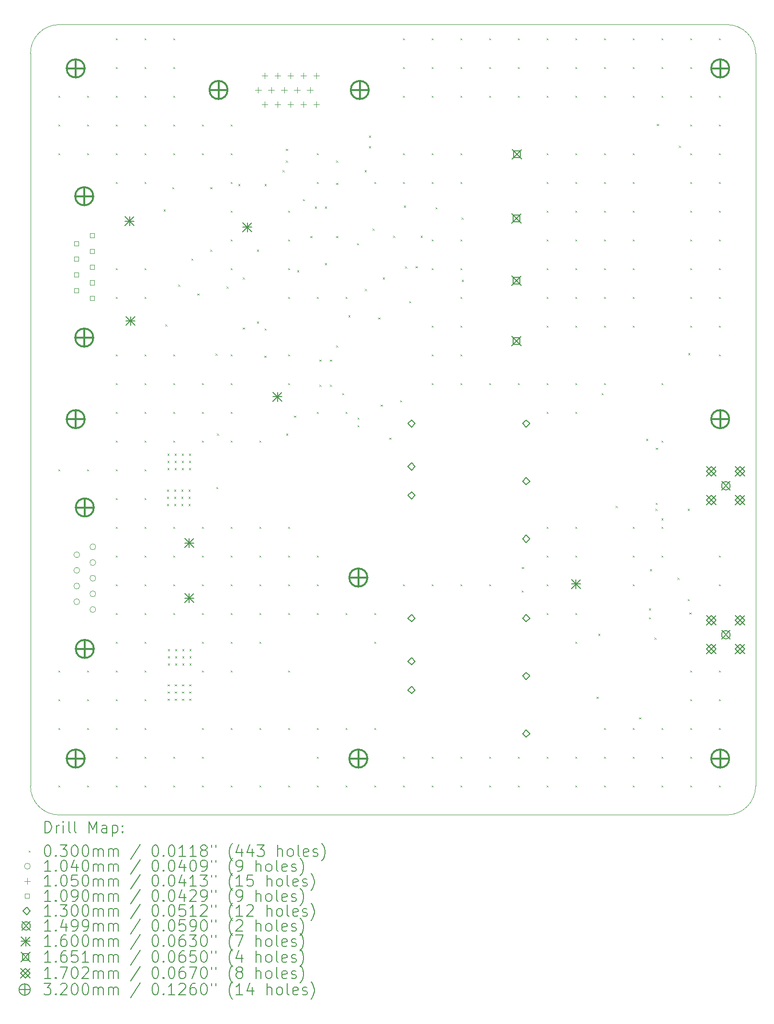
<source format=gbr>
%TF.GenerationSoftware,KiCad,Pcbnew,9.0.3*%
%TF.CreationDate,2025-09-17T10:51:44-04:00*%
%TF.ProjectId,4_COLD_TPC_SiPM_Pre_Amp,345f434f-4c44-45f5-9450-435f5369504d,rev?*%
%TF.SameCoordinates,Original*%
%TF.FileFunction,Drillmap*%
%TF.FilePolarity,Positive*%
%FSLAX45Y45*%
G04 Gerber Fmt 4.5, Leading zero omitted, Abs format (unit mm)*
G04 Created by KiCad (PCBNEW 9.0.3) date 2025-09-17 10:51:44*
%MOMM*%
%LPD*%
G01*
G04 APERTURE LIST*
%ADD10C,0.050000*%
%ADD11C,0.200000*%
%ADD12C,0.100000*%
%ADD13C,0.104000*%
%ADD14C,0.105000*%
%ADD15C,0.109000*%
%ADD16C,0.130000*%
%ADD17C,0.149860*%
%ADD18C,0.160000*%
%ADD19C,0.165100*%
%ADD20C,0.170180*%
%ADD21C,0.320000*%
G04 APERTURE END LIST*
D10*
X13208000Y-18796000D02*
G75*
G02*
X12700000Y-18288000I0J508000D01*
G01*
X12700000Y-16764000D02*
X12700000Y-5334000D01*
X12700000Y-5334000D02*
G75*
G02*
X13208000Y-4826000I508000J0D01*
G01*
X25019000Y-18796000D02*
X13208000Y-18796000D01*
X12700000Y-18288000D02*
X12700000Y-16764000D01*
X25019000Y-4826000D02*
G75*
G02*
X25527000Y-5334000I0J-508000D01*
G01*
X25527000Y-5334000D02*
X25527000Y-18288000D01*
X13208000Y-4826000D02*
X25019000Y-4826000D01*
X25527000Y-18288000D02*
G75*
G02*
X25019000Y-18796000I-508000J0D01*
G01*
D11*
D12*
X13193000Y-6081000D02*
X13223000Y-6111000D01*
X13223000Y-6081000D02*
X13193000Y-6111000D01*
X13193000Y-6589000D02*
X13223000Y-6619000D01*
X13223000Y-6589000D02*
X13193000Y-6619000D01*
X13193000Y-7097000D02*
X13223000Y-7127000D01*
X13223000Y-7097000D02*
X13193000Y-7127000D01*
X13193000Y-12685000D02*
X13223000Y-12715000D01*
X13223000Y-12685000D02*
X13193000Y-12715000D01*
X13193000Y-16241000D02*
X13223000Y-16271000D01*
X13223000Y-16241000D02*
X13193000Y-16271000D01*
X13193000Y-16749000D02*
X13223000Y-16779000D01*
X13223000Y-16749000D02*
X13193000Y-16779000D01*
X13193000Y-17257000D02*
X13223000Y-17287000D01*
X13223000Y-17257000D02*
X13193000Y-17287000D01*
X13193000Y-18273000D02*
X13223000Y-18303000D01*
X13223000Y-18273000D02*
X13193000Y-18303000D01*
X13701000Y-6081000D02*
X13731000Y-6111000D01*
X13731000Y-6081000D02*
X13701000Y-6111000D01*
X13701000Y-6589000D02*
X13731000Y-6619000D01*
X13731000Y-6589000D02*
X13701000Y-6619000D01*
X13701000Y-7097000D02*
X13731000Y-7127000D01*
X13731000Y-7097000D02*
X13701000Y-7127000D01*
X13701000Y-12685000D02*
X13731000Y-12715000D01*
X13731000Y-12685000D02*
X13701000Y-12715000D01*
X13701000Y-16241000D02*
X13731000Y-16271000D01*
X13731000Y-16241000D02*
X13701000Y-16271000D01*
X13701000Y-16749000D02*
X13731000Y-16779000D01*
X13731000Y-16749000D02*
X13701000Y-16779000D01*
X13701000Y-17257000D02*
X13731000Y-17287000D01*
X13731000Y-17257000D02*
X13701000Y-17287000D01*
X13701000Y-18273000D02*
X13731000Y-18303000D01*
X13731000Y-18273000D02*
X13701000Y-18303000D01*
X14209000Y-5065000D02*
X14239000Y-5095000D01*
X14239000Y-5065000D02*
X14209000Y-5095000D01*
X14209000Y-5573000D02*
X14239000Y-5603000D01*
X14239000Y-5573000D02*
X14209000Y-5603000D01*
X14209000Y-6081000D02*
X14239000Y-6111000D01*
X14239000Y-6081000D02*
X14209000Y-6111000D01*
X14209000Y-6589000D02*
X14239000Y-6619000D01*
X14239000Y-6589000D02*
X14209000Y-6619000D01*
X14209000Y-7097000D02*
X14239000Y-7127000D01*
X14239000Y-7097000D02*
X14209000Y-7127000D01*
X14209000Y-7605000D02*
X14239000Y-7635000D01*
X14239000Y-7605000D02*
X14209000Y-7635000D01*
X14209000Y-9129000D02*
X14239000Y-9159000D01*
X14239000Y-9129000D02*
X14209000Y-9159000D01*
X14209000Y-9637000D02*
X14239000Y-9667000D01*
X14239000Y-9637000D02*
X14209000Y-9667000D01*
X14209000Y-10653000D02*
X14239000Y-10683000D01*
X14239000Y-10653000D02*
X14209000Y-10683000D01*
X14209000Y-11161000D02*
X14239000Y-11191000D01*
X14239000Y-11161000D02*
X14209000Y-11191000D01*
X14209000Y-11669000D02*
X14239000Y-11699000D01*
X14239000Y-11669000D02*
X14209000Y-11699000D01*
X14209000Y-12177000D02*
X14239000Y-12207000D01*
X14239000Y-12177000D02*
X14209000Y-12207000D01*
X14209000Y-12685000D02*
X14239000Y-12715000D01*
X14239000Y-12685000D02*
X14209000Y-12715000D01*
X14209000Y-13193000D02*
X14239000Y-13223000D01*
X14239000Y-13193000D02*
X14209000Y-13223000D01*
X14209000Y-13701000D02*
X14239000Y-13731000D01*
X14239000Y-13701000D02*
X14209000Y-13731000D01*
X14209000Y-14209000D02*
X14239000Y-14239000D01*
X14239000Y-14209000D02*
X14209000Y-14239000D01*
X14209000Y-14717000D02*
X14239000Y-14747000D01*
X14239000Y-14717000D02*
X14209000Y-14747000D01*
X14209000Y-15225000D02*
X14239000Y-15255000D01*
X14239000Y-15225000D02*
X14209000Y-15255000D01*
X14209000Y-15733000D02*
X14239000Y-15763000D01*
X14239000Y-15733000D02*
X14209000Y-15763000D01*
X14209000Y-16241000D02*
X14239000Y-16271000D01*
X14239000Y-16241000D02*
X14209000Y-16271000D01*
X14209000Y-16749000D02*
X14239000Y-16779000D01*
X14239000Y-16749000D02*
X14209000Y-16779000D01*
X14209000Y-17257000D02*
X14239000Y-17287000D01*
X14239000Y-17257000D02*
X14209000Y-17287000D01*
X14209000Y-17765000D02*
X14239000Y-17795000D01*
X14239000Y-17765000D02*
X14209000Y-17795000D01*
X14209000Y-18273000D02*
X14239000Y-18303000D01*
X14239000Y-18273000D02*
X14209000Y-18303000D01*
X14717000Y-5065000D02*
X14747000Y-5095000D01*
X14747000Y-5065000D02*
X14717000Y-5095000D01*
X14717000Y-5573000D02*
X14747000Y-5603000D01*
X14747000Y-5573000D02*
X14717000Y-5603000D01*
X14717000Y-6081000D02*
X14747000Y-6111000D01*
X14747000Y-6081000D02*
X14717000Y-6111000D01*
X14717000Y-6589000D02*
X14747000Y-6619000D01*
X14747000Y-6589000D02*
X14717000Y-6619000D01*
X14717000Y-7097000D02*
X14747000Y-7127000D01*
X14747000Y-7097000D02*
X14717000Y-7127000D01*
X14717000Y-7605000D02*
X14747000Y-7635000D01*
X14747000Y-7605000D02*
X14717000Y-7635000D01*
X14717000Y-9129000D02*
X14747000Y-9159000D01*
X14747000Y-9129000D02*
X14717000Y-9159000D01*
X14717000Y-9637000D02*
X14747000Y-9667000D01*
X14747000Y-9637000D02*
X14717000Y-9667000D01*
X14717000Y-10653000D02*
X14747000Y-10683000D01*
X14747000Y-10653000D02*
X14717000Y-10683000D01*
X14717000Y-11161000D02*
X14747000Y-11191000D01*
X14747000Y-11161000D02*
X14717000Y-11191000D01*
X14717000Y-11669000D02*
X14747000Y-11699000D01*
X14747000Y-11669000D02*
X14717000Y-11699000D01*
X14717000Y-12177000D02*
X14747000Y-12207000D01*
X14747000Y-12177000D02*
X14717000Y-12207000D01*
X14717000Y-12685000D02*
X14747000Y-12715000D01*
X14747000Y-12685000D02*
X14717000Y-12715000D01*
X14717000Y-13193000D02*
X14747000Y-13223000D01*
X14747000Y-13193000D02*
X14717000Y-13223000D01*
X14717000Y-13701000D02*
X14747000Y-13731000D01*
X14747000Y-13701000D02*
X14717000Y-13731000D01*
X14717000Y-14209000D02*
X14747000Y-14239000D01*
X14747000Y-14209000D02*
X14717000Y-14239000D01*
X14717000Y-14717000D02*
X14747000Y-14747000D01*
X14747000Y-14717000D02*
X14717000Y-14747000D01*
X14717000Y-15225000D02*
X14747000Y-15255000D01*
X14747000Y-15225000D02*
X14717000Y-15255000D01*
X14717000Y-15733000D02*
X14747000Y-15763000D01*
X14747000Y-15733000D02*
X14717000Y-15763000D01*
X14717000Y-16241000D02*
X14747000Y-16271000D01*
X14747000Y-16241000D02*
X14717000Y-16271000D01*
X14717000Y-16749000D02*
X14747000Y-16779000D01*
X14747000Y-16749000D02*
X14717000Y-16779000D01*
X14717000Y-17257000D02*
X14747000Y-17287000D01*
X14747000Y-17257000D02*
X14717000Y-17287000D01*
X14717000Y-17765000D02*
X14747000Y-17795000D01*
X14747000Y-17765000D02*
X14717000Y-17795000D01*
X14717000Y-18273000D02*
X14747000Y-18303000D01*
X14747000Y-18273000D02*
X14717000Y-18303000D01*
X15053000Y-8091500D02*
X15083000Y-8121500D01*
X15083000Y-8091500D02*
X15053000Y-8121500D01*
X15083000Y-10123500D02*
X15113000Y-10153500D01*
X15113000Y-10123500D02*
X15083000Y-10153500D01*
X15115500Y-13046000D02*
X15145500Y-13076000D01*
X15145500Y-13046000D02*
X15115500Y-13076000D01*
X15115500Y-13173000D02*
X15145500Y-13203000D01*
X15145500Y-13173000D02*
X15115500Y-13203000D01*
X15115500Y-13300000D02*
X15145500Y-13330000D01*
X15145500Y-13300000D02*
X15115500Y-13330000D01*
X15121500Y-12408500D02*
X15151500Y-12438500D01*
X15151500Y-12408500D02*
X15121500Y-12438500D01*
X15121500Y-12535500D02*
X15151500Y-12565500D01*
X15151500Y-12535500D02*
X15121500Y-12565500D01*
X15121500Y-12662500D02*
X15151500Y-12692500D01*
X15151500Y-12662500D02*
X15121500Y-12692500D01*
X15124750Y-16488000D02*
X15154750Y-16518000D01*
X15154750Y-16488000D02*
X15124750Y-16518000D01*
X15124750Y-16615000D02*
X15154750Y-16645000D01*
X15154750Y-16615000D02*
X15124750Y-16645000D01*
X15124750Y-16742000D02*
X15154750Y-16772000D01*
X15154750Y-16742000D02*
X15124750Y-16772000D01*
X15132750Y-15867000D02*
X15162750Y-15897000D01*
X15162750Y-15867000D02*
X15132750Y-15897000D01*
X15132750Y-15994000D02*
X15162750Y-16024000D01*
X15162750Y-15994000D02*
X15132750Y-16024000D01*
X15132750Y-16121000D02*
X15162750Y-16151000D01*
X15162750Y-16121000D02*
X15132750Y-16151000D01*
X15209000Y-7697000D02*
X15239000Y-7727000D01*
X15239000Y-7697000D02*
X15209000Y-7727000D01*
X15225000Y-5065000D02*
X15255000Y-5095000D01*
X15255000Y-5065000D02*
X15225000Y-5095000D01*
X15225000Y-5573000D02*
X15255000Y-5603000D01*
X15255000Y-5573000D02*
X15225000Y-5603000D01*
X15225000Y-6081000D02*
X15255000Y-6111000D01*
X15255000Y-6081000D02*
X15225000Y-6111000D01*
X15225000Y-6589000D02*
X15255000Y-6619000D01*
X15255000Y-6589000D02*
X15225000Y-6619000D01*
X15225000Y-7097000D02*
X15255000Y-7127000D01*
X15255000Y-7097000D02*
X15225000Y-7127000D01*
X15225000Y-10653000D02*
X15255000Y-10683000D01*
X15255000Y-10653000D02*
X15225000Y-10683000D01*
X15225000Y-11161000D02*
X15255000Y-11191000D01*
X15255000Y-11161000D02*
X15225000Y-11191000D01*
X15225000Y-11669000D02*
X15255000Y-11699000D01*
X15255000Y-11669000D02*
X15225000Y-11699000D01*
X15225000Y-12177000D02*
X15255000Y-12207000D01*
X15255000Y-12177000D02*
X15225000Y-12207000D01*
X15225000Y-13701000D02*
X15255000Y-13731000D01*
X15255000Y-13701000D02*
X15225000Y-13731000D01*
X15225000Y-14209000D02*
X15255000Y-14239000D01*
X15255000Y-14209000D02*
X15225000Y-14239000D01*
X15225000Y-14717000D02*
X15255000Y-14747000D01*
X15255000Y-14717000D02*
X15225000Y-14747000D01*
X15225000Y-15225000D02*
X15255000Y-15255000D01*
X15255000Y-15225000D02*
X15225000Y-15255000D01*
X15225000Y-17765000D02*
X15255000Y-17795000D01*
X15255000Y-17765000D02*
X15225000Y-17795000D01*
X15225000Y-18273000D02*
X15255000Y-18303000D01*
X15255000Y-18273000D02*
X15225000Y-18303000D01*
X15242500Y-13046000D02*
X15272500Y-13076000D01*
X15272500Y-13046000D02*
X15242500Y-13076000D01*
X15242500Y-13173000D02*
X15272500Y-13203000D01*
X15272500Y-13173000D02*
X15242500Y-13203000D01*
X15242500Y-13300000D02*
X15272500Y-13330000D01*
X15272500Y-13300000D02*
X15242500Y-13330000D01*
X15248500Y-12408500D02*
X15278500Y-12438500D01*
X15278500Y-12408500D02*
X15248500Y-12438500D01*
X15248500Y-12535500D02*
X15278500Y-12565500D01*
X15278500Y-12535500D02*
X15248500Y-12565500D01*
X15248500Y-12662500D02*
X15278500Y-12692500D01*
X15278500Y-12662500D02*
X15248500Y-12692500D01*
X15251750Y-16488000D02*
X15281750Y-16518000D01*
X15281750Y-16488000D02*
X15251750Y-16518000D01*
X15251750Y-16615000D02*
X15281750Y-16645000D01*
X15281750Y-16615000D02*
X15251750Y-16645000D01*
X15251750Y-16742000D02*
X15281750Y-16772000D01*
X15281750Y-16742000D02*
X15251750Y-16772000D01*
X15259750Y-15867000D02*
X15289750Y-15897000D01*
X15289750Y-15867000D02*
X15259750Y-15897000D01*
X15259750Y-15994000D02*
X15289750Y-16024000D01*
X15289750Y-15994000D02*
X15259750Y-16024000D01*
X15259750Y-16121000D02*
X15289750Y-16151000D01*
X15289750Y-16121000D02*
X15259750Y-16151000D01*
X15311000Y-9419500D02*
X15341000Y-9449500D01*
X15341000Y-9419500D02*
X15311000Y-9449500D01*
X15369500Y-13046000D02*
X15399500Y-13076000D01*
X15399500Y-13046000D02*
X15369500Y-13076000D01*
X15369500Y-13173000D02*
X15399500Y-13203000D01*
X15399500Y-13173000D02*
X15369500Y-13203000D01*
X15369500Y-13300000D02*
X15399500Y-13330000D01*
X15399500Y-13300000D02*
X15369500Y-13330000D01*
X15375500Y-12408500D02*
X15405500Y-12438500D01*
X15405500Y-12408500D02*
X15375500Y-12438500D01*
X15375500Y-12535500D02*
X15405500Y-12565500D01*
X15405500Y-12535500D02*
X15375500Y-12565500D01*
X15375500Y-12662500D02*
X15405500Y-12692500D01*
X15405500Y-12662500D02*
X15375500Y-12692500D01*
X15378750Y-16488000D02*
X15408750Y-16518000D01*
X15408750Y-16488000D02*
X15378750Y-16518000D01*
X15378750Y-16615000D02*
X15408750Y-16645000D01*
X15408750Y-16615000D02*
X15378750Y-16645000D01*
X15378750Y-16742000D02*
X15408750Y-16772000D01*
X15408750Y-16742000D02*
X15378750Y-16772000D01*
X15386750Y-15867000D02*
X15416750Y-15897000D01*
X15416750Y-15867000D02*
X15386750Y-15897000D01*
X15386750Y-15994000D02*
X15416750Y-16024000D01*
X15416750Y-15994000D02*
X15386750Y-16024000D01*
X15386750Y-16121000D02*
X15416750Y-16151000D01*
X15416750Y-16121000D02*
X15386750Y-16151000D01*
X15496500Y-13046000D02*
X15526500Y-13076000D01*
X15526500Y-13046000D02*
X15496500Y-13076000D01*
X15496500Y-13173000D02*
X15526500Y-13203000D01*
X15526500Y-13173000D02*
X15496500Y-13203000D01*
X15496500Y-13300000D02*
X15526500Y-13330000D01*
X15526500Y-13300000D02*
X15496500Y-13330000D01*
X15502500Y-12408500D02*
X15532500Y-12438500D01*
X15532500Y-12408500D02*
X15502500Y-12438500D01*
X15502500Y-12535500D02*
X15532500Y-12565500D01*
X15532500Y-12535500D02*
X15502500Y-12565500D01*
X15502500Y-12662500D02*
X15532500Y-12692500D01*
X15532500Y-12662500D02*
X15502500Y-12692500D01*
X15505750Y-16488000D02*
X15535750Y-16518000D01*
X15535750Y-16488000D02*
X15505750Y-16518000D01*
X15505750Y-16615000D02*
X15535750Y-16645000D01*
X15535750Y-16615000D02*
X15505750Y-16645000D01*
X15505750Y-16742000D02*
X15535750Y-16772000D01*
X15535750Y-16742000D02*
X15505750Y-16772000D01*
X15513750Y-15867000D02*
X15543750Y-15897000D01*
X15543750Y-15867000D02*
X15513750Y-15897000D01*
X15513750Y-15994000D02*
X15543750Y-16024000D01*
X15543750Y-15994000D02*
X15513750Y-16024000D01*
X15513750Y-16121000D02*
X15543750Y-16151000D01*
X15543750Y-16121000D02*
X15513750Y-16151000D01*
X15545000Y-8961500D02*
X15575000Y-8991500D01*
X15575000Y-8961500D02*
X15545000Y-8991500D01*
X15651000Y-9577500D02*
X15681000Y-9607500D01*
X15681000Y-9577500D02*
X15651000Y-9607500D01*
X15733000Y-6589000D02*
X15763000Y-6619000D01*
X15763000Y-6589000D02*
X15733000Y-6619000D01*
X15733000Y-7097000D02*
X15763000Y-7127000D01*
X15763000Y-7097000D02*
X15733000Y-7127000D01*
X15733000Y-11161000D02*
X15763000Y-11191000D01*
X15763000Y-11161000D02*
X15733000Y-11191000D01*
X15733000Y-11669000D02*
X15763000Y-11699000D01*
X15763000Y-11669000D02*
X15733000Y-11699000D01*
X15733000Y-12177000D02*
X15763000Y-12207000D01*
X15763000Y-12177000D02*
X15733000Y-12207000D01*
X15733000Y-13701000D02*
X15763000Y-13731000D01*
X15763000Y-13701000D02*
X15733000Y-13731000D01*
X15733000Y-14209000D02*
X15763000Y-14239000D01*
X15763000Y-14209000D02*
X15733000Y-14239000D01*
X15733000Y-14717000D02*
X15763000Y-14747000D01*
X15763000Y-14717000D02*
X15733000Y-14747000D01*
X15733000Y-15225000D02*
X15763000Y-15255000D01*
X15763000Y-15225000D02*
X15733000Y-15255000D01*
X15733000Y-15733000D02*
X15763000Y-15763000D01*
X15763000Y-15733000D02*
X15733000Y-15763000D01*
X15733000Y-16241000D02*
X15763000Y-16271000D01*
X15763000Y-16241000D02*
X15733000Y-16271000D01*
X15733000Y-17257000D02*
X15763000Y-17287000D01*
X15763000Y-17257000D02*
X15733000Y-17287000D01*
X15733000Y-17765000D02*
X15763000Y-17795000D01*
X15763000Y-17765000D02*
X15733000Y-17795000D01*
X15733000Y-18273000D02*
X15763000Y-18303000D01*
X15763000Y-18273000D02*
X15733000Y-18303000D01*
X15882000Y-7699500D02*
X15912000Y-7729500D01*
X15912000Y-7699500D02*
X15882000Y-7729500D01*
X15882140Y-8805500D02*
X15912140Y-8835500D01*
X15912140Y-8805500D02*
X15882140Y-8835500D01*
X15975000Y-10643000D02*
X16005000Y-10673000D01*
X16005000Y-10643000D02*
X15975000Y-10673000D01*
X15987000Y-12999000D02*
X16017000Y-13029000D01*
X16017000Y-12999000D02*
X15987000Y-13029000D01*
X16001000Y-12055000D02*
X16031000Y-12085000D01*
X16031000Y-12055000D02*
X16001000Y-12085000D01*
X16167000Y-9454500D02*
X16197000Y-9484500D01*
X16197000Y-9454500D02*
X16167000Y-9484500D01*
X16241000Y-6589000D02*
X16271000Y-6619000D01*
X16271000Y-6589000D02*
X16241000Y-6619000D01*
X16241000Y-7097000D02*
X16271000Y-7127000D01*
X16271000Y-7097000D02*
X16241000Y-7127000D01*
X16241000Y-7605000D02*
X16271000Y-7635000D01*
X16271000Y-7605000D02*
X16241000Y-7635000D01*
X16241000Y-8113000D02*
X16271000Y-8143000D01*
X16271000Y-8113000D02*
X16241000Y-8143000D01*
X16241000Y-8621000D02*
X16271000Y-8651000D01*
X16271000Y-8621000D02*
X16241000Y-8651000D01*
X16241000Y-9129000D02*
X16271000Y-9159000D01*
X16271000Y-9129000D02*
X16241000Y-9159000D01*
X16241000Y-10653000D02*
X16271000Y-10683000D01*
X16271000Y-10653000D02*
X16241000Y-10683000D01*
X16241000Y-11161000D02*
X16271000Y-11191000D01*
X16271000Y-11161000D02*
X16241000Y-11191000D01*
X16241000Y-11669000D02*
X16271000Y-11699000D01*
X16271000Y-11669000D02*
X16241000Y-11699000D01*
X16241000Y-12177000D02*
X16271000Y-12207000D01*
X16271000Y-12177000D02*
X16241000Y-12207000D01*
X16241000Y-13701000D02*
X16271000Y-13731000D01*
X16271000Y-13701000D02*
X16241000Y-13731000D01*
X16241000Y-14209000D02*
X16271000Y-14239000D01*
X16271000Y-14209000D02*
X16241000Y-14239000D01*
X16241000Y-14717000D02*
X16271000Y-14747000D01*
X16271000Y-14717000D02*
X16241000Y-14747000D01*
X16241000Y-15225000D02*
X16271000Y-15255000D01*
X16271000Y-15225000D02*
X16241000Y-15255000D01*
X16241000Y-15733000D02*
X16271000Y-15763000D01*
X16271000Y-15733000D02*
X16241000Y-15763000D01*
X16241000Y-16241000D02*
X16271000Y-16271000D01*
X16271000Y-16241000D02*
X16241000Y-16271000D01*
X16241000Y-17257000D02*
X16271000Y-17287000D01*
X16271000Y-17257000D02*
X16241000Y-17287000D01*
X16241000Y-18273000D02*
X16271000Y-18303000D01*
X16271000Y-18273000D02*
X16241000Y-18303000D01*
X16376000Y-7643000D02*
X16406000Y-7673000D01*
X16406000Y-7643000D02*
X16376000Y-7673000D01*
X16454000Y-9295000D02*
X16484000Y-9325000D01*
X16484000Y-9295000D02*
X16454000Y-9325000D01*
X16454000Y-10179000D02*
X16484000Y-10209000D01*
X16484000Y-10179000D02*
X16454000Y-10209000D01*
X16707000Y-8805000D02*
X16737000Y-8835000D01*
X16737000Y-8805000D02*
X16707000Y-8835000D01*
X16707000Y-10072000D02*
X16737000Y-10102000D01*
X16737000Y-10072000D02*
X16707000Y-10102000D01*
X16749000Y-12177000D02*
X16779000Y-12207000D01*
X16779000Y-12177000D02*
X16749000Y-12207000D01*
X16749000Y-13701000D02*
X16779000Y-13731000D01*
X16779000Y-13701000D02*
X16749000Y-13731000D01*
X16749000Y-14209000D02*
X16779000Y-14239000D01*
X16779000Y-14209000D02*
X16749000Y-14239000D01*
X16749000Y-14717000D02*
X16779000Y-14747000D01*
X16779000Y-14717000D02*
X16749000Y-14747000D01*
X16749000Y-15225000D02*
X16779000Y-15255000D01*
X16779000Y-15225000D02*
X16749000Y-15255000D01*
X16749000Y-15733000D02*
X16779000Y-15763000D01*
X16779000Y-15733000D02*
X16749000Y-15763000D01*
X16749000Y-17257000D02*
X16779000Y-17287000D01*
X16779000Y-17257000D02*
X16749000Y-17287000D01*
X16749000Y-18273000D02*
X16779000Y-18303000D01*
X16779000Y-18273000D02*
X16749000Y-18303000D01*
X16839000Y-10680000D02*
X16869000Y-10710000D01*
X16869000Y-10680000D02*
X16839000Y-10710000D01*
X16842000Y-7642000D02*
X16872000Y-7672000D01*
X16872000Y-7642000D02*
X16842000Y-7672000D01*
X16842000Y-10197000D02*
X16872000Y-10227000D01*
X16872000Y-10197000D02*
X16842000Y-10227000D01*
X17160000Y-7396000D02*
X17190000Y-7426000D01*
X17190000Y-7396000D02*
X17160000Y-7426000D01*
X17216000Y-7022000D02*
X17246000Y-7052000D01*
X17246000Y-7022000D02*
X17216000Y-7052000D01*
X17216000Y-7230000D02*
X17246000Y-7260000D01*
X17246000Y-7230000D02*
X17216000Y-7260000D01*
X17224000Y-12055000D02*
X17254000Y-12085000D01*
X17254000Y-12055000D02*
X17224000Y-12085000D01*
X17257000Y-8113000D02*
X17287000Y-8143000D01*
X17287000Y-8113000D02*
X17257000Y-8143000D01*
X17257000Y-8621000D02*
X17287000Y-8651000D01*
X17287000Y-8621000D02*
X17257000Y-8651000D01*
X17257000Y-9129000D02*
X17287000Y-9159000D01*
X17287000Y-9129000D02*
X17257000Y-9159000D01*
X17257000Y-9637000D02*
X17287000Y-9667000D01*
X17287000Y-9637000D02*
X17257000Y-9667000D01*
X17257000Y-10653000D02*
X17287000Y-10683000D01*
X17287000Y-10653000D02*
X17257000Y-10683000D01*
X17257000Y-11161000D02*
X17287000Y-11191000D01*
X17287000Y-11161000D02*
X17257000Y-11191000D01*
X17257000Y-13701000D02*
X17287000Y-13731000D01*
X17287000Y-13701000D02*
X17257000Y-13731000D01*
X17257000Y-14209000D02*
X17287000Y-14239000D01*
X17287000Y-14209000D02*
X17257000Y-14239000D01*
X17257000Y-14717000D02*
X17287000Y-14747000D01*
X17287000Y-14717000D02*
X17257000Y-14747000D01*
X17257000Y-15225000D02*
X17287000Y-15255000D01*
X17287000Y-15225000D02*
X17257000Y-15255000D01*
X17257000Y-16241000D02*
X17287000Y-16271000D01*
X17287000Y-16241000D02*
X17257000Y-16271000D01*
X17257000Y-17257000D02*
X17287000Y-17287000D01*
X17287000Y-17257000D02*
X17257000Y-17287000D01*
X17257000Y-18273000D02*
X17287000Y-18303000D01*
X17287000Y-18273000D02*
X17257000Y-18303000D01*
X17362000Y-11736000D02*
X17392000Y-11766000D01*
X17392000Y-11736000D02*
X17362000Y-11766000D01*
X17416000Y-9167000D02*
X17446000Y-9197000D01*
X17446000Y-9167000D02*
X17416000Y-9197000D01*
X17520000Y-7909000D02*
X17550000Y-7939000D01*
X17550000Y-7909000D02*
X17520000Y-7939000D01*
X17648000Y-8561000D02*
X17678000Y-8591000D01*
X17678000Y-8561000D02*
X17648000Y-8591000D01*
X17728415Y-8043000D02*
X17758415Y-8073000D01*
X17758415Y-8043000D02*
X17728415Y-8073000D01*
X17765000Y-7097000D02*
X17795000Y-7127000D01*
X17795000Y-7097000D02*
X17765000Y-7127000D01*
X17765000Y-7605000D02*
X17795000Y-7635000D01*
X17795000Y-7605000D02*
X17765000Y-7635000D01*
X17765000Y-9637000D02*
X17795000Y-9667000D01*
X17795000Y-9637000D02*
X17765000Y-9667000D01*
X17765000Y-11669000D02*
X17795000Y-11699000D01*
X17795000Y-11669000D02*
X17765000Y-11699000D01*
X17765000Y-14209000D02*
X17795000Y-14239000D01*
X17795000Y-14209000D02*
X17765000Y-14239000D01*
X17765000Y-14717000D02*
X17795000Y-14747000D01*
X17795000Y-14717000D02*
X17765000Y-14747000D01*
X17765000Y-15225000D02*
X17795000Y-15255000D01*
X17795000Y-15225000D02*
X17765000Y-15255000D01*
X17765000Y-17257000D02*
X17795000Y-17287000D01*
X17795000Y-17257000D02*
X17765000Y-17287000D01*
X17765000Y-17765000D02*
X17795000Y-17795000D01*
X17795000Y-17765000D02*
X17765000Y-17795000D01*
X17765000Y-18273000D02*
X17795000Y-18303000D01*
X17795000Y-18273000D02*
X17765000Y-18303000D01*
X17810000Y-10748000D02*
X17840000Y-10778000D01*
X17840000Y-10748000D02*
X17810000Y-10778000D01*
X17810000Y-11190000D02*
X17840000Y-11220000D01*
X17840000Y-11190000D02*
X17810000Y-11220000D01*
X17908000Y-9043000D02*
X17938000Y-9073000D01*
X17938000Y-9043000D02*
X17908000Y-9073000D01*
X17908415Y-8043000D02*
X17938415Y-8073000D01*
X17938415Y-8043000D02*
X17908415Y-8073000D01*
X17999000Y-10748000D02*
X18029000Y-10778000D01*
X18029000Y-10748000D02*
X17999000Y-10778000D01*
X17999000Y-11190000D02*
X18029000Y-11220000D01*
X18029000Y-11190000D02*
X17999000Y-11220000D01*
X18108415Y-8561000D02*
X18138415Y-8591000D01*
X18138415Y-8561000D02*
X18108415Y-8591000D01*
X18109000Y-7231000D02*
X18139000Y-7261000D01*
X18139000Y-7231000D02*
X18109000Y-7261000D01*
X18109000Y-7624000D02*
X18139000Y-7654000D01*
X18139000Y-7624000D02*
X18109000Y-7654000D01*
X18109000Y-10497000D02*
X18139000Y-10527000D01*
X18139000Y-10497000D02*
X18109000Y-10527000D01*
X18212000Y-11338000D02*
X18242000Y-11368000D01*
X18242000Y-11338000D02*
X18212000Y-11368000D01*
X18273000Y-9637000D02*
X18303000Y-9667000D01*
X18303000Y-9637000D02*
X18273000Y-9667000D01*
X18273000Y-11669000D02*
X18303000Y-11699000D01*
X18303000Y-11669000D02*
X18273000Y-11699000D01*
X18273000Y-15225000D02*
X18303000Y-15255000D01*
X18303000Y-15225000D02*
X18273000Y-15255000D01*
X18273000Y-17257000D02*
X18303000Y-17287000D01*
X18303000Y-17257000D02*
X18273000Y-17287000D01*
X18273000Y-18273000D02*
X18303000Y-18303000D01*
X18303000Y-18273000D02*
X18273000Y-18303000D01*
X18323000Y-9964000D02*
X18353000Y-9994000D01*
X18353000Y-9964000D02*
X18323000Y-9994000D01*
X18474415Y-8688000D02*
X18504415Y-8718000D01*
X18504415Y-8688000D02*
X18474415Y-8718000D01*
X18483000Y-11770000D02*
X18513000Y-11800000D01*
X18513000Y-11770000D02*
X18483000Y-11800000D01*
X18484000Y-11905000D02*
X18514000Y-11935000D01*
X18514000Y-11905000D02*
X18484000Y-11935000D01*
X18611000Y-7396000D02*
X18641000Y-7426000D01*
X18641000Y-7396000D02*
X18611000Y-7426000D01*
X18613000Y-9496000D02*
X18643000Y-9526000D01*
X18643000Y-9496000D02*
X18613000Y-9526000D01*
X18685000Y-6790000D02*
X18715000Y-6820000D01*
X18715000Y-6790000D02*
X18685000Y-6820000D01*
X18686748Y-6973455D02*
X18716748Y-7003455D01*
X18716748Y-6973455D02*
X18686748Y-7003455D01*
X18750415Y-8433000D02*
X18780415Y-8463000D01*
X18780415Y-8433000D02*
X18750415Y-8463000D01*
X18781000Y-7605000D02*
X18811000Y-7635000D01*
X18811000Y-7605000D02*
X18781000Y-7635000D01*
X18781000Y-15225000D02*
X18811000Y-15255000D01*
X18811000Y-15225000D02*
X18781000Y-15255000D01*
X18781000Y-15733000D02*
X18811000Y-15763000D01*
X18811000Y-15733000D02*
X18781000Y-15763000D01*
X18781000Y-17257000D02*
X18811000Y-17287000D01*
X18811000Y-17257000D02*
X18781000Y-17287000D01*
X18781000Y-18273000D02*
X18811000Y-18303000D01*
X18811000Y-18273000D02*
X18781000Y-18303000D01*
X18852000Y-10002000D02*
X18882000Y-10032000D01*
X18882000Y-10002000D02*
X18852000Y-10032000D01*
X18893000Y-11541000D02*
X18923000Y-11571000D01*
X18923000Y-11541000D02*
X18893000Y-11571000D01*
X18933000Y-9295000D02*
X18963000Y-9325000D01*
X18963000Y-9295000D02*
X18933000Y-9325000D01*
X19045000Y-12128000D02*
X19075000Y-12158000D01*
X19075000Y-12128000D02*
X19045000Y-12158000D01*
X19115415Y-8560000D02*
X19145415Y-8590000D01*
X19145415Y-8560000D02*
X19115415Y-8590000D01*
X19239000Y-11467000D02*
X19269000Y-11497000D01*
X19269000Y-11467000D02*
X19239000Y-11497000D01*
X19289000Y-5065000D02*
X19319000Y-5095000D01*
X19319000Y-5065000D02*
X19289000Y-5095000D01*
X19289000Y-5573000D02*
X19319000Y-5603000D01*
X19319000Y-5573000D02*
X19289000Y-5603000D01*
X19289000Y-6081000D02*
X19319000Y-6111000D01*
X19319000Y-6081000D02*
X19289000Y-6111000D01*
X19289000Y-7097000D02*
X19319000Y-7127000D01*
X19319000Y-7097000D02*
X19289000Y-7127000D01*
X19289000Y-7605000D02*
X19319000Y-7635000D01*
X19319000Y-7605000D02*
X19289000Y-7635000D01*
X19289000Y-14717000D02*
X19319000Y-14747000D01*
X19319000Y-14717000D02*
X19289000Y-14747000D01*
X19289000Y-17765000D02*
X19319000Y-17795000D01*
X19319000Y-17765000D02*
X19289000Y-17795000D01*
X19289000Y-18273000D02*
X19319000Y-18303000D01*
X19319000Y-18273000D02*
X19289000Y-18303000D01*
X19303415Y-8027000D02*
X19333415Y-8057000D01*
X19333415Y-8027000D02*
X19303415Y-8057000D01*
X19324415Y-9098000D02*
X19354415Y-9128000D01*
X19354415Y-9098000D02*
X19324415Y-9128000D01*
X19397915Y-9712480D02*
X19427915Y-9742480D01*
X19427915Y-9712480D02*
X19397915Y-9742480D01*
X19511415Y-9097000D02*
X19541415Y-9127000D01*
X19541415Y-9097000D02*
X19511415Y-9127000D01*
X19601415Y-8560000D02*
X19631415Y-8590000D01*
X19631415Y-8560000D02*
X19601415Y-8590000D01*
X19797000Y-5065000D02*
X19827000Y-5095000D01*
X19827000Y-5065000D02*
X19797000Y-5095000D01*
X19797000Y-5573000D02*
X19827000Y-5603000D01*
X19827000Y-5573000D02*
X19797000Y-5603000D01*
X19797000Y-6081000D02*
X19827000Y-6111000D01*
X19827000Y-6081000D02*
X19797000Y-6111000D01*
X19797000Y-7097000D02*
X19827000Y-7127000D01*
X19827000Y-7097000D02*
X19797000Y-7127000D01*
X19797000Y-7605000D02*
X19827000Y-7635000D01*
X19827000Y-7605000D02*
X19797000Y-7635000D01*
X19797000Y-8621000D02*
X19827000Y-8651000D01*
X19827000Y-8621000D02*
X19797000Y-8651000D01*
X19797000Y-9129000D02*
X19827000Y-9159000D01*
X19827000Y-9129000D02*
X19797000Y-9159000D01*
X19797000Y-10145000D02*
X19827000Y-10175000D01*
X19827000Y-10145000D02*
X19797000Y-10175000D01*
X19797000Y-10653000D02*
X19827000Y-10683000D01*
X19827000Y-10653000D02*
X19797000Y-10683000D01*
X19797000Y-11161000D02*
X19827000Y-11191000D01*
X19827000Y-11161000D02*
X19797000Y-11191000D01*
X19797000Y-14717000D02*
X19827000Y-14747000D01*
X19827000Y-14717000D02*
X19797000Y-14747000D01*
X19797000Y-17765000D02*
X19827000Y-17795000D01*
X19827000Y-17765000D02*
X19797000Y-17795000D01*
X19797000Y-18273000D02*
X19827000Y-18303000D01*
X19827000Y-18273000D02*
X19797000Y-18303000D01*
X19862415Y-8054000D02*
X19892415Y-8084000D01*
X19892415Y-8054000D02*
X19862415Y-8084000D01*
X20305000Y-5065000D02*
X20335000Y-5095000D01*
X20335000Y-5065000D02*
X20305000Y-5095000D01*
X20305000Y-5573000D02*
X20335000Y-5603000D01*
X20335000Y-5573000D02*
X20305000Y-5603000D01*
X20305000Y-6081000D02*
X20335000Y-6111000D01*
X20335000Y-6081000D02*
X20305000Y-6111000D01*
X20305000Y-7097000D02*
X20335000Y-7127000D01*
X20335000Y-7097000D02*
X20305000Y-7127000D01*
X20305000Y-7605000D02*
X20335000Y-7635000D01*
X20335000Y-7605000D02*
X20305000Y-7635000D01*
X20305000Y-8621000D02*
X20335000Y-8651000D01*
X20335000Y-8621000D02*
X20305000Y-8651000D01*
X20305000Y-9129000D02*
X20335000Y-9159000D01*
X20335000Y-9129000D02*
X20305000Y-9159000D01*
X20305000Y-9637000D02*
X20335000Y-9667000D01*
X20335000Y-9637000D02*
X20305000Y-9667000D01*
X20305000Y-10145000D02*
X20335000Y-10175000D01*
X20335000Y-10145000D02*
X20305000Y-10175000D01*
X20305000Y-10653000D02*
X20335000Y-10683000D01*
X20335000Y-10653000D02*
X20305000Y-10683000D01*
X20305000Y-11161000D02*
X20335000Y-11191000D01*
X20335000Y-11161000D02*
X20305000Y-11191000D01*
X20305000Y-14717000D02*
X20335000Y-14747000D01*
X20335000Y-14717000D02*
X20305000Y-14747000D01*
X20305000Y-17765000D02*
X20335000Y-17795000D01*
X20335000Y-17765000D02*
X20305000Y-17795000D01*
X20305000Y-18273000D02*
X20335000Y-18303000D01*
X20335000Y-18273000D02*
X20305000Y-18303000D01*
X20325000Y-8236020D02*
X20355000Y-8266020D01*
X20355000Y-8236020D02*
X20325000Y-8266020D01*
X20329000Y-9336000D02*
X20359000Y-9366000D01*
X20359000Y-9336000D02*
X20329000Y-9366000D01*
X20813000Y-5065000D02*
X20843000Y-5095000D01*
X20843000Y-5065000D02*
X20813000Y-5095000D01*
X20813000Y-5573000D02*
X20843000Y-5603000D01*
X20843000Y-5573000D02*
X20813000Y-5603000D01*
X20813000Y-6081000D02*
X20843000Y-6111000D01*
X20843000Y-6081000D02*
X20813000Y-6111000D01*
X20813000Y-11161000D02*
X20843000Y-11191000D01*
X20843000Y-11161000D02*
X20813000Y-11191000D01*
X20813000Y-14717000D02*
X20843000Y-14747000D01*
X20843000Y-14717000D02*
X20813000Y-14747000D01*
X20813000Y-17765000D02*
X20843000Y-17795000D01*
X20843000Y-17765000D02*
X20813000Y-17795000D01*
X20813000Y-18273000D02*
X20843000Y-18303000D01*
X20843000Y-18273000D02*
X20813000Y-18303000D01*
X21321000Y-5065000D02*
X21351000Y-5095000D01*
X21351000Y-5065000D02*
X21321000Y-5095000D01*
X21321000Y-5573000D02*
X21351000Y-5603000D01*
X21351000Y-5573000D02*
X21321000Y-5603000D01*
X21321000Y-6081000D02*
X21351000Y-6111000D01*
X21351000Y-6081000D02*
X21321000Y-6111000D01*
X21321000Y-11161000D02*
X21351000Y-11191000D01*
X21351000Y-11161000D02*
X21321000Y-11191000D01*
X21321000Y-17765000D02*
X21351000Y-17795000D01*
X21351000Y-17765000D02*
X21321000Y-17795000D01*
X21321000Y-18273000D02*
X21351000Y-18303000D01*
X21351000Y-18273000D02*
X21321000Y-18303000D01*
X21389000Y-14828000D02*
X21419000Y-14858000D01*
X21419000Y-14828000D02*
X21389000Y-14858000D01*
X21392800Y-14412200D02*
X21422800Y-14442200D01*
X21422800Y-14412200D02*
X21392800Y-14442200D01*
X21829000Y-5065000D02*
X21859000Y-5095000D01*
X21859000Y-5065000D02*
X21829000Y-5095000D01*
X21829000Y-5573000D02*
X21859000Y-5603000D01*
X21859000Y-5573000D02*
X21829000Y-5603000D01*
X21829000Y-6081000D02*
X21859000Y-6111000D01*
X21859000Y-6081000D02*
X21829000Y-6111000D01*
X21829000Y-7097000D02*
X21859000Y-7127000D01*
X21859000Y-7097000D02*
X21829000Y-7127000D01*
X21829000Y-7605000D02*
X21859000Y-7635000D01*
X21859000Y-7605000D02*
X21829000Y-7635000D01*
X21829000Y-8113000D02*
X21859000Y-8143000D01*
X21859000Y-8113000D02*
X21829000Y-8143000D01*
X21829000Y-8621000D02*
X21859000Y-8651000D01*
X21859000Y-8621000D02*
X21829000Y-8651000D01*
X21829000Y-9129000D02*
X21859000Y-9159000D01*
X21859000Y-9129000D02*
X21829000Y-9159000D01*
X21829000Y-9637000D02*
X21859000Y-9667000D01*
X21859000Y-9637000D02*
X21829000Y-9667000D01*
X21829000Y-10145000D02*
X21859000Y-10175000D01*
X21859000Y-10145000D02*
X21829000Y-10175000D01*
X21829000Y-11161000D02*
X21859000Y-11191000D01*
X21859000Y-11161000D02*
X21829000Y-11191000D01*
X21829000Y-11669000D02*
X21859000Y-11699000D01*
X21859000Y-11669000D02*
X21829000Y-11699000D01*
X21829000Y-13701000D02*
X21859000Y-13731000D01*
X21859000Y-13701000D02*
X21829000Y-13731000D01*
X21829000Y-14209000D02*
X21859000Y-14239000D01*
X21859000Y-14209000D02*
X21829000Y-14239000D01*
X21829000Y-14717000D02*
X21859000Y-14747000D01*
X21859000Y-14717000D02*
X21829000Y-14747000D01*
X21829000Y-15225000D02*
X21859000Y-15255000D01*
X21859000Y-15225000D02*
X21829000Y-15255000D01*
X21829000Y-17765000D02*
X21859000Y-17795000D01*
X21859000Y-17765000D02*
X21829000Y-17795000D01*
X21829000Y-18273000D02*
X21859000Y-18303000D01*
X21859000Y-18273000D02*
X21829000Y-18303000D01*
X22337000Y-5065000D02*
X22367000Y-5095000D01*
X22367000Y-5065000D02*
X22337000Y-5095000D01*
X22337000Y-5573000D02*
X22367000Y-5603000D01*
X22367000Y-5573000D02*
X22337000Y-5603000D01*
X22337000Y-6081000D02*
X22367000Y-6111000D01*
X22367000Y-6081000D02*
X22337000Y-6111000D01*
X22337000Y-7097000D02*
X22367000Y-7127000D01*
X22367000Y-7097000D02*
X22337000Y-7127000D01*
X22337000Y-7605000D02*
X22367000Y-7635000D01*
X22367000Y-7605000D02*
X22337000Y-7635000D01*
X22337000Y-8113000D02*
X22367000Y-8143000D01*
X22367000Y-8113000D02*
X22337000Y-8143000D01*
X22337000Y-8621000D02*
X22367000Y-8651000D01*
X22367000Y-8621000D02*
X22337000Y-8651000D01*
X22337000Y-9129000D02*
X22367000Y-9159000D01*
X22367000Y-9129000D02*
X22337000Y-9159000D01*
X22337000Y-9637000D02*
X22367000Y-9667000D01*
X22367000Y-9637000D02*
X22337000Y-9667000D01*
X22337000Y-10145000D02*
X22367000Y-10175000D01*
X22367000Y-10145000D02*
X22337000Y-10175000D01*
X22337000Y-11161000D02*
X22367000Y-11191000D01*
X22367000Y-11161000D02*
X22337000Y-11191000D01*
X22337000Y-11669000D02*
X22367000Y-11699000D01*
X22367000Y-11669000D02*
X22337000Y-11699000D01*
X22337000Y-13701000D02*
X22367000Y-13731000D01*
X22367000Y-13701000D02*
X22337000Y-13731000D01*
X22337000Y-14209000D02*
X22367000Y-14239000D01*
X22367000Y-14209000D02*
X22337000Y-14239000D01*
X22337000Y-15225000D02*
X22367000Y-15255000D01*
X22367000Y-15225000D02*
X22337000Y-15255000D01*
X22337000Y-15733000D02*
X22367000Y-15763000D01*
X22367000Y-15733000D02*
X22337000Y-15763000D01*
X22337000Y-17765000D02*
X22367000Y-17795000D01*
X22367000Y-17765000D02*
X22337000Y-17795000D01*
X22337000Y-18273000D02*
X22367000Y-18303000D01*
X22367000Y-18273000D02*
X22337000Y-18303000D01*
X22715000Y-16708140D02*
X22745000Y-16738140D01*
X22745000Y-16708140D02*
X22715000Y-16738140D01*
X22742000Y-15596140D02*
X22772000Y-15626140D01*
X22772000Y-15596140D02*
X22742000Y-15626140D01*
X22803000Y-11338000D02*
X22833000Y-11368000D01*
X22833000Y-11338000D02*
X22803000Y-11368000D01*
X22845000Y-5065000D02*
X22875000Y-5095000D01*
X22875000Y-5065000D02*
X22845000Y-5095000D01*
X22845000Y-5573000D02*
X22875000Y-5603000D01*
X22875000Y-5573000D02*
X22845000Y-5603000D01*
X22845000Y-6081000D02*
X22875000Y-6111000D01*
X22875000Y-6081000D02*
X22845000Y-6111000D01*
X22845000Y-7097000D02*
X22875000Y-7127000D01*
X22875000Y-7097000D02*
X22845000Y-7127000D01*
X22845000Y-7605000D02*
X22875000Y-7635000D01*
X22875000Y-7605000D02*
X22845000Y-7635000D01*
X22845000Y-8113000D02*
X22875000Y-8143000D01*
X22875000Y-8113000D02*
X22845000Y-8143000D01*
X22845000Y-8621000D02*
X22875000Y-8651000D01*
X22875000Y-8621000D02*
X22845000Y-8651000D01*
X22845000Y-9129000D02*
X22875000Y-9159000D01*
X22875000Y-9129000D02*
X22845000Y-9159000D01*
X22845000Y-9637000D02*
X22875000Y-9667000D01*
X22875000Y-9637000D02*
X22845000Y-9667000D01*
X22845000Y-10145000D02*
X22875000Y-10175000D01*
X22875000Y-10145000D02*
X22845000Y-10175000D01*
X22845000Y-11161000D02*
X22875000Y-11191000D01*
X22875000Y-11161000D02*
X22845000Y-11191000D01*
X22845000Y-17257000D02*
X22875000Y-17287000D01*
X22875000Y-17257000D02*
X22845000Y-17287000D01*
X22845000Y-17765000D02*
X22875000Y-17795000D01*
X22875000Y-17765000D02*
X22845000Y-17795000D01*
X22845000Y-18273000D02*
X22875000Y-18303000D01*
X22875000Y-18273000D02*
X22845000Y-18303000D01*
X23053000Y-13333000D02*
X23083000Y-13363000D01*
X23083000Y-13333000D02*
X23053000Y-13363000D01*
X23353000Y-5065000D02*
X23383000Y-5095000D01*
X23383000Y-5065000D02*
X23353000Y-5095000D01*
X23353000Y-5573000D02*
X23383000Y-5603000D01*
X23383000Y-5573000D02*
X23353000Y-5603000D01*
X23353000Y-6081000D02*
X23383000Y-6111000D01*
X23383000Y-6081000D02*
X23353000Y-6111000D01*
X23353000Y-7097000D02*
X23383000Y-7127000D01*
X23383000Y-7097000D02*
X23353000Y-7127000D01*
X23353000Y-7605000D02*
X23383000Y-7635000D01*
X23383000Y-7605000D02*
X23353000Y-7635000D01*
X23353000Y-8113000D02*
X23383000Y-8143000D01*
X23383000Y-8113000D02*
X23353000Y-8143000D01*
X23353000Y-8621000D02*
X23383000Y-8651000D01*
X23383000Y-8621000D02*
X23353000Y-8651000D01*
X23353000Y-9129000D02*
X23383000Y-9159000D01*
X23383000Y-9129000D02*
X23353000Y-9159000D01*
X23353000Y-9637000D02*
X23383000Y-9667000D01*
X23383000Y-9637000D02*
X23353000Y-9667000D01*
X23353000Y-10145000D02*
X23383000Y-10175000D01*
X23383000Y-10145000D02*
X23353000Y-10175000D01*
X23353000Y-13701000D02*
X23383000Y-13731000D01*
X23383000Y-13701000D02*
X23353000Y-13731000D01*
X23353000Y-14209000D02*
X23383000Y-14239000D01*
X23383000Y-14209000D02*
X23353000Y-14239000D01*
X23353000Y-14717000D02*
X23383000Y-14747000D01*
X23383000Y-14717000D02*
X23353000Y-14747000D01*
X23353000Y-17257000D02*
X23383000Y-17287000D01*
X23383000Y-17257000D02*
X23353000Y-17287000D01*
X23353000Y-17765000D02*
X23383000Y-17795000D01*
X23383000Y-17765000D02*
X23353000Y-17795000D01*
X23353000Y-18273000D02*
X23383000Y-18303000D01*
X23383000Y-18273000D02*
X23353000Y-18303000D01*
X23467750Y-17070750D02*
X23497750Y-17100750D01*
X23497750Y-17070750D02*
X23467750Y-17100750D01*
X23590000Y-12147000D02*
X23620000Y-12177000D01*
X23620000Y-12147000D02*
X23590000Y-12177000D01*
X23640000Y-15146000D02*
X23670000Y-15176000D01*
X23670000Y-15146000D02*
X23640000Y-15176000D01*
X23640000Y-15301000D02*
X23670000Y-15331000D01*
X23670000Y-15301000D02*
X23640000Y-15331000D01*
X23657000Y-14450000D02*
X23687000Y-14480000D01*
X23687000Y-14450000D02*
X23657000Y-14480000D01*
X23736500Y-15663500D02*
X23766500Y-15693500D01*
X23766500Y-15663500D02*
X23736500Y-15693500D01*
X23753000Y-13383000D02*
X23783000Y-13413000D01*
X23783000Y-13383000D02*
X23753000Y-13413000D01*
X23759000Y-13278000D02*
X23789000Y-13308000D01*
X23789000Y-13278000D02*
X23759000Y-13308000D01*
X23762000Y-12306000D02*
X23792000Y-12336000D01*
X23792000Y-12306000D02*
X23762000Y-12336000D01*
X23780000Y-6580000D02*
X23810000Y-6610000D01*
X23810000Y-6580000D02*
X23780000Y-6610000D01*
X23859000Y-13553000D02*
X23889000Y-13583000D01*
X23889000Y-13553000D02*
X23859000Y-13583000D01*
X23861000Y-5065000D02*
X23891000Y-5095000D01*
X23891000Y-5065000D02*
X23861000Y-5095000D01*
X23861000Y-5573000D02*
X23891000Y-5603000D01*
X23891000Y-5573000D02*
X23861000Y-5603000D01*
X23861000Y-6081000D02*
X23891000Y-6111000D01*
X23891000Y-6081000D02*
X23861000Y-6111000D01*
X23861000Y-11161000D02*
X23891000Y-11191000D01*
X23891000Y-11161000D02*
X23861000Y-11191000D01*
X23861000Y-12177000D02*
X23891000Y-12207000D01*
X23891000Y-12177000D02*
X23861000Y-12207000D01*
X23861000Y-13701000D02*
X23891000Y-13731000D01*
X23891000Y-13701000D02*
X23861000Y-13731000D01*
X23861000Y-14209000D02*
X23891000Y-14239000D01*
X23891000Y-14209000D02*
X23861000Y-14239000D01*
X23861000Y-17257000D02*
X23891000Y-17287000D01*
X23891000Y-17257000D02*
X23861000Y-17287000D01*
X23861000Y-17765000D02*
X23891000Y-17795000D01*
X23891000Y-17765000D02*
X23861000Y-17795000D01*
X23861000Y-18273000D02*
X23891000Y-18303000D01*
X23891000Y-18273000D02*
X23861000Y-18303000D01*
X24143000Y-14605000D02*
X24173000Y-14635000D01*
X24173000Y-14605000D02*
X24143000Y-14635000D01*
X24167000Y-6968000D02*
X24197000Y-6998000D01*
X24197000Y-6968000D02*
X24167000Y-6998000D01*
X24325000Y-13384000D02*
X24355000Y-13414000D01*
X24355000Y-13384000D02*
X24325000Y-13414000D01*
X24325000Y-14982000D02*
X24355000Y-15012000D01*
X24355000Y-14982000D02*
X24325000Y-15012000D01*
X24333000Y-10634000D02*
X24363000Y-10664000D01*
X24363000Y-10634000D02*
X24333000Y-10664000D01*
X24354000Y-15216000D02*
X24384000Y-15246000D01*
X24384000Y-15216000D02*
X24354000Y-15246000D01*
X24369000Y-5065000D02*
X24399000Y-5095000D01*
X24399000Y-5065000D02*
X24369000Y-5095000D01*
X24369000Y-5573000D02*
X24399000Y-5603000D01*
X24399000Y-5573000D02*
X24369000Y-5603000D01*
X24369000Y-6081000D02*
X24399000Y-6111000D01*
X24399000Y-6081000D02*
X24369000Y-6111000D01*
X24369000Y-6589000D02*
X24399000Y-6619000D01*
X24399000Y-6589000D02*
X24369000Y-6619000D01*
X24369000Y-7097000D02*
X24399000Y-7127000D01*
X24399000Y-7097000D02*
X24369000Y-7127000D01*
X24369000Y-7605000D02*
X24399000Y-7635000D01*
X24399000Y-7605000D02*
X24369000Y-7635000D01*
X24369000Y-8113000D02*
X24399000Y-8143000D01*
X24399000Y-8113000D02*
X24369000Y-8143000D01*
X24369000Y-8621000D02*
X24399000Y-8651000D01*
X24399000Y-8621000D02*
X24369000Y-8651000D01*
X24369000Y-9129000D02*
X24399000Y-9159000D01*
X24399000Y-9129000D02*
X24369000Y-9159000D01*
X24369000Y-9637000D02*
X24399000Y-9667000D01*
X24399000Y-9637000D02*
X24369000Y-9667000D01*
X24369000Y-10145000D02*
X24399000Y-10175000D01*
X24399000Y-10145000D02*
X24369000Y-10175000D01*
X24369000Y-16241000D02*
X24399000Y-16271000D01*
X24399000Y-16241000D02*
X24369000Y-16271000D01*
X24369000Y-16749000D02*
X24399000Y-16779000D01*
X24399000Y-16749000D02*
X24369000Y-16779000D01*
X24369000Y-17257000D02*
X24399000Y-17287000D01*
X24399000Y-17257000D02*
X24369000Y-17287000D01*
X24369000Y-17765000D02*
X24399000Y-17795000D01*
X24399000Y-17765000D02*
X24369000Y-17795000D01*
X24369000Y-18273000D02*
X24399000Y-18303000D01*
X24399000Y-18273000D02*
X24369000Y-18303000D01*
X24877000Y-5065000D02*
X24907000Y-5095000D01*
X24907000Y-5065000D02*
X24877000Y-5095000D01*
X24877000Y-6081000D02*
X24907000Y-6111000D01*
X24907000Y-6081000D02*
X24877000Y-6111000D01*
X24877000Y-6589000D02*
X24907000Y-6619000D01*
X24907000Y-6589000D02*
X24877000Y-6619000D01*
X24877000Y-7097000D02*
X24907000Y-7127000D01*
X24907000Y-7097000D02*
X24877000Y-7127000D01*
X24877000Y-7605000D02*
X24907000Y-7635000D01*
X24907000Y-7605000D02*
X24877000Y-7635000D01*
X24877000Y-8113000D02*
X24907000Y-8143000D01*
X24907000Y-8113000D02*
X24877000Y-8143000D01*
X24877000Y-8621000D02*
X24907000Y-8651000D01*
X24907000Y-8621000D02*
X24877000Y-8651000D01*
X24877000Y-9129000D02*
X24907000Y-9159000D01*
X24907000Y-9129000D02*
X24877000Y-9159000D01*
X24877000Y-9637000D02*
X24907000Y-9667000D01*
X24907000Y-9637000D02*
X24877000Y-9667000D01*
X24877000Y-10145000D02*
X24907000Y-10175000D01*
X24907000Y-10145000D02*
X24877000Y-10175000D01*
X24877000Y-10653000D02*
X24907000Y-10683000D01*
X24907000Y-10653000D02*
X24877000Y-10683000D01*
X24877000Y-14209000D02*
X24907000Y-14239000D01*
X24907000Y-14209000D02*
X24877000Y-14239000D01*
X24877000Y-14717000D02*
X24907000Y-14747000D01*
X24907000Y-14717000D02*
X24877000Y-14747000D01*
X24877000Y-16241000D02*
X24907000Y-16271000D01*
X24907000Y-16241000D02*
X24877000Y-16271000D01*
X24877000Y-16749000D02*
X24907000Y-16779000D01*
X24907000Y-16749000D02*
X24877000Y-16779000D01*
X24877000Y-17257000D02*
X24907000Y-17287000D01*
X24907000Y-17257000D02*
X24877000Y-17287000D01*
X24877000Y-18273000D02*
X24907000Y-18303000D01*
X24907000Y-18273000D02*
X24877000Y-18303000D01*
D13*
X13571000Y-14196000D02*
G75*
G02*
X13467000Y-14196000I-52000J0D01*
G01*
X13467000Y-14196000D02*
G75*
G02*
X13571000Y-14196000I52000J0D01*
G01*
X13571000Y-14473000D02*
G75*
G02*
X13467000Y-14473000I-52000J0D01*
G01*
X13467000Y-14473000D02*
G75*
G02*
X13571000Y-14473000I52000J0D01*
G01*
X13571000Y-14750000D02*
G75*
G02*
X13467000Y-14750000I-52000J0D01*
G01*
X13467000Y-14750000D02*
G75*
G02*
X13571000Y-14750000I52000J0D01*
G01*
X13571000Y-15027000D02*
G75*
G02*
X13467000Y-15027000I-52000J0D01*
G01*
X13467000Y-15027000D02*
G75*
G02*
X13571000Y-15027000I52000J0D01*
G01*
X13855000Y-14057500D02*
G75*
G02*
X13751000Y-14057500I-52000J0D01*
G01*
X13751000Y-14057500D02*
G75*
G02*
X13855000Y-14057500I52000J0D01*
G01*
X13855000Y-14334500D02*
G75*
G02*
X13751000Y-14334500I-52000J0D01*
G01*
X13751000Y-14334500D02*
G75*
G02*
X13855000Y-14334500I52000J0D01*
G01*
X13855000Y-14611500D02*
G75*
G02*
X13751000Y-14611500I-52000J0D01*
G01*
X13751000Y-14611500D02*
G75*
G02*
X13855000Y-14611500I52000J0D01*
G01*
X13855000Y-14888500D02*
G75*
G02*
X13751000Y-14888500I-52000J0D01*
G01*
X13751000Y-14888500D02*
G75*
G02*
X13855000Y-14888500I52000J0D01*
G01*
X13855000Y-15165500D02*
G75*
G02*
X13751000Y-15165500I-52000J0D01*
G01*
X13751000Y-15165500D02*
G75*
G02*
X13855000Y-15165500I52000J0D01*
G01*
D14*
X16728900Y-5928500D02*
X16728900Y-6033500D01*
X16676400Y-5981000D02*
X16781400Y-5981000D01*
X16843400Y-5674500D02*
X16843400Y-5779500D01*
X16790900Y-5727000D02*
X16895900Y-5727000D01*
X16843400Y-6182500D02*
X16843400Y-6287500D01*
X16790900Y-6235000D02*
X16895900Y-6235000D01*
X16957900Y-5928500D02*
X16957900Y-6033500D01*
X16905400Y-5981000D02*
X17010400Y-5981000D01*
X17072400Y-5674500D02*
X17072400Y-5779500D01*
X17019900Y-5727000D02*
X17124900Y-5727000D01*
X17072400Y-6182500D02*
X17072400Y-6287500D01*
X17019900Y-6235000D02*
X17124900Y-6235000D01*
X17186900Y-5928500D02*
X17186900Y-6033500D01*
X17134400Y-5981000D02*
X17239400Y-5981000D01*
X17301400Y-5674500D02*
X17301400Y-5779500D01*
X17248900Y-5727000D02*
X17353900Y-5727000D01*
X17301400Y-6182500D02*
X17301400Y-6287500D01*
X17248900Y-6235000D02*
X17353900Y-6235000D01*
X17415900Y-5928500D02*
X17415900Y-6033500D01*
X17363400Y-5981000D02*
X17468400Y-5981000D01*
X17530400Y-5674500D02*
X17530400Y-5779500D01*
X17477900Y-5727000D02*
X17582900Y-5727000D01*
X17530400Y-6182500D02*
X17530400Y-6287500D01*
X17477900Y-6235000D02*
X17582900Y-6235000D01*
X17644900Y-5928500D02*
X17644900Y-6033500D01*
X17592400Y-5981000D02*
X17697400Y-5981000D01*
X17759400Y-5674500D02*
X17759400Y-5779500D01*
X17706900Y-5727000D02*
X17811900Y-5727000D01*
X17759400Y-6182500D02*
X17759400Y-6287500D01*
X17706900Y-6235000D02*
X17811900Y-6235000D01*
D15*
X13547863Y-8732038D02*
X13547863Y-8654962D01*
X13470787Y-8654962D01*
X13470787Y-8732038D01*
X13547863Y-8732038D01*
X13547863Y-9009038D02*
X13547863Y-8931962D01*
X13470787Y-8931962D01*
X13470787Y-9009038D01*
X13547863Y-9009038D01*
X13547863Y-9286038D02*
X13547863Y-9208962D01*
X13470787Y-9208962D01*
X13470787Y-9286038D01*
X13547863Y-9286038D01*
X13547863Y-9563038D02*
X13547863Y-9485962D01*
X13470787Y-9485962D01*
X13470787Y-9563038D01*
X13547863Y-9563038D01*
X13831863Y-8593538D02*
X13831863Y-8516462D01*
X13754787Y-8516462D01*
X13754787Y-8593538D01*
X13831863Y-8593538D01*
X13831863Y-8870538D02*
X13831863Y-8793462D01*
X13754787Y-8793462D01*
X13754787Y-8870538D01*
X13831863Y-8870538D01*
X13831863Y-9147538D02*
X13831863Y-9070462D01*
X13754787Y-9070462D01*
X13754787Y-9147538D01*
X13831863Y-9147538D01*
X13831863Y-9424538D02*
X13831863Y-9347462D01*
X13754787Y-9347462D01*
X13754787Y-9424538D01*
X13831863Y-9424538D01*
X13831863Y-9701538D02*
X13831863Y-9624462D01*
X13754787Y-9624462D01*
X13754787Y-9701538D01*
X13831863Y-9701538D01*
D16*
X19438750Y-15384000D02*
X19503750Y-15319000D01*
X19438750Y-15254000D01*
X19373750Y-15319000D01*
X19438750Y-15384000D01*
X19438750Y-16144000D02*
X19503750Y-16079000D01*
X19438750Y-16014000D01*
X19373750Y-16079000D01*
X19438750Y-16144000D01*
X19438750Y-16654000D02*
X19503750Y-16589000D01*
X19438750Y-16524000D01*
X19373750Y-16589000D01*
X19438750Y-16654000D01*
X19439500Y-11942000D02*
X19504500Y-11877000D01*
X19439500Y-11812000D01*
X19374500Y-11877000D01*
X19439500Y-11942000D01*
X19439500Y-12702000D02*
X19504500Y-12637000D01*
X19439500Y-12572000D01*
X19374500Y-12637000D01*
X19439500Y-12702000D01*
X19439500Y-13212000D02*
X19504500Y-13147000D01*
X19439500Y-13082000D01*
X19374500Y-13147000D01*
X19439500Y-13212000D01*
X21468750Y-15384000D02*
X21533750Y-15319000D01*
X21468750Y-15254000D01*
X21403750Y-15319000D01*
X21468750Y-15384000D01*
X21468750Y-16404000D02*
X21533750Y-16339000D01*
X21468750Y-16274000D01*
X21403750Y-16339000D01*
X21468750Y-16404000D01*
X21468750Y-17424000D02*
X21533750Y-17359000D01*
X21468750Y-17294000D01*
X21403750Y-17359000D01*
X21468750Y-17424000D01*
X21469500Y-11942000D02*
X21534500Y-11877000D01*
X21469500Y-11812000D01*
X21404500Y-11877000D01*
X21469500Y-11942000D01*
X21469500Y-12962000D02*
X21534500Y-12897000D01*
X21469500Y-12832000D01*
X21404500Y-12897000D01*
X21469500Y-12962000D01*
X21469500Y-13982000D02*
X21534500Y-13917000D01*
X21469500Y-13852000D01*
X21404500Y-13917000D01*
X21469500Y-13982000D01*
D17*
X24925070Y-12903070D02*
X25074930Y-13052930D01*
X25074930Y-12903070D02*
X24925070Y-13052930D01*
X25074930Y-12978000D02*
G75*
G02*
X24925070Y-12978000I-74930J0D01*
G01*
X24925070Y-12978000D02*
G75*
G02*
X25074930Y-12978000I74930J0D01*
G01*
X24925070Y-15536070D02*
X25074930Y-15685930D01*
X25074930Y-15536070D02*
X24925070Y-15685930D01*
X25074930Y-15611000D02*
G75*
G02*
X24925070Y-15611000I-74930J0D01*
G01*
X24925070Y-15611000D02*
G75*
G02*
X25074930Y-15611000I74930J0D01*
G01*
D18*
X14372000Y-8220000D02*
X14532000Y-8380000D01*
X14532000Y-8220000D02*
X14372000Y-8380000D01*
X14452000Y-8220000D02*
X14452000Y-8380000D01*
X14372000Y-8300000D02*
X14532000Y-8300000D01*
X14389000Y-9983000D02*
X14549000Y-10143000D01*
X14549000Y-9983000D02*
X14389000Y-10143000D01*
X14469000Y-9983000D02*
X14469000Y-10143000D01*
X14389000Y-10063000D02*
X14549000Y-10063000D01*
X15429000Y-13909000D02*
X15589000Y-14069000D01*
X15589000Y-13909000D02*
X15429000Y-14069000D01*
X15509000Y-13909000D02*
X15509000Y-14069000D01*
X15429000Y-13989000D02*
X15589000Y-13989000D01*
X15429000Y-14884000D02*
X15589000Y-15044000D01*
X15589000Y-14884000D02*
X15429000Y-15044000D01*
X15509000Y-14884000D02*
X15509000Y-15044000D01*
X15429000Y-14964000D02*
X15589000Y-14964000D01*
X16455000Y-8325000D02*
X16615000Y-8485000D01*
X16615000Y-8325000D02*
X16455000Y-8485000D01*
X16535000Y-8325000D02*
X16535000Y-8485000D01*
X16455000Y-8405000D02*
X16615000Y-8405000D01*
X16989000Y-11325000D02*
X17149000Y-11485000D01*
X17149000Y-11325000D02*
X16989000Y-11485000D01*
X17069000Y-11325000D02*
X17069000Y-11485000D01*
X16989000Y-11405000D02*
X17149000Y-11405000D01*
X22269000Y-14635000D02*
X22429000Y-14795000D01*
X22429000Y-14635000D02*
X22269000Y-14795000D01*
X22349000Y-14635000D02*
X22349000Y-14795000D01*
X22269000Y-14715000D02*
X22429000Y-14715000D01*
D19*
X21213450Y-9267450D02*
X21378550Y-9432550D01*
X21378550Y-9267450D02*
X21213450Y-9432550D01*
X21354372Y-9408372D02*
X21354372Y-9291628D01*
X21237628Y-9291628D01*
X21237628Y-9408372D01*
X21354372Y-9408372D01*
X21213450Y-10334450D02*
X21378550Y-10499550D01*
X21378550Y-10334450D02*
X21213450Y-10499550D01*
X21354372Y-10475372D02*
X21354372Y-10358628D01*
X21237628Y-10358628D01*
X21237628Y-10475372D01*
X21354372Y-10475372D01*
X21214450Y-8168450D02*
X21379550Y-8333550D01*
X21379550Y-8168450D02*
X21214450Y-8333550D01*
X21355372Y-8309372D02*
X21355372Y-8192628D01*
X21238628Y-8192628D01*
X21238628Y-8309372D01*
X21355372Y-8309372D01*
X21223450Y-7035450D02*
X21388550Y-7200550D01*
X21388550Y-7035450D02*
X21223450Y-7200550D01*
X21364372Y-7176372D02*
X21364372Y-7059628D01*
X21247628Y-7059628D01*
X21247628Y-7176372D01*
X21364372Y-7176372D01*
D20*
X24660910Y-12638910D02*
X24831090Y-12809090D01*
X24831090Y-12638910D02*
X24660910Y-12809090D01*
X24746000Y-12809090D02*
X24831090Y-12724000D01*
X24746000Y-12638910D01*
X24660910Y-12724000D01*
X24746000Y-12809090D01*
X24660910Y-13146910D02*
X24831090Y-13317090D01*
X24831090Y-13146910D02*
X24660910Y-13317090D01*
X24746000Y-13317090D02*
X24831090Y-13232000D01*
X24746000Y-13146910D01*
X24660910Y-13232000D01*
X24746000Y-13317090D01*
X24660910Y-15271910D02*
X24831090Y-15442090D01*
X24831090Y-15271910D02*
X24660910Y-15442090D01*
X24746000Y-15442090D02*
X24831090Y-15357000D01*
X24746000Y-15271910D01*
X24660910Y-15357000D01*
X24746000Y-15442090D01*
X24660910Y-15779910D02*
X24831090Y-15950090D01*
X24831090Y-15779910D02*
X24660910Y-15950090D01*
X24746000Y-15950090D02*
X24831090Y-15865000D01*
X24746000Y-15779910D01*
X24660910Y-15865000D01*
X24746000Y-15950090D01*
X25168910Y-12638910D02*
X25339090Y-12809090D01*
X25339090Y-12638910D02*
X25168910Y-12809090D01*
X25254000Y-12809090D02*
X25339090Y-12724000D01*
X25254000Y-12638910D01*
X25168910Y-12724000D01*
X25254000Y-12809090D01*
X25168910Y-13146910D02*
X25339090Y-13317090D01*
X25339090Y-13146910D02*
X25168910Y-13317090D01*
X25254000Y-13317090D02*
X25339090Y-13232000D01*
X25254000Y-13146910D01*
X25168910Y-13232000D01*
X25254000Y-13317090D01*
X25168910Y-15271910D02*
X25339090Y-15442090D01*
X25339090Y-15271910D02*
X25168910Y-15442090D01*
X25254000Y-15442090D02*
X25339090Y-15357000D01*
X25254000Y-15271910D01*
X25168910Y-15357000D01*
X25254000Y-15442090D01*
X25168910Y-15779910D02*
X25339090Y-15950090D01*
X25339090Y-15779910D02*
X25168910Y-15950090D01*
X25254000Y-15950090D02*
X25339090Y-15865000D01*
X25254000Y-15779910D01*
X25168910Y-15865000D01*
X25254000Y-15950090D01*
D21*
X13500000Y-5440000D02*
X13500000Y-5760000D01*
X13340000Y-5600000D02*
X13660000Y-5600000D01*
X13660000Y-5600000D02*
G75*
G02*
X13340000Y-5600000I-160000J0D01*
G01*
X13340000Y-5600000D02*
G75*
G02*
X13660000Y-5600000I160000J0D01*
G01*
X13500000Y-11640000D02*
X13500000Y-11960000D01*
X13340000Y-11800000D02*
X13660000Y-11800000D01*
X13660000Y-11800000D02*
G75*
G02*
X13340000Y-11800000I-160000J0D01*
G01*
X13340000Y-11800000D02*
G75*
G02*
X13660000Y-11800000I160000J0D01*
G01*
X13500000Y-17640000D02*
X13500000Y-17960000D01*
X13340000Y-17800000D02*
X13660000Y-17800000D01*
X13660000Y-17800000D02*
G75*
G02*
X13340000Y-17800000I-160000J0D01*
G01*
X13340000Y-17800000D02*
G75*
G02*
X13660000Y-17800000I160000J0D01*
G01*
X13651325Y-7699000D02*
X13651325Y-8019000D01*
X13491325Y-7859000D02*
X13811325Y-7859000D01*
X13811325Y-7859000D02*
G75*
G02*
X13491325Y-7859000I-160000J0D01*
G01*
X13491325Y-7859000D02*
G75*
G02*
X13811325Y-7859000I160000J0D01*
G01*
X13651325Y-10199000D02*
X13651325Y-10519000D01*
X13491325Y-10359000D02*
X13811325Y-10359000D01*
X13811325Y-10359000D02*
G75*
G02*
X13491325Y-10359000I-160000J0D01*
G01*
X13491325Y-10359000D02*
G75*
G02*
X13811325Y-10359000I160000J0D01*
G01*
X13661000Y-13201500D02*
X13661000Y-13521500D01*
X13501000Y-13361500D02*
X13821000Y-13361500D01*
X13821000Y-13361500D02*
G75*
G02*
X13501000Y-13361500I-160000J0D01*
G01*
X13501000Y-13361500D02*
G75*
G02*
X13821000Y-13361500I160000J0D01*
G01*
X13661000Y-15701500D02*
X13661000Y-16021500D01*
X13501000Y-15861500D02*
X13821000Y-15861500D01*
X13821000Y-15861500D02*
G75*
G02*
X13501000Y-15861500I-160000J0D01*
G01*
X13501000Y-15861500D02*
G75*
G02*
X13821000Y-15861500I160000J0D01*
G01*
X16026500Y-5821000D02*
X16026500Y-6141000D01*
X15866500Y-5981000D02*
X16186500Y-5981000D01*
X16186500Y-5981000D02*
G75*
G02*
X15866500Y-5981000I-160000J0D01*
G01*
X15866500Y-5981000D02*
G75*
G02*
X16186500Y-5981000I160000J0D01*
G01*
X18500000Y-14440000D02*
X18500000Y-14760000D01*
X18340000Y-14600000D02*
X18660000Y-14600000D01*
X18660000Y-14600000D02*
G75*
G02*
X18340000Y-14600000I-160000J0D01*
G01*
X18340000Y-14600000D02*
G75*
G02*
X18660000Y-14600000I160000J0D01*
G01*
X18500000Y-17640000D02*
X18500000Y-17960000D01*
X18340000Y-17800000D02*
X18660000Y-17800000D01*
X18660000Y-17800000D02*
G75*
G02*
X18340000Y-17800000I-160000J0D01*
G01*
X18340000Y-17800000D02*
G75*
G02*
X18660000Y-17800000I160000J0D01*
G01*
X18525500Y-5821000D02*
X18525500Y-6141000D01*
X18365500Y-5981000D02*
X18685500Y-5981000D01*
X18685500Y-5981000D02*
G75*
G02*
X18365500Y-5981000I-160000J0D01*
G01*
X18365500Y-5981000D02*
G75*
G02*
X18685500Y-5981000I160000J0D01*
G01*
X24900000Y-5440000D02*
X24900000Y-5760000D01*
X24740000Y-5600000D02*
X25060000Y-5600000D01*
X25060000Y-5600000D02*
G75*
G02*
X24740000Y-5600000I-160000J0D01*
G01*
X24740000Y-5600000D02*
G75*
G02*
X25060000Y-5600000I160000J0D01*
G01*
X24900000Y-11640000D02*
X24900000Y-11960000D01*
X24740000Y-11800000D02*
X25060000Y-11800000D01*
X25060000Y-11800000D02*
G75*
G02*
X24740000Y-11800000I-160000J0D01*
G01*
X24740000Y-11800000D02*
G75*
G02*
X25060000Y-11800000I160000J0D01*
G01*
X24900000Y-17640000D02*
X24900000Y-17960000D01*
X24740000Y-17800000D02*
X25060000Y-17800000D01*
X25060000Y-17800000D02*
G75*
G02*
X24740000Y-17800000I-160000J0D01*
G01*
X24740000Y-17800000D02*
G75*
G02*
X25060000Y-17800000I160000J0D01*
G01*
D11*
X12958277Y-19109984D02*
X12958277Y-18909984D01*
X12958277Y-18909984D02*
X13005896Y-18909984D01*
X13005896Y-18909984D02*
X13034467Y-18919508D01*
X13034467Y-18919508D02*
X13053515Y-18938555D01*
X13053515Y-18938555D02*
X13063039Y-18957603D01*
X13063039Y-18957603D02*
X13072562Y-18995698D01*
X13072562Y-18995698D02*
X13072562Y-19024270D01*
X13072562Y-19024270D02*
X13063039Y-19062365D01*
X13063039Y-19062365D02*
X13053515Y-19081412D01*
X13053515Y-19081412D02*
X13034467Y-19100460D01*
X13034467Y-19100460D02*
X13005896Y-19109984D01*
X13005896Y-19109984D02*
X12958277Y-19109984D01*
X13158277Y-19109984D02*
X13158277Y-18976650D01*
X13158277Y-19014746D02*
X13167801Y-18995698D01*
X13167801Y-18995698D02*
X13177324Y-18986174D01*
X13177324Y-18986174D02*
X13196372Y-18976650D01*
X13196372Y-18976650D02*
X13215420Y-18976650D01*
X13282086Y-19109984D02*
X13282086Y-18976650D01*
X13282086Y-18909984D02*
X13272562Y-18919508D01*
X13272562Y-18919508D02*
X13282086Y-18929031D01*
X13282086Y-18929031D02*
X13291610Y-18919508D01*
X13291610Y-18919508D02*
X13282086Y-18909984D01*
X13282086Y-18909984D02*
X13282086Y-18929031D01*
X13405896Y-19109984D02*
X13386848Y-19100460D01*
X13386848Y-19100460D02*
X13377324Y-19081412D01*
X13377324Y-19081412D02*
X13377324Y-18909984D01*
X13510658Y-19109984D02*
X13491610Y-19100460D01*
X13491610Y-19100460D02*
X13482086Y-19081412D01*
X13482086Y-19081412D02*
X13482086Y-18909984D01*
X13739229Y-19109984D02*
X13739229Y-18909984D01*
X13739229Y-18909984D02*
X13805896Y-19052841D01*
X13805896Y-19052841D02*
X13872562Y-18909984D01*
X13872562Y-18909984D02*
X13872562Y-19109984D01*
X14053515Y-19109984D02*
X14053515Y-19005222D01*
X14053515Y-19005222D02*
X14043991Y-18986174D01*
X14043991Y-18986174D02*
X14024943Y-18976650D01*
X14024943Y-18976650D02*
X13986848Y-18976650D01*
X13986848Y-18976650D02*
X13967801Y-18986174D01*
X14053515Y-19100460D02*
X14034467Y-19109984D01*
X14034467Y-19109984D02*
X13986848Y-19109984D01*
X13986848Y-19109984D02*
X13967801Y-19100460D01*
X13967801Y-19100460D02*
X13958277Y-19081412D01*
X13958277Y-19081412D02*
X13958277Y-19062365D01*
X13958277Y-19062365D02*
X13967801Y-19043317D01*
X13967801Y-19043317D02*
X13986848Y-19033793D01*
X13986848Y-19033793D02*
X14034467Y-19033793D01*
X14034467Y-19033793D02*
X14053515Y-19024270D01*
X14148753Y-18976650D02*
X14148753Y-19176650D01*
X14148753Y-18986174D02*
X14167801Y-18976650D01*
X14167801Y-18976650D02*
X14205896Y-18976650D01*
X14205896Y-18976650D02*
X14224943Y-18986174D01*
X14224943Y-18986174D02*
X14234467Y-18995698D01*
X14234467Y-18995698D02*
X14243991Y-19014746D01*
X14243991Y-19014746D02*
X14243991Y-19071889D01*
X14243991Y-19071889D02*
X14234467Y-19090936D01*
X14234467Y-19090936D02*
X14224943Y-19100460D01*
X14224943Y-19100460D02*
X14205896Y-19109984D01*
X14205896Y-19109984D02*
X14167801Y-19109984D01*
X14167801Y-19109984D02*
X14148753Y-19100460D01*
X14329705Y-19090936D02*
X14339229Y-19100460D01*
X14339229Y-19100460D02*
X14329705Y-19109984D01*
X14329705Y-19109984D02*
X14320182Y-19100460D01*
X14320182Y-19100460D02*
X14329705Y-19090936D01*
X14329705Y-19090936D02*
X14329705Y-19109984D01*
X14329705Y-18986174D02*
X14339229Y-18995698D01*
X14339229Y-18995698D02*
X14329705Y-19005222D01*
X14329705Y-19005222D02*
X14320182Y-18995698D01*
X14320182Y-18995698D02*
X14329705Y-18986174D01*
X14329705Y-18986174D02*
X14329705Y-19005222D01*
D12*
X12667500Y-19423500D02*
X12697500Y-19453500D01*
X12697500Y-19423500D02*
X12667500Y-19453500D01*
D11*
X12996372Y-19329984D02*
X13015420Y-19329984D01*
X13015420Y-19329984D02*
X13034467Y-19339508D01*
X13034467Y-19339508D02*
X13043991Y-19349031D01*
X13043991Y-19349031D02*
X13053515Y-19368079D01*
X13053515Y-19368079D02*
X13063039Y-19406174D01*
X13063039Y-19406174D02*
X13063039Y-19453793D01*
X13063039Y-19453793D02*
X13053515Y-19491889D01*
X13053515Y-19491889D02*
X13043991Y-19510936D01*
X13043991Y-19510936D02*
X13034467Y-19520460D01*
X13034467Y-19520460D02*
X13015420Y-19529984D01*
X13015420Y-19529984D02*
X12996372Y-19529984D01*
X12996372Y-19529984D02*
X12977324Y-19520460D01*
X12977324Y-19520460D02*
X12967801Y-19510936D01*
X12967801Y-19510936D02*
X12958277Y-19491889D01*
X12958277Y-19491889D02*
X12948753Y-19453793D01*
X12948753Y-19453793D02*
X12948753Y-19406174D01*
X12948753Y-19406174D02*
X12958277Y-19368079D01*
X12958277Y-19368079D02*
X12967801Y-19349031D01*
X12967801Y-19349031D02*
X12977324Y-19339508D01*
X12977324Y-19339508D02*
X12996372Y-19329984D01*
X13148753Y-19510936D02*
X13158277Y-19520460D01*
X13158277Y-19520460D02*
X13148753Y-19529984D01*
X13148753Y-19529984D02*
X13139229Y-19520460D01*
X13139229Y-19520460D02*
X13148753Y-19510936D01*
X13148753Y-19510936D02*
X13148753Y-19529984D01*
X13224943Y-19329984D02*
X13348753Y-19329984D01*
X13348753Y-19329984D02*
X13282086Y-19406174D01*
X13282086Y-19406174D02*
X13310658Y-19406174D01*
X13310658Y-19406174D02*
X13329705Y-19415698D01*
X13329705Y-19415698D02*
X13339229Y-19425222D01*
X13339229Y-19425222D02*
X13348753Y-19444270D01*
X13348753Y-19444270D02*
X13348753Y-19491889D01*
X13348753Y-19491889D02*
X13339229Y-19510936D01*
X13339229Y-19510936D02*
X13329705Y-19520460D01*
X13329705Y-19520460D02*
X13310658Y-19529984D01*
X13310658Y-19529984D02*
X13253515Y-19529984D01*
X13253515Y-19529984D02*
X13234467Y-19520460D01*
X13234467Y-19520460D02*
X13224943Y-19510936D01*
X13472562Y-19329984D02*
X13491610Y-19329984D01*
X13491610Y-19329984D02*
X13510658Y-19339508D01*
X13510658Y-19339508D02*
X13520182Y-19349031D01*
X13520182Y-19349031D02*
X13529705Y-19368079D01*
X13529705Y-19368079D02*
X13539229Y-19406174D01*
X13539229Y-19406174D02*
X13539229Y-19453793D01*
X13539229Y-19453793D02*
X13529705Y-19491889D01*
X13529705Y-19491889D02*
X13520182Y-19510936D01*
X13520182Y-19510936D02*
X13510658Y-19520460D01*
X13510658Y-19520460D02*
X13491610Y-19529984D01*
X13491610Y-19529984D02*
X13472562Y-19529984D01*
X13472562Y-19529984D02*
X13453515Y-19520460D01*
X13453515Y-19520460D02*
X13443991Y-19510936D01*
X13443991Y-19510936D02*
X13434467Y-19491889D01*
X13434467Y-19491889D02*
X13424943Y-19453793D01*
X13424943Y-19453793D02*
X13424943Y-19406174D01*
X13424943Y-19406174D02*
X13434467Y-19368079D01*
X13434467Y-19368079D02*
X13443991Y-19349031D01*
X13443991Y-19349031D02*
X13453515Y-19339508D01*
X13453515Y-19339508D02*
X13472562Y-19329984D01*
X13663039Y-19329984D02*
X13682086Y-19329984D01*
X13682086Y-19329984D02*
X13701134Y-19339508D01*
X13701134Y-19339508D02*
X13710658Y-19349031D01*
X13710658Y-19349031D02*
X13720182Y-19368079D01*
X13720182Y-19368079D02*
X13729705Y-19406174D01*
X13729705Y-19406174D02*
X13729705Y-19453793D01*
X13729705Y-19453793D02*
X13720182Y-19491889D01*
X13720182Y-19491889D02*
X13710658Y-19510936D01*
X13710658Y-19510936D02*
X13701134Y-19520460D01*
X13701134Y-19520460D02*
X13682086Y-19529984D01*
X13682086Y-19529984D02*
X13663039Y-19529984D01*
X13663039Y-19529984D02*
X13643991Y-19520460D01*
X13643991Y-19520460D02*
X13634467Y-19510936D01*
X13634467Y-19510936D02*
X13624943Y-19491889D01*
X13624943Y-19491889D02*
X13615420Y-19453793D01*
X13615420Y-19453793D02*
X13615420Y-19406174D01*
X13615420Y-19406174D02*
X13624943Y-19368079D01*
X13624943Y-19368079D02*
X13634467Y-19349031D01*
X13634467Y-19349031D02*
X13643991Y-19339508D01*
X13643991Y-19339508D02*
X13663039Y-19329984D01*
X13815420Y-19529984D02*
X13815420Y-19396650D01*
X13815420Y-19415698D02*
X13824943Y-19406174D01*
X13824943Y-19406174D02*
X13843991Y-19396650D01*
X13843991Y-19396650D02*
X13872563Y-19396650D01*
X13872563Y-19396650D02*
X13891610Y-19406174D01*
X13891610Y-19406174D02*
X13901134Y-19425222D01*
X13901134Y-19425222D02*
X13901134Y-19529984D01*
X13901134Y-19425222D02*
X13910658Y-19406174D01*
X13910658Y-19406174D02*
X13929705Y-19396650D01*
X13929705Y-19396650D02*
X13958277Y-19396650D01*
X13958277Y-19396650D02*
X13977324Y-19406174D01*
X13977324Y-19406174D02*
X13986848Y-19425222D01*
X13986848Y-19425222D02*
X13986848Y-19529984D01*
X14082086Y-19529984D02*
X14082086Y-19396650D01*
X14082086Y-19415698D02*
X14091610Y-19406174D01*
X14091610Y-19406174D02*
X14110658Y-19396650D01*
X14110658Y-19396650D02*
X14139229Y-19396650D01*
X14139229Y-19396650D02*
X14158277Y-19406174D01*
X14158277Y-19406174D02*
X14167801Y-19425222D01*
X14167801Y-19425222D02*
X14167801Y-19529984D01*
X14167801Y-19425222D02*
X14177324Y-19406174D01*
X14177324Y-19406174D02*
X14196372Y-19396650D01*
X14196372Y-19396650D02*
X14224943Y-19396650D01*
X14224943Y-19396650D02*
X14243991Y-19406174D01*
X14243991Y-19406174D02*
X14253515Y-19425222D01*
X14253515Y-19425222D02*
X14253515Y-19529984D01*
X14643991Y-19320460D02*
X14472563Y-19577603D01*
X14901134Y-19329984D02*
X14920182Y-19329984D01*
X14920182Y-19329984D02*
X14939229Y-19339508D01*
X14939229Y-19339508D02*
X14948753Y-19349031D01*
X14948753Y-19349031D02*
X14958277Y-19368079D01*
X14958277Y-19368079D02*
X14967801Y-19406174D01*
X14967801Y-19406174D02*
X14967801Y-19453793D01*
X14967801Y-19453793D02*
X14958277Y-19491889D01*
X14958277Y-19491889D02*
X14948753Y-19510936D01*
X14948753Y-19510936D02*
X14939229Y-19520460D01*
X14939229Y-19520460D02*
X14920182Y-19529984D01*
X14920182Y-19529984D02*
X14901134Y-19529984D01*
X14901134Y-19529984D02*
X14882086Y-19520460D01*
X14882086Y-19520460D02*
X14872563Y-19510936D01*
X14872563Y-19510936D02*
X14863039Y-19491889D01*
X14863039Y-19491889D02*
X14853515Y-19453793D01*
X14853515Y-19453793D02*
X14853515Y-19406174D01*
X14853515Y-19406174D02*
X14863039Y-19368079D01*
X14863039Y-19368079D02*
X14872563Y-19349031D01*
X14872563Y-19349031D02*
X14882086Y-19339508D01*
X14882086Y-19339508D02*
X14901134Y-19329984D01*
X15053515Y-19510936D02*
X15063039Y-19520460D01*
X15063039Y-19520460D02*
X15053515Y-19529984D01*
X15053515Y-19529984D02*
X15043991Y-19520460D01*
X15043991Y-19520460D02*
X15053515Y-19510936D01*
X15053515Y-19510936D02*
X15053515Y-19529984D01*
X15186848Y-19329984D02*
X15205896Y-19329984D01*
X15205896Y-19329984D02*
X15224944Y-19339508D01*
X15224944Y-19339508D02*
X15234467Y-19349031D01*
X15234467Y-19349031D02*
X15243991Y-19368079D01*
X15243991Y-19368079D02*
X15253515Y-19406174D01*
X15253515Y-19406174D02*
X15253515Y-19453793D01*
X15253515Y-19453793D02*
X15243991Y-19491889D01*
X15243991Y-19491889D02*
X15234467Y-19510936D01*
X15234467Y-19510936D02*
X15224944Y-19520460D01*
X15224944Y-19520460D02*
X15205896Y-19529984D01*
X15205896Y-19529984D02*
X15186848Y-19529984D01*
X15186848Y-19529984D02*
X15167801Y-19520460D01*
X15167801Y-19520460D02*
X15158277Y-19510936D01*
X15158277Y-19510936D02*
X15148753Y-19491889D01*
X15148753Y-19491889D02*
X15139229Y-19453793D01*
X15139229Y-19453793D02*
X15139229Y-19406174D01*
X15139229Y-19406174D02*
X15148753Y-19368079D01*
X15148753Y-19368079D02*
X15158277Y-19349031D01*
X15158277Y-19349031D02*
X15167801Y-19339508D01*
X15167801Y-19339508D02*
X15186848Y-19329984D01*
X15443991Y-19529984D02*
X15329706Y-19529984D01*
X15386848Y-19529984D02*
X15386848Y-19329984D01*
X15386848Y-19329984D02*
X15367801Y-19358555D01*
X15367801Y-19358555D02*
X15348753Y-19377603D01*
X15348753Y-19377603D02*
X15329706Y-19387127D01*
X15634467Y-19529984D02*
X15520182Y-19529984D01*
X15577325Y-19529984D02*
X15577325Y-19329984D01*
X15577325Y-19329984D02*
X15558277Y-19358555D01*
X15558277Y-19358555D02*
X15539229Y-19377603D01*
X15539229Y-19377603D02*
X15520182Y-19387127D01*
X15748753Y-19415698D02*
X15729706Y-19406174D01*
X15729706Y-19406174D02*
X15720182Y-19396650D01*
X15720182Y-19396650D02*
X15710658Y-19377603D01*
X15710658Y-19377603D02*
X15710658Y-19368079D01*
X15710658Y-19368079D02*
X15720182Y-19349031D01*
X15720182Y-19349031D02*
X15729706Y-19339508D01*
X15729706Y-19339508D02*
X15748753Y-19329984D01*
X15748753Y-19329984D02*
X15786848Y-19329984D01*
X15786848Y-19329984D02*
X15805896Y-19339508D01*
X15805896Y-19339508D02*
X15815420Y-19349031D01*
X15815420Y-19349031D02*
X15824944Y-19368079D01*
X15824944Y-19368079D02*
X15824944Y-19377603D01*
X15824944Y-19377603D02*
X15815420Y-19396650D01*
X15815420Y-19396650D02*
X15805896Y-19406174D01*
X15805896Y-19406174D02*
X15786848Y-19415698D01*
X15786848Y-19415698D02*
X15748753Y-19415698D01*
X15748753Y-19415698D02*
X15729706Y-19425222D01*
X15729706Y-19425222D02*
X15720182Y-19434746D01*
X15720182Y-19434746D02*
X15710658Y-19453793D01*
X15710658Y-19453793D02*
X15710658Y-19491889D01*
X15710658Y-19491889D02*
X15720182Y-19510936D01*
X15720182Y-19510936D02*
X15729706Y-19520460D01*
X15729706Y-19520460D02*
X15748753Y-19529984D01*
X15748753Y-19529984D02*
X15786848Y-19529984D01*
X15786848Y-19529984D02*
X15805896Y-19520460D01*
X15805896Y-19520460D02*
X15815420Y-19510936D01*
X15815420Y-19510936D02*
X15824944Y-19491889D01*
X15824944Y-19491889D02*
X15824944Y-19453793D01*
X15824944Y-19453793D02*
X15815420Y-19434746D01*
X15815420Y-19434746D02*
X15805896Y-19425222D01*
X15805896Y-19425222D02*
X15786848Y-19415698D01*
X15901134Y-19329984D02*
X15901134Y-19368079D01*
X15977325Y-19329984D02*
X15977325Y-19368079D01*
X16272563Y-19606174D02*
X16263039Y-19596650D01*
X16263039Y-19596650D02*
X16243991Y-19568079D01*
X16243991Y-19568079D02*
X16234468Y-19549031D01*
X16234468Y-19549031D02*
X16224944Y-19520460D01*
X16224944Y-19520460D02*
X16215420Y-19472841D01*
X16215420Y-19472841D02*
X16215420Y-19434746D01*
X16215420Y-19434746D02*
X16224944Y-19387127D01*
X16224944Y-19387127D02*
X16234468Y-19358555D01*
X16234468Y-19358555D02*
X16243991Y-19339508D01*
X16243991Y-19339508D02*
X16263039Y-19310936D01*
X16263039Y-19310936D02*
X16272563Y-19301412D01*
X16434468Y-19396650D02*
X16434468Y-19529984D01*
X16386848Y-19320460D02*
X16339229Y-19463317D01*
X16339229Y-19463317D02*
X16463039Y-19463317D01*
X16624944Y-19396650D02*
X16624944Y-19529984D01*
X16577325Y-19320460D02*
X16529706Y-19463317D01*
X16529706Y-19463317D02*
X16653515Y-19463317D01*
X16710658Y-19329984D02*
X16834468Y-19329984D01*
X16834468Y-19329984D02*
X16767801Y-19406174D01*
X16767801Y-19406174D02*
X16796372Y-19406174D01*
X16796372Y-19406174D02*
X16815420Y-19415698D01*
X16815420Y-19415698D02*
X16824944Y-19425222D01*
X16824944Y-19425222D02*
X16834468Y-19444270D01*
X16834468Y-19444270D02*
X16834468Y-19491889D01*
X16834468Y-19491889D02*
X16824944Y-19510936D01*
X16824944Y-19510936D02*
X16815420Y-19520460D01*
X16815420Y-19520460D02*
X16796372Y-19529984D01*
X16796372Y-19529984D02*
X16739229Y-19529984D01*
X16739229Y-19529984D02*
X16720182Y-19520460D01*
X16720182Y-19520460D02*
X16710658Y-19510936D01*
X17072563Y-19529984D02*
X17072563Y-19329984D01*
X17158277Y-19529984D02*
X17158277Y-19425222D01*
X17158277Y-19425222D02*
X17148753Y-19406174D01*
X17148753Y-19406174D02*
X17129706Y-19396650D01*
X17129706Y-19396650D02*
X17101134Y-19396650D01*
X17101134Y-19396650D02*
X17082087Y-19406174D01*
X17082087Y-19406174D02*
X17072563Y-19415698D01*
X17282087Y-19529984D02*
X17263039Y-19520460D01*
X17263039Y-19520460D02*
X17253515Y-19510936D01*
X17253515Y-19510936D02*
X17243992Y-19491889D01*
X17243992Y-19491889D02*
X17243992Y-19434746D01*
X17243992Y-19434746D02*
X17253515Y-19415698D01*
X17253515Y-19415698D02*
X17263039Y-19406174D01*
X17263039Y-19406174D02*
X17282087Y-19396650D01*
X17282087Y-19396650D02*
X17310658Y-19396650D01*
X17310658Y-19396650D02*
X17329706Y-19406174D01*
X17329706Y-19406174D02*
X17339230Y-19415698D01*
X17339230Y-19415698D02*
X17348753Y-19434746D01*
X17348753Y-19434746D02*
X17348753Y-19491889D01*
X17348753Y-19491889D02*
X17339230Y-19510936D01*
X17339230Y-19510936D02*
X17329706Y-19520460D01*
X17329706Y-19520460D02*
X17310658Y-19529984D01*
X17310658Y-19529984D02*
X17282087Y-19529984D01*
X17463039Y-19529984D02*
X17443992Y-19520460D01*
X17443992Y-19520460D02*
X17434468Y-19501412D01*
X17434468Y-19501412D02*
X17434468Y-19329984D01*
X17615420Y-19520460D02*
X17596373Y-19529984D01*
X17596373Y-19529984D02*
X17558277Y-19529984D01*
X17558277Y-19529984D02*
X17539230Y-19520460D01*
X17539230Y-19520460D02*
X17529706Y-19501412D01*
X17529706Y-19501412D02*
X17529706Y-19425222D01*
X17529706Y-19425222D02*
X17539230Y-19406174D01*
X17539230Y-19406174D02*
X17558277Y-19396650D01*
X17558277Y-19396650D02*
X17596373Y-19396650D01*
X17596373Y-19396650D02*
X17615420Y-19406174D01*
X17615420Y-19406174D02*
X17624944Y-19425222D01*
X17624944Y-19425222D02*
X17624944Y-19444270D01*
X17624944Y-19444270D02*
X17529706Y-19463317D01*
X17701134Y-19520460D02*
X17720182Y-19529984D01*
X17720182Y-19529984D02*
X17758277Y-19529984D01*
X17758277Y-19529984D02*
X17777325Y-19520460D01*
X17777325Y-19520460D02*
X17786849Y-19501412D01*
X17786849Y-19501412D02*
X17786849Y-19491889D01*
X17786849Y-19491889D02*
X17777325Y-19472841D01*
X17777325Y-19472841D02*
X17758277Y-19463317D01*
X17758277Y-19463317D02*
X17729706Y-19463317D01*
X17729706Y-19463317D02*
X17710658Y-19453793D01*
X17710658Y-19453793D02*
X17701134Y-19434746D01*
X17701134Y-19434746D02*
X17701134Y-19425222D01*
X17701134Y-19425222D02*
X17710658Y-19406174D01*
X17710658Y-19406174D02*
X17729706Y-19396650D01*
X17729706Y-19396650D02*
X17758277Y-19396650D01*
X17758277Y-19396650D02*
X17777325Y-19406174D01*
X17853515Y-19606174D02*
X17863039Y-19596650D01*
X17863039Y-19596650D02*
X17882087Y-19568079D01*
X17882087Y-19568079D02*
X17891611Y-19549031D01*
X17891611Y-19549031D02*
X17901134Y-19520460D01*
X17901134Y-19520460D02*
X17910658Y-19472841D01*
X17910658Y-19472841D02*
X17910658Y-19434746D01*
X17910658Y-19434746D02*
X17901134Y-19387127D01*
X17901134Y-19387127D02*
X17891611Y-19358555D01*
X17891611Y-19358555D02*
X17882087Y-19339508D01*
X17882087Y-19339508D02*
X17863039Y-19310936D01*
X17863039Y-19310936D02*
X17853515Y-19301412D01*
D13*
X12697500Y-19702500D02*
G75*
G02*
X12593500Y-19702500I-52000J0D01*
G01*
X12593500Y-19702500D02*
G75*
G02*
X12697500Y-19702500I52000J0D01*
G01*
D11*
X13063039Y-19793984D02*
X12948753Y-19793984D01*
X13005896Y-19793984D02*
X13005896Y-19593984D01*
X13005896Y-19593984D02*
X12986848Y-19622555D01*
X12986848Y-19622555D02*
X12967801Y-19641603D01*
X12967801Y-19641603D02*
X12948753Y-19651127D01*
X13148753Y-19774936D02*
X13158277Y-19784460D01*
X13158277Y-19784460D02*
X13148753Y-19793984D01*
X13148753Y-19793984D02*
X13139229Y-19784460D01*
X13139229Y-19784460D02*
X13148753Y-19774936D01*
X13148753Y-19774936D02*
X13148753Y-19793984D01*
X13282086Y-19593984D02*
X13301134Y-19593984D01*
X13301134Y-19593984D02*
X13320182Y-19603508D01*
X13320182Y-19603508D02*
X13329705Y-19613031D01*
X13329705Y-19613031D02*
X13339229Y-19632079D01*
X13339229Y-19632079D02*
X13348753Y-19670174D01*
X13348753Y-19670174D02*
X13348753Y-19717793D01*
X13348753Y-19717793D02*
X13339229Y-19755889D01*
X13339229Y-19755889D02*
X13329705Y-19774936D01*
X13329705Y-19774936D02*
X13320182Y-19784460D01*
X13320182Y-19784460D02*
X13301134Y-19793984D01*
X13301134Y-19793984D02*
X13282086Y-19793984D01*
X13282086Y-19793984D02*
X13263039Y-19784460D01*
X13263039Y-19784460D02*
X13253515Y-19774936D01*
X13253515Y-19774936D02*
X13243991Y-19755889D01*
X13243991Y-19755889D02*
X13234467Y-19717793D01*
X13234467Y-19717793D02*
X13234467Y-19670174D01*
X13234467Y-19670174D02*
X13243991Y-19632079D01*
X13243991Y-19632079D02*
X13253515Y-19613031D01*
X13253515Y-19613031D02*
X13263039Y-19603508D01*
X13263039Y-19603508D02*
X13282086Y-19593984D01*
X13520182Y-19660650D02*
X13520182Y-19793984D01*
X13472562Y-19584460D02*
X13424943Y-19727317D01*
X13424943Y-19727317D02*
X13548753Y-19727317D01*
X13663039Y-19593984D02*
X13682086Y-19593984D01*
X13682086Y-19593984D02*
X13701134Y-19603508D01*
X13701134Y-19603508D02*
X13710658Y-19613031D01*
X13710658Y-19613031D02*
X13720182Y-19632079D01*
X13720182Y-19632079D02*
X13729705Y-19670174D01*
X13729705Y-19670174D02*
X13729705Y-19717793D01*
X13729705Y-19717793D02*
X13720182Y-19755889D01*
X13720182Y-19755889D02*
X13710658Y-19774936D01*
X13710658Y-19774936D02*
X13701134Y-19784460D01*
X13701134Y-19784460D02*
X13682086Y-19793984D01*
X13682086Y-19793984D02*
X13663039Y-19793984D01*
X13663039Y-19793984D02*
X13643991Y-19784460D01*
X13643991Y-19784460D02*
X13634467Y-19774936D01*
X13634467Y-19774936D02*
X13624943Y-19755889D01*
X13624943Y-19755889D02*
X13615420Y-19717793D01*
X13615420Y-19717793D02*
X13615420Y-19670174D01*
X13615420Y-19670174D02*
X13624943Y-19632079D01*
X13624943Y-19632079D02*
X13634467Y-19613031D01*
X13634467Y-19613031D02*
X13643991Y-19603508D01*
X13643991Y-19603508D02*
X13663039Y-19593984D01*
X13815420Y-19793984D02*
X13815420Y-19660650D01*
X13815420Y-19679698D02*
X13824943Y-19670174D01*
X13824943Y-19670174D02*
X13843991Y-19660650D01*
X13843991Y-19660650D02*
X13872563Y-19660650D01*
X13872563Y-19660650D02*
X13891610Y-19670174D01*
X13891610Y-19670174D02*
X13901134Y-19689222D01*
X13901134Y-19689222D02*
X13901134Y-19793984D01*
X13901134Y-19689222D02*
X13910658Y-19670174D01*
X13910658Y-19670174D02*
X13929705Y-19660650D01*
X13929705Y-19660650D02*
X13958277Y-19660650D01*
X13958277Y-19660650D02*
X13977324Y-19670174D01*
X13977324Y-19670174D02*
X13986848Y-19689222D01*
X13986848Y-19689222D02*
X13986848Y-19793984D01*
X14082086Y-19793984D02*
X14082086Y-19660650D01*
X14082086Y-19679698D02*
X14091610Y-19670174D01*
X14091610Y-19670174D02*
X14110658Y-19660650D01*
X14110658Y-19660650D02*
X14139229Y-19660650D01*
X14139229Y-19660650D02*
X14158277Y-19670174D01*
X14158277Y-19670174D02*
X14167801Y-19689222D01*
X14167801Y-19689222D02*
X14167801Y-19793984D01*
X14167801Y-19689222D02*
X14177324Y-19670174D01*
X14177324Y-19670174D02*
X14196372Y-19660650D01*
X14196372Y-19660650D02*
X14224943Y-19660650D01*
X14224943Y-19660650D02*
X14243991Y-19670174D01*
X14243991Y-19670174D02*
X14253515Y-19689222D01*
X14253515Y-19689222D02*
X14253515Y-19793984D01*
X14643991Y-19584460D02*
X14472563Y-19841603D01*
X14901134Y-19593984D02*
X14920182Y-19593984D01*
X14920182Y-19593984D02*
X14939229Y-19603508D01*
X14939229Y-19603508D02*
X14948753Y-19613031D01*
X14948753Y-19613031D02*
X14958277Y-19632079D01*
X14958277Y-19632079D02*
X14967801Y-19670174D01*
X14967801Y-19670174D02*
X14967801Y-19717793D01*
X14967801Y-19717793D02*
X14958277Y-19755889D01*
X14958277Y-19755889D02*
X14948753Y-19774936D01*
X14948753Y-19774936D02*
X14939229Y-19784460D01*
X14939229Y-19784460D02*
X14920182Y-19793984D01*
X14920182Y-19793984D02*
X14901134Y-19793984D01*
X14901134Y-19793984D02*
X14882086Y-19784460D01*
X14882086Y-19784460D02*
X14872563Y-19774936D01*
X14872563Y-19774936D02*
X14863039Y-19755889D01*
X14863039Y-19755889D02*
X14853515Y-19717793D01*
X14853515Y-19717793D02*
X14853515Y-19670174D01*
X14853515Y-19670174D02*
X14863039Y-19632079D01*
X14863039Y-19632079D02*
X14872563Y-19613031D01*
X14872563Y-19613031D02*
X14882086Y-19603508D01*
X14882086Y-19603508D02*
X14901134Y-19593984D01*
X15053515Y-19774936D02*
X15063039Y-19784460D01*
X15063039Y-19784460D02*
X15053515Y-19793984D01*
X15053515Y-19793984D02*
X15043991Y-19784460D01*
X15043991Y-19784460D02*
X15053515Y-19774936D01*
X15053515Y-19774936D02*
X15053515Y-19793984D01*
X15186848Y-19593984D02*
X15205896Y-19593984D01*
X15205896Y-19593984D02*
X15224944Y-19603508D01*
X15224944Y-19603508D02*
X15234467Y-19613031D01*
X15234467Y-19613031D02*
X15243991Y-19632079D01*
X15243991Y-19632079D02*
X15253515Y-19670174D01*
X15253515Y-19670174D02*
X15253515Y-19717793D01*
X15253515Y-19717793D02*
X15243991Y-19755889D01*
X15243991Y-19755889D02*
X15234467Y-19774936D01*
X15234467Y-19774936D02*
X15224944Y-19784460D01*
X15224944Y-19784460D02*
X15205896Y-19793984D01*
X15205896Y-19793984D02*
X15186848Y-19793984D01*
X15186848Y-19793984D02*
X15167801Y-19784460D01*
X15167801Y-19784460D02*
X15158277Y-19774936D01*
X15158277Y-19774936D02*
X15148753Y-19755889D01*
X15148753Y-19755889D02*
X15139229Y-19717793D01*
X15139229Y-19717793D02*
X15139229Y-19670174D01*
X15139229Y-19670174D02*
X15148753Y-19632079D01*
X15148753Y-19632079D02*
X15158277Y-19613031D01*
X15158277Y-19613031D02*
X15167801Y-19603508D01*
X15167801Y-19603508D02*
X15186848Y-19593984D01*
X15424944Y-19660650D02*
X15424944Y-19793984D01*
X15377325Y-19584460D02*
X15329706Y-19727317D01*
X15329706Y-19727317D02*
X15453515Y-19727317D01*
X15567801Y-19593984D02*
X15586848Y-19593984D01*
X15586848Y-19593984D02*
X15605896Y-19603508D01*
X15605896Y-19603508D02*
X15615420Y-19613031D01*
X15615420Y-19613031D02*
X15624944Y-19632079D01*
X15624944Y-19632079D02*
X15634467Y-19670174D01*
X15634467Y-19670174D02*
X15634467Y-19717793D01*
X15634467Y-19717793D02*
X15624944Y-19755889D01*
X15624944Y-19755889D02*
X15615420Y-19774936D01*
X15615420Y-19774936D02*
X15605896Y-19784460D01*
X15605896Y-19784460D02*
X15586848Y-19793984D01*
X15586848Y-19793984D02*
X15567801Y-19793984D01*
X15567801Y-19793984D02*
X15548753Y-19784460D01*
X15548753Y-19784460D02*
X15539229Y-19774936D01*
X15539229Y-19774936D02*
X15529706Y-19755889D01*
X15529706Y-19755889D02*
X15520182Y-19717793D01*
X15520182Y-19717793D02*
X15520182Y-19670174D01*
X15520182Y-19670174D02*
X15529706Y-19632079D01*
X15529706Y-19632079D02*
X15539229Y-19613031D01*
X15539229Y-19613031D02*
X15548753Y-19603508D01*
X15548753Y-19603508D02*
X15567801Y-19593984D01*
X15729706Y-19793984D02*
X15767801Y-19793984D01*
X15767801Y-19793984D02*
X15786848Y-19784460D01*
X15786848Y-19784460D02*
X15796372Y-19774936D01*
X15796372Y-19774936D02*
X15815420Y-19746365D01*
X15815420Y-19746365D02*
X15824944Y-19708270D01*
X15824944Y-19708270D02*
X15824944Y-19632079D01*
X15824944Y-19632079D02*
X15815420Y-19613031D01*
X15815420Y-19613031D02*
X15805896Y-19603508D01*
X15805896Y-19603508D02*
X15786848Y-19593984D01*
X15786848Y-19593984D02*
X15748753Y-19593984D01*
X15748753Y-19593984D02*
X15729706Y-19603508D01*
X15729706Y-19603508D02*
X15720182Y-19613031D01*
X15720182Y-19613031D02*
X15710658Y-19632079D01*
X15710658Y-19632079D02*
X15710658Y-19679698D01*
X15710658Y-19679698D02*
X15720182Y-19698746D01*
X15720182Y-19698746D02*
X15729706Y-19708270D01*
X15729706Y-19708270D02*
X15748753Y-19717793D01*
X15748753Y-19717793D02*
X15786848Y-19717793D01*
X15786848Y-19717793D02*
X15805896Y-19708270D01*
X15805896Y-19708270D02*
X15815420Y-19698746D01*
X15815420Y-19698746D02*
X15824944Y-19679698D01*
X15901134Y-19593984D02*
X15901134Y-19632079D01*
X15977325Y-19593984D02*
X15977325Y-19632079D01*
X16272563Y-19870174D02*
X16263039Y-19860650D01*
X16263039Y-19860650D02*
X16243991Y-19832079D01*
X16243991Y-19832079D02*
X16234468Y-19813031D01*
X16234468Y-19813031D02*
X16224944Y-19784460D01*
X16224944Y-19784460D02*
X16215420Y-19736841D01*
X16215420Y-19736841D02*
X16215420Y-19698746D01*
X16215420Y-19698746D02*
X16224944Y-19651127D01*
X16224944Y-19651127D02*
X16234468Y-19622555D01*
X16234468Y-19622555D02*
X16243991Y-19603508D01*
X16243991Y-19603508D02*
X16263039Y-19574936D01*
X16263039Y-19574936D02*
X16272563Y-19565412D01*
X16358277Y-19793984D02*
X16396372Y-19793984D01*
X16396372Y-19793984D02*
X16415420Y-19784460D01*
X16415420Y-19784460D02*
X16424944Y-19774936D01*
X16424944Y-19774936D02*
X16443991Y-19746365D01*
X16443991Y-19746365D02*
X16453515Y-19708270D01*
X16453515Y-19708270D02*
X16453515Y-19632079D01*
X16453515Y-19632079D02*
X16443991Y-19613031D01*
X16443991Y-19613031D02*
X16434468Y-19603508D01*
X16434468Y-19603508D02*
X16415420Y-19593984D01*
X16415420Y-19593984D02*
X16377325Y-19593984D01*
X16377325Y-19593984D02*
X16358277Y-19603508D01*
X16358277Y-19603508D02*
X16348753Y-19613031D01*
X16348753Y-19613031D02*
X16339229Y-19632079D01*
X16339229Y-19632079D02*
X16339229Y-19679698D01*
X16339229Y-19679698D02*
X16348753Y-19698746D01*
X16348753Y-19698746D02*
X16358277Y-19708270D01*
X16358277Y-19708270D02*
X16377325Y-19717793D01*
X16377325Y-19717793D02*
X16415420Y-19717793D01*
X16415420Y-19717793D02*
X16434468Y-19708270D01*
X16434468Y-19708270D02*
X16443991Y-19698746D01*
X16443991Y-19698746D02*
X16453515Y-19679698D01*
X16691610Y-19793984D02*
X16691610Y-19593984D01*
X16777325Y-19793984D02*
X16777325Y-19689222D01*
X16777325Y-19689222D02*
X16767801Y-19670174D01*
X16767801Y-19670174D02*
X16748753Y-19660650D01*
X16748753Y-19660650D02*
X16720182Y-19660650D01*
X16720182Y-19660650D02*
X16701134Y-19670174D01*
X16701134Y-19670174D02*
X16691610Y-19679698D01*
X16901134Y-19793984D02*
X16882087Y-19784460D01*
X16882087Y-19784460D02*
X16872563Y-19774936D01*
X16872563Y-19774936D02*
X16863039Y-19755889D01*
X16863039Y-19755889D02*
X16863039Y-19698746D01*
X16863039Y-19698746D02*
X16872563Y-19679698D01*
X16872563Y-19679698D02*
X16882087Y-19670174D01*
X16882087Y-19670174D02*
X16901134Y-19660650D01*
X16901134Y-19660650D02*
X16929706Y-19660650D01*
X16929706Y-19660650D02*
X16948753Y-19670174D01*
X16948753Y-19670174D02*
X16958277Y-19679698D01*
X16958277Y-19679698D02*
X16967801Y-19698746D01*
X16967801Y-19698746D02*
X16967801Y-19755889D01*
X16967801Y-19755889D02*
X16958277Y-19774936D01*
X16958277Y-19774936D02*
X16948753Y-19784460D01*
X16948753Y-19784460D02*
X16929706Y-19793984D01*
X16929706Y-19793984D02*
X16901134Y-19793984D01*
X17082087Y-19793984D02*
X17063039Y-19784460D01*
X17063039Y-19784460D02*
X17053515Y-19765412D01*
X17053515Y-19765412D02*
X17053515Y-19593984D01*
X17234468Y-19784460D02*
X17215420Y-19793984D01*
X17215420Y-19793984D02*
X17177325Y-19793984D01*
X17177325Y-19793984D02*
X17158277Y-19784460D01*
X17158277Y-19784460D02*
X17148753Y-19765412D01*
X17148753Y-19765412D02*
X17148753Y-19689222D01*
X17148753Y-19689222D02*
X17158277Y-19670174D01*
X17158277Y-19670174D02*
X17177325Y-19660650D01*
X17177325Y-19660650D02*
X17215420Y-19660650D01*
X17215420Y-19660650D02*
X17234468Y-19670174D01*
X17234468Y-19670174D02*
X17243992Y-19689222D01*
X17243992Y-19689222D02*
X17243992Y-19708270D01*
X17243992Y-19708270D02*
X17148753Y-19727317D01*
X17320182Y-19784460D02*
X17339230Y-19793984D01*
X17339230Y-19793984D02*
X17377325Y-19793984D01*
X17377325Y-19793984D02*
X17396373Y-19784460D01*
X17396373Y-19784460D02*
X17405896Y-19765412D01*
X17405896Y-19765412D02*
X17405896Y-19755889D01*
X17405896Y-19755889D02*
X17396373Y-19736841D01*
X17396373Y-19736841D02*
X17377325Y-19727317D01*
X17377325Y-19727317D02*
X17348753Y-19727317D01*
X17348753Y-19727317D02*
X17329706Y-19717793D01*
X17329706Y-19717793D02*
X17320182Y-19698746D01*
X17320182Y-19698746D02*
X17320182Y-19689222D01*
X17320182Y-19689222D02*
X17329706Y-19670174D01*
X17329706Y-19670174D02*
X17348753Y-19660650D01*
X17348753Y-19660650D02*
X17377325Y-19660650D01*
X17377325Y-19660650D02*
X17396373Y-19670174D01*
X17472563Y-19870174D02*
X17482087Y-19860650D01*
X17482087Y-19860650D02*
X17501134Y-19832079D01*
X17501134Y-19832079D02*
X17510658Y-19813031D01*
X17510658Y-19813031D02*
X17520182Y-19784460D01*
X17520182Y-19784460D02*
X17529706Y-19736841D01*
X17529706Y-19736841D02*
X17529706Y-19698746D01*
X17529706Y-19698746D02*
X17520182Y-19651127D01*
X17520182Y-19651127D02*
X17510658Y-19622555D01*
X17510658Y-19622555D02*
X17501134Y-19603508D01*
X17501134Y-19603508D02*
X17482087Y-19574936D01*
X17482087Y-19574936D02*
X17472563Y-19565412D01*
D14*
X12645000Y-19914000D02*
X12645000Y-20019000D01*
X12592500Y-19966500D02*
X12697500Y-19966500D01*
D11*
X13063039Y-20057984D02*
X12948753Y-20057984D01*
X13005896Y-20057984D02*
X13005896Y-19857984D01*
X13005896Y-19857984D02*
X12986848Y-19886555D01*
X12986848Y-19886555D02*
X12967801Y-19905603D01*
X12967801Y-19905603D02*
X12948753Y-19915127D01*
X13148753Y-20038936D02*
X13158277Y-20048460D01*
X13158277Y-20048460D02*
X13148753Y-20057984D01*
X13148753Y-20057984D02*
X13139229Y-20048460D01*
X13139229Y-20048460D02*
X13148753Y-20038936D01*
X13148753Y-20038936D02*
X13148753Y-20057984D01*
X13282086Y-19857984D02*
X13301134Y-19857984D01*
X13301134Y-19857984D02*
X13320182Y-19867508D01*
X13320182Y-19867508D02*
X13329705Y-19877031D01*
X13329705Y-19877031D02*
X13339229Y-19896079D01*
X13339229Y-19896079D02*
X13348753Y-19934174D01*
X13348753Y-19934174D02*
X13348753Y-19981793D01*
X13348753Y-19981793D02*
X13339229Y-20019889D01*
X13339229Y-20019889D02*
X13329705Y-20038936D01*
X13329705Y-20038936D02*
X13320182Y-20048460D01*
X13320182Y-20048460D02*
X13301134Y-20057984D01*
X13301134Y-20057984D02*
X13282086Y-20057984D01*
X13282086Y-20057984D02*
X13263039Y-20048460D01*
X13263039Y-20048460D02*
X13253515Y-20038936D01*
X13253515Y-20038936D02*
X13243991Y-20019889D01*
X13243991Y-20019889D02*
X13234467Y-19981793D01*
X13234467Y-19981793D02*
X13234467Y-19934174D01*
X13234467Y-19934174D02*
X13243991Y-19896079D01*
X13243991Y-19896079D02*
X13253515Y-19877031D01*
X13253515Y-19877031D02*
X13263039Y-19867508D01*
X13263039Y-19867508D02*
X13282086Y-19857984D01*
X13529705Y-19857984D02*
X13434467Y-19857984D01*
X13434467Y-19857984D02*
X13424943Y-19953222D01*
X13424943Y-19953222D02*
X13434467Y-19943698D01*
X13434467Y-19943698D02*
X13453515Y-19934174D01*
X13453515Y-19934174D02*
X13501134Y-19934174D01*
X13501134Y-19934174D02*
X13520182Y-19943698D01*
X13520182Y-19943698D02*
X13529705Y-19953222D01*
X13529705Y-19953222D02*
X13539229Y-19972270D01*
X13539229Y-19972270D02*
X13539229Y-20019889D01*
X13539229Y-20019889D02*
X13529705Y-20038936D01*
X13529705Y-20038936D02*
X13520182Y-20048460D01*
X13520182Y-20048460D02*
X13501134Y-20057984D01*
X13501134Y-20057984D02*
X13453515Y-20057984D01*
X13453515Y-20057984D02*
X13434467Y-20048460D01*
X13434467Y-20048460D02*
X13424943Y-20038936D01*
X13663039Y-19857984D02*
X13682086Y-19857984D01*
X13682086Y-19857984D02*
X13701134Y-19867508D01*
X13701134Y-19867508D02*
X13710658Y-19877031D01*
X13710658Y-19877031D02*
X13720182Y-19896079D01*
X13720182Y-19896079D02*
X13729705Y-19934174D01*
X13729705Y-19934174D02*
X13729705Y-19981793D01*
X13729705Y-19981793D02*
X13720182Y-20019889D01*
X13720182Y-20019889D02*
X13710658Y-20038936D01*
X13710658Y-20038936D02*
X13701134Y-20048460D01*
X13701134Y-20048460D02*
X13682086Y-20057984D01*
X13682086Y-20057984D02*
X13663039Y-20057984D01*
X13663039Y-20057984D02*
X13643991Y-20048460D01*
X13643991Y-20048460D02*
X13634467Y-20038936D01*
X13634467Y-20038936D02*
X13624943Y-20019889D01*
X13624943Y-20019889D02*
X13615420Y-19981793D01*
X13615420Y-19981793D02*
X13615420Y-19934174D01*
X13615420Y-19934174D02*
X13624943Y-19896079D01*
X13624943Y-19896079D02*
X13634467Y-19877031D01*
X13634467Y-19877031D02*
X13643991Y-19867508D01*
X13643991Y-19867508D02*
X13663039Y-19857984D01*
X13815420Y-20057984D02*
X13815420Y-19924650D01*
X13815420Y-19943698D02*
X13824943Y-19934174D01*
X13824943Y-19934174D02*
X13843991Y-19924650D01*
X13843991Y-19924650D02*
X13872563Y-19924650D01*
X13872563Y-19924650D02*
X13891610Y-19934174D01*
X13891610Y-19934174D02*
X13901134Y-19953222D01*
X13901134Y-19953222D02*
X13901134Y-20057984D01*
X13901134Y-19953222D02*
X13910658Y-19934174D01*
X13910658Y-19934174D02*
X13929705Y-19924650D01*
X13929705Y-19924650D02*
X13958277Y-19924650D01*
X13958277Y-19924650D02*
X13977324Y-19934174D01*
X13977324Y-19934174D02*
X13986848Y-19953222D01*
X13986848Y-19953222D02*
X13986848Y-20057984D01*
X14082086Y-20057984D02*
X14082086Y-19924650D01*
X14082086Y-19943698D02*
X14091610Y-19934174D01*
X14091610Y-19934174D02*
X14110658Y-19924650D01*
X14110658Y-19924650D02*
X14139229Y-19924650D01*
X14139229Y-19924650D02*
X14158277Y-19934174D01*
X14158277Y-19934174D02*
X14167801Y-19953222D01*
X14167801Y-19953222D02*
X14167801Y-20057984D01*
X14167801Y-19953222D02*
X14177324Y-19934174D01*
X14177324Y-19934174D02*
X14196372Y-19924650D01*
X14196372Y-19924650D02*
X14224943Y-19924650D01*
X14224943Y-19924650D02*
X14243991Y-19934174D01*
X14243991Y-19934174D02*
X14253515Y-19953222D01*
X14253515Y-19953222D02*
X14253515Y-20057984D01*
X14643991Y-19848460D02*
X14472563Y-20105603D01*
X14901134Y-19857984D02*
X14920182Y-19857984D01*
X14920182Y-19857984D02*
X14939229Y-19867508D01*
X14939229Y-19867508D02*
X14948753Y-19877031D01*
X14948753Y-19877031D02*
X14958277Y-19896079D01*
X14958277Y-19896079D02*
X14967801Y-19934174D01*
X14967801Y-19934174D02*
X14967801Y-19981793D01*
X14967801Y-19981793D02*
X14958277Y-20019889D01*
X14958277Y-20019889D02*
X14948753Y-20038936D01*
X14948753Y-20038936D02*
X14939229Y-20048460D01*
X14939229Y-20048460D02*
X14920182Y-20057984D01*
X14920182Y-20057984D02*
X14901134Y-20057984D01*
X14901134Y-20057984D02*
X14882086Y-20048460D01*
X14882086Y-20048460D02*
X14872563Y-20038936D01*
X14872563Y-20038936D02*
X14863039Y-20019889D01*
X14863039Y-20019889D02*
X14853515Y-19981793D01*
X14853515Y-19981793D02*
X14853515Y-19934174D01*
X14853515Y-19934174D02*
X14863039Y-19896079D01*
X14863039Y-19896079D02*
X14872563Y-19877031D01*
X14872563Y-19877031D02*
X14882086Y-19867508D01*
X14882086Y-19867508D02*
X14901134Y-19857984D01*
X15053515Y-20038936D02*
X15063039Y-20048460D01*
X15063039Y-20048460D02*
X15053515Y-20057984D01*
X15053515Y-20057984D02*
X15043991Y-20048460D01*
X15043991Y-20048460D02*
X15053515Y-20038936D01*
X15053515Y-20038936D02*
X15053515Y-20057984D01*
X15186848Y-19857984D02*
X15205896Y-19857984D01*
X15205896Y-19857984D02*
X15224944Y-19867508D01*
X15224944Y-19867508D02*
X15234467Y-19877031D01*
X15234467Y-19877031D02*
X15243991Y-19896079D01*
X15243991Y-19896079D02*
X15253515Y-19934174D01*
X15253515Y-19934174D02*
X15253515Y-19981793D01*
X15253515Y-19981793D02*
X15243991Y-20019889D01*
X15243991Y-20019889D02*
X15234467Y-20038936D01*
X15234467Y-20038936D02*
X15224944Y-20048460D01*
X15224944Y-20048460D02*
X15205896Y-20057984D01*
X15205896Y-20057984D02*
X15186848Y-20057984D01*
X15186848Y-20057984D02*
X15167801Y-20048460D01*
X15167801Y-20048460D02*
X15158277Y-20038936D01*
X15158277Y-20038936D02*
X15148753Y-20019889D01*
X15148753Y-20019889D02*
X15139229Y-19981793D01*
X15139229Y-19981793D02*
X15139229Y-19934174D01*
X15139229Y-19934174D02*
X15148753Y-19896079D01*
X15148753Y-19896079D02*
X15158277Y-19877031D01*
X15158277Y-19877031D02*
X15167801Y-19867508D01*
X15167801Y-19867508D02*
X15186848Y-19857984D01*
X15424944Y-19924650D02*
X15424944Y-20057984D01*
X15377325Y-19848460D02*
X15329706Y-19991317D01*
X15329706Y-19991317D02*
X15453515Y-19991317D01*
X15634467Y-20057984D02*
X15520182Y-20057984D01*
X15577325Y-20057984D02*
X15577325Y-19857984D01*
X15577325Y-19857984D02*
X15558277Y-19886555D01*
X15558277Y-19886555D02*
X15539229Y-19905603D01*
X15539229Y-19905603D02*
X15520182Y-19915127D01*
X15701134Y-19857984D02*
X15824944Y-19857984D01*
X15824944Y-19857984D02*
X15758277Y-19934174D01*
X15758277Y-19934174D02*
X15786848Y-19934174D01*
X15786848Y-19934174D02*
X15805896Y-19943698D01*
X15805896Y-19943698D02*
X15815420Y-19953222D01*
X15815420Y-19953222D02*
X15824944Y-19972270D01*
X15824944Y-19972270D02*
X15824944Y-20019889D01*
X15824944Y-20019889D02*
X15815420Y-20038936D01*
X15815420Y-20038936D02*
X15805896Y-20048460D01*
X15805896Y-20048460D02*
X15786848Y-20057984D01*
X15786848Y-20057984D02*
X15729706Y-20057984D01*
X15729706Y-20057984D02*
X15710658Y-20048460D01*
X15710658Y-20048460D02*
X15701134Y-20038936D01*
X15901134Y-19857984D02*
X15901134Y-19896079D01*
X15977325Y-19857984D02*
X15977325Y-19896079D01*
X16272563Y-20134174D02*
X16263039Y-20124650D01*
X16263039Y-20124650D02*
X16243991Y-20096079D01*
X16243991Y-20096079D02*
X16234468Y-20077031D01*
X16234468Y-20077031D02*
X16224944Y-20048460D01*
X16224944Y-20048460D02*
X16215420Y-20000841D01*
X16215420Y-20000841D02*
X16215420Y-19962746D01*
X16215420Y-19962746D02*
X16224944Y-19915127D01*
X16224944Y-19915127D02*
X16234468Y-19886555D01*
X16234468Y-19886555D02*
X16243991Y-19867508D01*
X16243991Y-19867508D02*
X16263039Y-19838936D01*
X16263039Y-19838936D02*
X16272563Y-19829412D01*
X16453515Y-20057984D02*
X16339229Y-20057984D01*
X16396372Y-20057984D02*
X16396372Y-19857984D01*
X16396372Y-19857984D02*
X16377325Y-19886555D01*
X16377325Y-19886555D02*
X16358277Y-19905603D01*
X16358277Y-19905603D02*
X16339229Y-19915127D01*
X16634468Y-19857984D02*
X16539229Y-19857984D01*
X16539229Y-19857984D02*
X16529706Y-19953222D01*
X16529706Y-19953222D02*
X16539229Y-19943698D01*
X16539229Y-19943698D02*
X16558277Y-19934174D01*
X16558277Y-19934174D02*
X16605896Y-19934174D01*
X16605896Y-19934174D02*
X16624944Y-19943698D01*
X16624944Y-19943698D02*
X16634468Y-19953222D01*
X16634468Y-19953222D02*
X16643991Y-19972270D01*
X16643991Y-19972270D02*
X16643991Y-20019889D01*
X16643991Y-20019889D02*
X16634468Y-20038936D01*
X16634468Y-20038936D02*
X16624944Y-20048460D01*
X16624944Y-20048460D02*
X16605896Y-20057984D01*
X16605896Y-20057984D02*
X16558277Y-20057984D01*
X16558277Y-20057984D02*
X16539229Y-20048460D01*
X16539229Y-20048460D02*
X16529706Y-20038936D01*
X16882087Y-20057984D02*
X16882087Y-19857984D01*
X16967801Y-20057984D02*
X16967801Y-19953222D01*
X16967801Y-19953222D02*
X16958277Y-19934174D01*
X16958277Y-19934174D02*
X16939230Y-19924650D01*
X16939230Y-19924650D02*
X16910658Y-19924650D01*
X16910658Y-19924650D02*
X16891611Y-19934174D01*
X16891611Y-19934174D02*
X16882087Y-19943698D01*
X17091611Y-20057984D02*
X17072563Y-20048460D01*
X17072563Y-20048460D02*
X17063039Y-20038936D01*
X17063039Y-20038936D02*
X17053515Y-20019889D01*
X17053515Y-20019889D02*
X17053515Y-19962746D01*
X17053515Y-19962746D02*
X17063039Y-19943698D01*
X17063039Y-19943698D02*
X17072563Y-19934174D01*
X17072563Y-19934174D02*
X17091611Y-19924650D01*
X17091611Y-19924650D02*
X17120182Y-19924650D01*
X17120182Y-19924650D02*
X17139230Y-19934174D01*
X17139230Y-19934174D02*
X17148753Y-19943698D01*
X17148753Y-19943698D02*
X17158277Y-19962746D01*
X17158277Y-19962746D02*
X17158277Y-20019889D01*
X17158277Y-20019889D02*
X17148753Y-20038936D01*
X17148753Y-20038936D02*
X17139230Y-20048460D01*
X17139230Y-20048460D02*
X17120182Y-20057984D01*
X17120182Y-20057984D02*
X17091611Y-20057984D01*
X17272563Y-20057984D02*
X17253515Y-20048460D01*
X17253515Y-20048460D02*
X17243992Y-20029412D01*
X17243992Y-20029412D02*
X17243992Y-19857984D01*
X17424944Y-20048460D02*
X17405896Y-20057984D01*
X17405896Y-20057984D02*
X17367801Y-20057984D01*
X17367801Y-20057984D02*
X17348753Y-20048460D01*
X17348753Y-20048460D02*
X17339230Y-20029412D01*
X17339230Y-20029412D02*
X17339230Y-19953222D01*
X17339230Y-19953222D02*
X17348753Y-19934174D01*
X17348753Y-19934174D02*
X17367801Y-19924650D01*
X17367801Y-19924650D02*
X17405896Y-19924650D01*
X17405896Y-19924650D02*
X17424944Y-19934174D01*
X17424944Y-19934174D02*
X17434468Y-19953222D01*
X17434468Y-19953222D02*
X17434468Y-19972270D01*
X17434468Y-19972270D02*
X17339230Y-19991317D01*
X17510658Y-20048460D02*
X17529706Y-20057984D01*
X17529706Y-20057984D02*
X17567801Y-20057984D01*
X17567801Y-20057984D02*
X17586849Y-20048460D01*
X17586849Y-20048460D02*
X17596373Y-20029412D01*
X17596373Y-20029412D02*
X17596373Y-20019889D01*
X17596373Y-20019889D02*
X17586849Y-20000841D01*
X17586849Y-20000841D02*
X17567801Y-19991317D01*
X17567801Y-19991317D02*
X17539230Y-19991317D01*
X17539230Y-19991317D02*
X17520182Y-19981793D01*
X17520182Y-19981793D02*
X17510658Y-19962746D01*
X17510658Y-19962746D02*
X17510658Y-19953222D01*
X17510658Y-19953222D02*
X17520182Y-19934174D01*
X17520182Y-19934174D02*
X17539230Y-19924650D01*
X17539230Y-19924650D02*
X17567801Y-19924650D01*
X17567801Y-19924650D02*
X17586849Y-19934174D01*
X17663039Y-20134174D02*
X17672563Y-20124650D01*
X17672563Y-20124650D02*
X17691611Y-20096079D01*
X17691611Y-20096079D02*
X17701134Y-20077031D01*
X17701134Y-20077031D02*
X17710658Y-20048460D01*
X17710658Y-20048460D02*
X17720182Y-20000841D01*
X17720182Y-20000841D02*
X17720182Y-19962746D01*
X17720182Y-19962746D02*
X17710658Y-19915127D01*
X17710658Y-19915127D02*
X17701134Y-19886555D01*
X17701134Y-19886555D02*
X17691611Y-19867508D01*
X17691611Y-19867508D02*
X17672563Y-19838936D01*
X17672563Y-19838936D02*
X17663039Y-19829412D01*
D15*
X12681538Y-20269038D02*
X12681538Y-20191962D01*
X12604462Y-20191962D01*
X12604462Y-20269038D01*
X12681538Y-20269038D01*
D11*
X13063039Y-20321984D02*
X12948753Y-20321984D01*
X13005896Y-20321984D02*
X13005896Y-20121984D01*
X13005896Y-20121984D02*
X12986848Y-20150555D01*
X12986848Y-20150555D02*
X12967801Y-20169603D01*
X12967801Y-20169603D02*
X12948753Y-20179127D01*
X13148753Y-20302936D02*
X13158277Y-20312460D01*
X13158277Y-20312460D02*
X13148753Y-20321984D01*
X13148753Y-20321984D02*
X13139229Y-20312460D01*
X13139229Y-20312460D02*
X13148753Y-20302936D01*
X13148753Y-20302936D02*
X13148753Y-20321984D01*
X13282086Y-20121984D02*
X13301134Y-20121984D01*
X13301134Y-20121984D02*
X13320182Y-20131508D01*
X13320182Y-20131508D02*
X13329705Y-20141031D01*
X13329705Y-20141031D02*
X13339229Y-20160079D01*
X13339229Y-20160079D02*
X13348753Y-20198174D01*
X13348753Y-20198174D02*
X13348753Y-20245793D01*
X13348753Y-20245793D02*
X13339229Y-20283889D01*
X13339229Y-20283889D02*
X13329705Y-20302936D01*
X13329705Y-20302936D02*
X13320182Y-20312460D01*
X13320182Y-20312460D02*
X13301134Y-20321984D01*
X13301134Y-20321984D02*
X13282086Y-20321984D01*
X13282086Y-20321984D02*
X13263039Y-20312460D01*
X13263039Y-20312460D02*
X13253515Y-20302936D01*
X13253515Y-20302936D02*
X13243991Y-20283889D01*
X13243991Y-20283889D02*
X13234467Y-20245793D01*
X13234467Y-20245793D02*
X13234467Y-20198174D01*
X13234467Y-20198174D02*
X13243991Y-20160079D01*
X13243991Y-20160079D02*
X13253515Y-20141031D01*
X13253515Y-20141031D02*
X13263039Y-20131508D01*
X13263039Y-20131508D02*
X13282086Y-20121984D01*
X13443991Y-20321984D02*
X13482086Y-20321984D01*
X13482086Y-20321984D02*
X13501134Y-20312460D01*
X13501134Y-20312460D02*
X13510658Y-20302936D01*
X13510658Y-20302936D02*
X13529705Y-20274365D01*
X13529705Y-20274365D02*
X13539229Y-20236270D01*
X13539229Y-20236270D02*
X13539229Y-20160079D01*
X13539229Y-20160079D02*
X13529705Y-20141031D01*
X13529705Y-20141031D02*
X13520182Y-20131508D01*
X13520182Y-20131508D02*
X13501134Y-20121984D01*
X13501134Y-20121984D02*
X13463039Y-20121984D01*
X13463039Y-20121984D02*
X13443991Y-20131508D01*
X13443991Y-20131508D02*
X13434467Y-20141031D01*
X13434467Y-20141031D02*
X13424943Y-20160079D01*
X13424943Y-20160079D02*
X13424943Y-20207698D01*
X13424943Y-20207698D02*
X13434467Y-20226746D01*
X13434467Y-20226746D02*
X13443991Y-20236270D01*
X13443991Y-20236270D02*
X13463039Y-20245793D01*
X13463039Y-20245793D02*
X13501134Y-20245793D01*
X13501134Y-20245793D02*
X13520182Y-20236270D01*
X13520182Y-20236270D02*
X13529705Y-20226746D01*
X13529705Y-20226746D02*
X13539229Y-20207698D01*
X13663039Y-20121984D02*
X13682086Y-20121984D01*
X13682086Y-20121984D02*
X13701134Y-20131508D01*
X13701134Y-20131508D02*
X13710658Y-20141031D01*
X13710658Y-20141031D02*
X13720182Y-20160079D01*
X13720182Y-20160079D02*
X13729705Y-20198174D01*
X13729705Y-20198174D02*
X13729705Y-20245793D01*
X13729705Y-20245793D02*
X13720182Y-20283889D01*
X13720182Y-20283889D02*
X13710658Y-20302936D01*
X13710658Y-20302936D02*
X13701134Y-20312460D01*
X13701134Y-20312460D02*
X13682086Y-20321984D01*
X13682086Y-20321984D02*
X13663039Y-20321984D01*
X13663039Y-20321984D02*
X13643991Y-20312460D01*
X13643991Y-20312460D02*
X13634467Y-20302936D01*
X13634467Y-20302936D02*
X13624943Y-20283889D01*
X13624943Y-20283889D02*
X13615420Y-20245793D01*
X13615420Y-20245793D02*
X13615420Y-20198174D01*
X13615420Y-20198174D02*
X13624943Y-20160079D01*
X13624943Y-20160079D02*
X13634467Y-20141031D01*
X13634467Y-20141031D02*
X13643991Y-20131508D01*
X13643991Y-20131508D02*
X13663039Y-20121984D01*
X13815420Y-20321984D02*
X13815420Y-20188650D01*
X13815420Y-20207698D02*
X13824943Y-20198174D01*
X13824943Y-20198174D02*
X13843991Y-20188650D01*
X13843991Y-20188650D02*
X13872563Y-20188650D01*
X13872563Y-20188650D02*
X13891610Y-20198174D01*
X13891610Y-20198174D02*
X13901134Y-20217222D01*
X13901134Y-20217222D02*
X13901134Y-20321984D01*
X13901134Y-20217222D02*
X13910658Y-20198174D01*
X13910658Y-20198174D02*
X13929705Y-20188650D01*
X13929705Y-20188650D02*
X13958277Y-20188650D01*
X13958277Y-20188650D02*
X13977324Y-20198174D01*
X13977324Y-20198174D02*
X13986848Y-20217222D01*
X13986848Y-20217222D02*
X13986848Y-20321984D01*
X14082086Y-20321984D02*
X14082086Y-20188650D01*
X14082086Y-20207698D02*
X14091610Y-20198174D01*
X14091610Y-20198174D02*
X14110658Y-20188650D01*
X14110658Y-20188650D02*
X14139229Y-20188650D01*
X14139229Y-20188650D02*
X14158277Y-20198174D01*
X14158277Y-20198174D02*
X14167801Y-20217222D01*
X14167801Y-20217222D02*
X14167801Y-20321984D01*
X14167801Y-20217222D02*
X14177324Y-20198174D01*
X14177324Y-20198174D02*
X14196372Y-20188650D01*
X14196372Y-20188650D02*
X14224943Y-20188650D01*
X14224943Y-20188650D02*
X14243991Y-20198174D01*
X14243991Y-20198174D02*
X14253515Y-20217222D01*
X14253515Y-20217222D02*
X14253515Y-20321984D01*
X14643991Y-20112460D02*
X14472563Y-20369603D01*
X14901134Y-20121984D02*
X14920182Y-20121984D01*
X14920182Y-20121984D02*
X14939229Y-20131508D01*
X14939229Y-20131508D02*
X14948753Y-20141031D01*
X14948753Y-20141031D02*
X14958277Y-20160079D01*
X14958277Y-20160079D02*
X14967801Y-20198174D01*
X14967801Y-20198174D02*
X14967801Y-20245793D01*
X14967801Y-20245793D02*
X14958277Y-20283889D01*
X14958277Y-20283889D02*
X14948753Y-20302936D01*
X14948753Y-20302936D02*
X14939229Y-20312460D01*
X14939229Y-20312460D02*
X14920182Y-20321984D01*
X14920182Y-20321984D02*
X14901134Y-20321984D01*
X14901134Y-20321984D02*
X14882086Y-20312460D01*
X14882086Y-20312460D02*
X14872563Y-20302936D01*
X14872563Y-20302936D02*
X14863039Y-20283889D01*
X14863039Y-20283889D02*
X14853515Y-20245793D01*
X14853515Y-20245793D02*
X14853515Y-20198174D01*
X14853515Y-20198174D02*
X14863039Y-20160079D01*
X14863039Y-20160079D02*
X14872563Y-20141031D01*
X14872563Y-20141031D02*
X14882086Y-20131508D01*
X14882086Y-20131508D02*
X14901134Y-20121984D01*
X15053515Y-20302936D02*
X15063039Y-20312460D01*
X15063039Y-20312460D02*
X15053515Y-20321984D01*
X15053515Y-20321984D02*
X15043991Y-20312460D01*
X15043991Y-20312460D02*
X15053515Y-20302936D01*
X15053515Y-20302936D02*
X15053515Y-20321984D01*
X15186848Y-20121984D02*
X15205896Y-20121984D01*
X15205896Y-20121984D02*
X15224944Y-20131508D01*
X15224944Y-20131508D02*
X15234467Y-20141031D01*
X15234467Y-20141031D02*
X15243991Y-20160079D01*
X15243991Y-20160079D02*
X15253515Y-20198174D01*
X15253515Y-20198174D02*
X15253515Y-20245793D01*
X15253515Y-20245793D02*
X15243991Y-20283889D01*
X15243991Y-20283889D02*
X15234467Y-20302936D01*
X15234467Y-20302936D02*
X15224944Y-20312460D01*
X15224944Y-20312460D02*
X15205896Y-20321984D01*
X15205896Y-20321984D02*
X15186848Y-20321984D01*
X15186848Y-20321984D02*
X15167801Y-20312460D01*
X15167801Y-20312460D02*
X15158277Y-20302936D01*
X15158277Y-20302936D02*
X15148753Y-20283889D01*
X15148753Y-20283889D02*
X15139229Y-20245793D01*
X15139229Y-20245793D02*
X15139229Y-20198174D01*
X15139229Y-20198174D02*
X15148753Y-20160079D01*
X15148753Y-20160079D02*
X15158277Y-20141031D01*
X15158277Y-20141031D02*
X15167801Y-20131508D01*
X15167801Y-20131508D02*
X15186848Y-20121984D01*
X15424944Y-20188650D02*
X15424944Y-20321984D01*
X15377325Y-20112460D02*
X15329706Y-20255317D01*
X15329706Y-20255317D02*
X15453515Y-20255317D01*
X15520182Y-20141031D02*
X15529706Y-20131508D01*
X15529706Y-20131508D02*
X15548753Y-20121984D01*
X15548753Y-20121984D02*
X15596372Y-20121984D01*
X15596372Y-20121984D02*
X15615420Y-20131508D01*
X15615420Y-20131508D02*
X15624944Y-20141031D01*
X15624944Y-20141031D02*
X15634467Y-20160079D01*
X15634467Y-20160079D02*
X15634467Y-20179127D01*
X15634467Y-20179127D02*
X15624944Y-20207698D01*
X15624944Y-20207698D02*
X15510658Y-20321984D01*
X15510658Y-20321984D02*
X15634467Y-20321984D01*
X15729706Y-20321984D02*
X15767801Y-20321984D01*
X15767801Y-20321984D02*
X15786848Y-20312460D01*
X15786848Y-20312460D02*
X15796372Y-20302936D01*
X15796372Y-20302936D02*
X15815420Y-20274365D01*
X15815420Y-20274365D02*
X15824944Y-20236270D01*
X15824944Y-20236270D02*
X15824944Y-20160079D01*
X15824944Y-20160079D02*
X15815420Y-20141031D01*
X15815420Y-20141031D02*
X15805896Y-20131508D01*
X15805896Y-20131508D02*
X15786848Y-20121984D01*
X15786848Y-20121984D02*
X15748753Y-20121984D01*
X15748753Y-20121984D02*
X15729706Y-20131508D01*
X15729706Y-20131508D02*
X15720182Y-20141031D01*
X15720182Y-20141031D02*
X15710658Y-20160079D01*
X15710658Y-20160079D02*
X15710658Y-20207698D01*
X15710658Y-20207698D02*
X15720182Y-20226746D01*
X15720182Y-20226746D02*
X15729706Y-20236270D01*
X15729706Y-20236270D02*
X15748753Y-20245793D01*
X15748753Y-20245793D02*
X15786848Y-20245793D01*
X15786848Y-20245793D02*
X15805896Y-20236270D01*
X15805896Y-20236270D02*
X15815420Y-20226746D01*
X15815420Y-20226746D02*
X15824944Y-20207698D01*
X15901134Y-20121984D02*
X15901134Y-20160079D01*
X15977325Y-20121984D02*
X15977325Y-20160079D01*
X16272563Y-20398174D02*
X16263039Y-20388650D01*
X16263039Y-20388650D02*
X16243991Y-20360079D01*
X16243991Y-20360079D02*
X16234468Y-20341031D01*
X16234468Y-20341031D02*
X16224944Y-20312460D01*
X16224944Y-20312460D02*
X16215420Y-20264841D01*
X16215420Y-20264841D02*
X16215420Y-20226746D01*
X16215420Y-20226746D02*
X16224944Y-20179127D01*
X16224944Y-20179127D02*
X16234468Y-20150555D01*
X16234468Y-20150555D02*
X16243991Y-20131508D01*
X16243991Y-20131508D02*
X16263039Y-20102936D01*
X16263039Y-20102936D02*
X16272563Y-20093412D01*
X16358277Y-20321984D02*
X16396372Y-20321984D01*
X16396372Y-20321984D02*
X16415420Y-20312460D01*
X16415420Y-20312460D02*
X16424944Y-20302936D01*
X16424944Y-20302936D02*
X16443991Y-20274365D01*
X16443991Y-20274365D02*
X16453515Y-20236270D01*
X16453515Y-20236270D02*
X16453515Y-20160079D01*
X16453515Y-20160079D02*
X16443991Y-20141031D01*
X16443991Y-20141031D02*
X16434468Y-20131508D01*
X16434468Y-20131508D02*
X16415420Y-20121984D01*
X16415420Y-20121984D02*
X16377325Y-20121984D01*
X16377325Y-20121984D02*
X16358277Y-20131508D01*
X16358277Y-20131508D02*
X16348753Y-20141031D01*
X16348753Y-20141031D02*
X16339229Y-20160079D01*
X16339229Y-20160079D02*
X16339229Y-20207698D01*
X16339229Y-20207698D02*
X16348753Y-20226746D01*
X16348753Y-20226746D02*
X16358277Y-20236270D01*
X16358277Y-20236270D02*
X16377325Y-20245793D01*
X16377325Y-20245793D02*
X16415420Y-20245793D01*
X16415420Y-20245793D02*
X16434468Y-20236270D01*
X16434468Y-20236270D02*
X16443991Y-20226746D01*
X16443991Y-20226746D02*
X16453515Y-20207698D01*
X16691610Y-20321984D02*
X16691610Y-20121984D01*
X16777325Y-20321984D02*
X16777325Y-20217222D01*
X16777325Y-20217222D02*
X16767801Y-20198174D01*
X16767801Y-20198174D02*
X16748753Y-20188650D01*
X16748753Y-20188650D02*
X16720182Y-20188650D01*
X16720182Y-20188650D02*
X16701134Y-20198174D01*
X16701134Y-20198174D02*
X16691610Y-20207698D01*
X16901134Y-20321984D02*
X16882087Y-20312460D01*
X16882087Y-20312460D02*
X16872563Y-20302936D01*
X16872563Y-20302936D02*
X16863039Y-20283889D01*
X16863039Y-20283889D02*
X16863039Y-20226746D01*
X16863039Y-20226746D02*
X16872563Y-20207698D01*
X16872563Y-20207698D02*
X16882087Y-20198174D01*
X16882087Y-20198174D02*
X16901134Y-20188650D01*
X16901134Y-20188650D02*
X16929706Y-20188650D01*
X16929706Y-20188650D02*
X16948753Y-20198174D01*
X16948753Y-20198174D02*
X16958277Y-20207698D01*
X16958277Y-20207698D02*
X16967801Y-20226746D01*
X16967801Y-20226746D02*
X16967801Y-20283889D01*
X16967801Y-20283889D02*
X16958277Y-20302936D01*
X16958277Y-20302936D02*
X16948753Y-20312460D01*
X16948753Y-20312460D02*
X16929706Y-20321984D01*
X16929706Y-20321984D02*
X16901134Y-20321984D01*
X17082087Y-20321984D02*
X17063039Y-20312460D01*
X17063039Y-20312460D02*
X17053515Y-20293412D01*
X17053515Y-20293412D02*
X17053515Y-20121984D01*
X17234468Y-20312460D02*
X17215420Y-20321984D01*
X17215420Y-20321984D02*
X17177325Y-20321984D01*
X17177325Y-20321984D02*
X17158277Y-20312460D01*
X17158277Y-20312460D02*
X17148753Y-20293412D01*
X17148753Y-20293412D02*
X17148753Y-20217222D01*
X17148753Y-20217222D02*
X17158277Y-20198174D01*
X17158277Y-20198174D02*
X17177325Y-20188650D01*
X17177325Y-20188650D02*
X17215420Y-20188650D01*
X17215420Y-20188650D02*
X17234468Y-20198174D01*
X17234468Y-20198174D02*
X17243992Y-20217222D01*
X17243992Y-20217222D02*
X17243992Y-20236270D01*
X17243992Y-20236270D02*
X17148753Y-20255317D01*
X17320182Y-20312460D02*
X17339230Y-20321984D01*
X17339230Y-20321984D02*
X17377325Y-20321984D01*
X17377325Y-20321984D02*
X17396373Y-20312460D01*
X17396373Y-20312460D02*
X17405896Y-20293412D01*
X17405896Y-20293412D02*
X17405896Y-20283889D01*
X17405896Y-20283889D02*
X17396373Y-20264841D01*
X17396373Y-20264841D02*
X17377325Y-20255317D01*
X17377325Y-20255317D02*
X17348753Y-20255317D01*
X17348753Y-20255317D02*
X17329706Y-20245793D01*
X17329706Y-20245793D02*
X17320182Y-20226746D01*
X17320182Y-20226746D02*
X17320182Y-20217222D01*
X17320182Y-20217222D02*
X17329706Y-20198174D01*
X17329706Y-20198174D02*
X17348753Y-20188650D01*
X17348753Y-20188650D02*
X17377325Y-20188650D01*
X17377325Y-20188650D02*
X17396373Y-20198174D01*
X17472563Y-20398174D02*
X17482087Y-20388650D01*
X17482087Y-20388650D02*
X17501134Y-20360079D01*
X17501134Y-20360079D02*
X17510658Y-20341031D01*
X17510658Y-20341031D02*
X17520182Y-20312460D01*
X17520182Y-20312460D02*
X17529706Y-20264841D01*
X17529706Y-20264841D02*
X17529706Y-20226746D01*
X17529706Y-20226746D02*
X17520182Y-20179127D01*
X17520182Y-20179127D02*
X17510658Y-20150555D01*
X17510658Y-20150555D02*
X17501134Y-20131508D01*
X17501134Y-20131508D02*
X17482087Y-20102936D01*
X17482087Y-20102936D02*
X17472563Y-20093412D01*
D16*
X12632500Y-20559500D02*
X12697500Y-20494500D01*
X12632500Y-20429500D01*
X12567500Y-20494500D01*
X12632500Y-20559500D01*
D11*
X13063039Y-20585984D02*
X12948753Y-20585984D01*
X13005896Y-20585984D02*
X13005896Y-20385984D01*
X13005896Y-20385984D02*
X12986848Y-20414555D01*
X12986848Y-20414555D02*
X12967801Y-20433603D01*
X12967801Y-20433603D02*
X12948753Y-20443127D01*
X13148753Y-20566936D02*
X13158277Y-20576460D01*
X13158277Y-20576460D02*
X13148753Y-20585984D01*
X13148753Y-20585984D02*
X13139229Y-20576460D01*
X13139229Y-20576460D02*
X13148753Y-20566936D01*
X13148753Y-20566936D02*
X13148753Y-20585984D01*
X13224943Y-20385984D02*
X13348753Y-20385984D01*
X13348753Y-20385984D02*
X13282086Y-20462174D01*
X13282086Y-20462174D02*
X13310658Y-20462174D01*
X13310658Y-20462174D02*
X13329705Y-20471698D01*
X13329705Y-20471698D02*
X13339229Y-20481222D01*
X13339229Y-20481222D02*
X13348753Y-20500270D01*
X13348753Y-20500270D02*
X13348753Y-20547889D01*
X13348753Y-20547889D02*
X13339229Y-20566936D01*
X13339229Y-20566936D02*
X13329705Y-20576460D01*
X13329705Y-20576460D02*
X13310658Y-20585984D01*
X13310658Y-20585984D02*
X13253515Y-20585984D01*
X13253515Y-20585984D02*
X13234467Y-20576460D01*
X13234467Y-20576460D02*
X13224943Y-20566936D01*
X13472562Y-20385984D02*
X13491610Y-20385984D01*
X13491610Y-20385984D02*
X13510658Y-20395508D01*
X13510658Y-20395508D02*
X13520182Y-20405031D01*
X13520182Y-20405031D02*
X13529705Y-20424079D01*
X13529705Y-20424079D02*
X13539229Y-20462174D01*
X13539229Y-20462174D02*
X13539229Y-20509793D01*
X13539229Y-20509793D02*
X13529705Y-20547889D01*
X13529705Y-20547889D02*
X13520182Y-20566936D01*
X13520182Y-20566936D02*
X13510658Y-20576460D01*
X13510658Y-20576460D02*
X13491610Y-20585984D01*
X13491610Y-20585984D02*
X13472562Y-20585984D01*
X13472562Y-20585984D02*
X13453515Y-20576460D01*
X13453515Y-20576460D02*
X13443991Y-20566936D01*
X13443991Y-20566936D02*
X13434467Y-20547889D01*
X13434467Y-20547889D02*
X13424943Y-20509793D01*
X13424943Y-20509793D02*
X13424943Y-20462174D01*
X13424943Y-20462174D02*
X13434467Y-20424079D01*
X13434467Y-20424079D02*
X13443991Y-20405031D01*
X13443991Y-20405031D02*
X13453515Y-20395508D01*
X13453515Y-20395508D02*
X13472562Y-20385984D01*
X13663039Y-20385984D02*
X13682086Y-20385984D01*
X13682086Y-20385984D02*
X13701134Y-20395508D01*
X13701134Y-20395508D02*
X13710658Y-20405031D01*
X13710658Y-20405031D02*
X13720182Y-20424079D01*
X13720182Y-20424079D02*
X13729705Y-20462174D01*
X13729705Y-20462174D02*
X13729705Y-20509793D01*
X13729705Y-20509793D02*
X13720182Y-20547889D01*
X13720182Y-20547889D02*
X13710658Y-20566936D01*
X13710658Y-20566936D02*
X13701134Y-20576460D01*
X13701134Y-20576460D02*
X13682086Y-20585984D01*
X13682086Y-20585984D02*
X13663039Y-20585984D01*
X13663039Y-20585984D02*
X13643991Y-20576460D01*
X13643991Y-20576460D02*
X13634467Y-20566936D01*
X13634467Y-20566936D02*
X13624943Y-20547889D01*
X13624943Y-20547889D02*
X13615420Y-20509793D01*
X13615420Y-20509793D02*
X13615420Y-20462174D01*
X13615420Y-20462174D02*
X13624943Y-20424079D01*
X13624943Y-20424079D02*
X13634467Y-20405031D01*
X13634467Y-20405031D02*
X13643991Y-20395508D01*
X13643991Y-20395508D02*
X13663039Y-20385984D01*
X13815420Y-20585984D02*
X13815420Y-20452650D01*
X13815420Y-20471698D02*
X13824943Y-20462174D01*
X13824943Y-20462174D02*
X13843991Y-20452650D01*
X13843991Y-20452650D02*
X13872563Y-20452650D01*
X13872563Y-20452650D02*
X13891610Y-20462174D01*
X13891610Y-20462174D02*
X13901134Y-20481222D01*
X13901134Y-20481222D02*
X13901134Y-20585984D01*
X13901134Y-20481222D02*
X13910658Y-20462174D01*
X13910658Y-20462174D02*
X13929705Y-20452650D01*
X13929705Y-20452650D02*
X13958277Y-20452650D01*
X13958277Y-20452650D02*
X13977324Y-20462174D01*
X13977324Y-20462174D02*
X13986848Y-20481222D01*
X13986848Y-20481222D02*
X13986848Y-20585984D01*
X14082086Y-20585984D02*
X14082086Y-20452650D01*
X14082086Y-20471698D02*
X14091610Y-20462174D01*
X14091610Y-20462174D02*
X14110658Y-20452650D01*
X14110658Y-20452650D02*
X14139229Y-20452650D01*
X14139229Y-20452650D02*
X14158277Y-20462174D01*
X14158277Y-20462174D02*
X14167801Y-20481222D01*
X14167801Y-20481222D02*
X14167801Y-20585984D01*
X14167801Y-20481222D02*
X14177324Y-20462174D01*
X14177324Y-20462174D02*
X14196372Y-20452650D01*
X14196372Y-20452650D02*
X14224943Y-20452650D01*
X14224943Y-20452650D02*
X14243991Y-20462174D01*
X14243991Y-20462174D02*
X14253515Y-20481222D01*
X14253515Y-20481222D02*
X14253515Y-20585984D01*
X14643991Y-20376460D02*
X14472563Y-20633603D01*
X14901134Y-20385984D02*
X14920182Y-20385984D01*
X14920182Y-20385984D02*
X14939229Y-20395508D01*
X14939229Y-20395508D02*
X14948753Y-20405031D01*
X14948753Y-20405031D02*
X14958277Y-20424079D01*
X14958277Y-20424079D02*
X14967801Y-20462174D01*
X14967801Y-20462174D02*
X14967801Y-20509793D01*
X14967801Y-20509793D02*
X14958277Y-20547889D01*
X14958277Y-20547889D02*
X14948753Y-20566936D01*
X14948753Y-20566936D02*
X14939229Y-20576460D01*
X14939229Y-20576460D02*
X14920182Y-20585984D01*
X14920182Y-20585984D02*
X14901134Y-20585984D01*
X14901134Y-20585984D02*
X14882086Y-20576460D01*
X14882086Y-20576460D02*
X14872563Y-20566936D01*
X14872563Y-20566936D02*
X14863039Y-20547889D01*
X14863039Y-20547889D02*
X14853515Y-20509793D01*
X14853515Y-20509793D02*
X14853515Y-20462174D01*
X14853515Y-20462174D02*
X14863039Y-20424079D01*
X14863039Y-20424079D02*
X14872563Y-20405031D01*
X14872563Y-20405031D02*
X14882086Y-20395508D01*
X14882086Y-20395508D02*
X14901134Y-20385984D01*
X15053515Y-20566936D02*
X15063039Y-20576460D01*
X15063039Y-20576460D02*
X15053515Y-20585984D01*
X15053515Y-20585984D02*
X15043991Y-20576460D01*
X15043991Y-20576460D02*
X15053515Y-20566936D01*
X15053515Y-20566936D02*
X15053515Y-20585984D01*
X15186848Y-20385984D02*
X15205896Y-20385984D01*
X15205896Y-20385984D02*
X15224944Y-20395508D01*
X15224944Y-20395508D02*
X15234467Y-20405031D01*
X15234467Y-20405031D02*
X15243991Y-20424079D01*
X15243991Y-20424079D02*
X15253515Y-20462174D01*
X15253515Y-20462174D02*
X15253515Y-20509793D01*
X15253515Y-20509793D02*
X15243991Y-20547889D01*
X15243991Y-20547889D02*
X15234467Y-20566936D01*
X15234467Y-20566936D02*
X15224944Y-20576460D01*
X15224944Y-20576460D02*
X15205896Y-20585984D01*
X15205896Y-20585984D02*
X15186848Y-20585984D01*
X15186848Y-20585984D02*
X15167801Y-20576460D01*
X15167801Y-20576460D02*
X15158277Y-20566936D01*
X15158277Y-20566936D02*
X15148753Y-20547889D01*
X15148753Y-20547889D02*
X15139229Y-20509793D01*
X15139229Y-20509793D02*
X15139229Y-20462174D01*
X15139229Y-20462174D02*
X15148753Y-20424079D01*
X15148753Y-20424079D02*
X15158277Y-20405031D01*
X15158277Y-20405031D02*
X15167801Y-20395508D01*
X15167801Y-20395508D02*
X15186848Y-20385984D01*
X15434467Y-20385984D02*
X15339229Y-20385984D01*
X15339229Y-20385984D02*
X15329706Y-20481222D01*
X15329706Y-20481222D02*
X15339229Y-20471698D01*
X15339229Y-20471698D02*
X15358277Y-20462174D01*
X15358277Y-20462174D02*
X15405896Y-20462174D01*
X15405896Y-20462174D02*
X15424944Y-20471698D01*
X15424944Y-20471698D02*
X15434467Y-20481222D01*
X15434467Y-20481222D02*
X15443991Y-20500270D01*
X15443991Y-20500270D02*
X15443991Y-20547889D01*
X15443991Y-20547889D02*
X15434467Y-20566936D01*
X15434467Y-20566936D02*
X15424944Y-20576460D01*
X15424944Y-20576460D02*
X15405896Y-20585984D01*
X15405896Y-20585984D02*
X15358277Y-20585984D01*
X15358277Y-20585984D02*
X15339229Y-20576460D01*
X15339229Y-20576460D02*
X15329706Y-20566936D01*
X15634467Y-20585984D02*
X15520182Y-20585984D01*
X15577325Y-20585984D02*
X15577325Y-20385984D01*
X15577325Y-20385984D02*
X15558277Y-20414555D01*
X15558277Y-20414555D02*
X15539229Y-20433603D01*
X15539229Y-20433603D02*
X15520182Y-20443127D01*
X15710658Y-20405031D02*
X15720182Y-20395508D01*
X15720182Y-20395508D02*
X15739229Y-20385984D01*
X15739229Y-20385984D02*
X15786848Y-20385984D01*
X15786848Y-20385984D02*
X15805896Y-20395508D01*
X15805896Y-20395508D02*
X15815420Y-20405031D01*
X15815420Y-20405031D02*
X15824944Y-20424079D01*
X15824944Y-20424079D02*
X15824944Y-20443127D01*
X15824944Y-20443127D02*
X15815420Y-20471698D01*
X15815420Y-20471698D02*
X15701134Y-20585984D01*
X15701134Y-20585984D02*
X15824944Y-20585984D01*
X15901134Y-20385984D02*
X15901134Y-20424079D01*
X15977325Y-20385984D02*
X15977325Y-20424079D01*
X16272563Y-20662174D02*
X16263039Y-20652650D01*
X16263039Y-20652650D02*
X16243991Y-20624079D01*
X16243991Y-20624079D02*
X16234468Y-20605031D01*
X16234468Y-20605031D02*
X16224944Y-20576460D01*
X16224944Y-20576460D02*
X16215420Y-20528841D01*
X16215420Y-20528841D02*
X16215420Y-20490746D01*
X16215420Y-20490746D02*
X16224944Y-20443127D01*
X16224944Y-20443127D02*
X16234468Y-20414555D01*
X16234468Y-20414555D02*
X16243991Y-20395508D01*
X16243991Y-20395508D02*
X16263039Y-20366936D01*
X16263039Y-20366936D02*
X16272563Y-20357412D01*
X16453515Y-20585984D02*
X16339229Y-20585984D01*
X16396372Y-20585984D02*
X16396372Y-20385984D01*
X16396372Y-20385984D02*
X16377325Y-20414555D01*
X16377325Y-20414555D02*
X16358277Y-20433603D01*
X16358277Y-20433603D02*
X16339229Y-20443127D01*
X16529706Y-20405031D02*
X16539229Y-20395508D01*
X16539229Y-20395508D02*
X16558277Y-20385984D01*
X16558277Y-20385984D02*
X16605896Y-20385984D01*
X16605896Y-20385984D02*
X16624944Y-20395508D01*
X16624944Y-20395508D02*
X16634468Y-20405031D01*
X16634468Y-20405031D02*
X16643991Y-20424079D01*
X16643991Y-20424079D02*
X16643991Y-20443127D01*
X16643991Y-20443127D02*
X16634468Y-20471698D01*
X16634468Y-20471698D02*
X16520182Y-20585984D01*
X16520182Y-20585984D02*
X16643991Y-20585984D01*
X16882087Y-20585984D02*
X16882087Y-20385984D01*
X16967801Y-20585984D02*
X16967801Y-20481222D01*
X16967801Y-20481222D02*
X16958277Y-20462174D01*
X16958277Y-20462174D02*
X16939230Y-20452650D01*
X16939230Y-20452650D02*
X16910658Y-20452650D01*
X16910658Y-20452650D02*
X16891611Y-20462174D01*
X16891611Y-20462174D02*
X16882087Y-20471698D01*
X17091611Y-20585984D02*
X17072563Y-20576460D01*
X17072563Y-20576460D02*
X17063039Y-20566936D01*
X17063039Y-20566936D02*
X17053515Y-20547889D01*
X17053515Y-20547889D02*
X17053515Y-20490746D01*
X17053515Y-20490746D02*
X17063039Y-20471698D01*
X17063039Y-20471698D02*
X17072563Y-20462174D01*
X17072563Y-20462174D02*
X17091611Y-20452650D01*
X17091611Y-20452650D02*
X17120182Y-20452650D01*
X17120182Y-20452650D02*
X17139230Y-20462174D01*
X17139230Y-20462174D02*
X17148753Y-20471698D01*
X17148753Y-20471698D02*
X17158277Y-20490746D01*
X17158277Y-20490746D02*
X17158277Y-20547889D01*
X17158277Y-20547889D02*
X17148753Y-20566936D01*
X17148753Y-20566936D02*
X17139230Y-20576460D01*
X17139230Y-20576460D02*
X17120182Y-20585984D01*
X17120182Y-20585984D02*
X17091611Y-20585984D01*
X17272563Y-20585984D02*
X17253515Y-20576460D01*
X17253515Y-20576460D02*
X17243992Y-20557412D01*
X17243992Y-20557412D02*
X17243992Y-20385984D01*
X17424944Y-20576460D02*
X17405896Y-20585984D01*
X17405896Y-20585984D02*
X17367801Y-20585984D01*
X17367801Y-20585984D02*
X17348753Y-20576460D01*
X17348753Y-20576460D02*
X17339230Y-20557412D01*
X17339230Y-20557412D02*
X17339230Y-20481222D01*
X17339230Y-20481222D02*
X17348753Y-20462174D01*
X17348753Y-20462174D02*
X17367801Y-20452650D01*
X17367801Y-20452650D02*
X17405896Y-20452650D01*
X17405896Y-20452650D02*
X17424944Y-20462174D01*
X17424944Y-20462174D02*
X17434468Y-20481222D01*
X17434468Y-20481222D02*
X17434468Y-20500270D01*
X17434468Y-20500270D02*
X17339230Y-20519317D01*
X17510658Y-20576460D02*
X17529706Y-20585984D01*
X17529706Y-20585984D02*
X17567801Y-20585984D01*
X17567801Y-20585984D02*
X17586849Y-20576460D01*
X17586849Y-20576460D02*
X17596373Y-20557412D01*
X17596373Y-20557412D02*
X17596373Y-20547889D01*
X17596373Y-20547889D02*
X17586849Y-20528841D01*
X17586849Y-20528841D02*
X17567801Y-20519317D01*
X17567801Y-20519317D02*
X17539230Y-20519317D01*
X17539230Y-20519317D02*
X17520182Y-20509793D01*
X17520182Y-20509793D02*
X17510658Y-20490746D01*
X17510658Y-20490746D02*
X17510658Y-20481222D01*
X17510658Y-20481222D02*
X17520182Y-20462174D01*
X17520182Y-20462174D02*
X17539230Y-20452650D01*
X17539230Y-20452650D02*
X17567801Y-20452650D01*
X17567801Y-20452650D02*
X17586849Y-20462174D01*
X17663039Y-20662174D02*
X17672563Y-20652650D01*
X17672563Y-20652650D02*
X17691611Y-20624079D01*
X17691611Y-20624079D02*
X17701134Y-20605031D01*
X17701134Y-20605031D02*
X17710658Y-20576460D01*
X17710658Y-20576460D02*
X17720182Y-20528841D01*
X17720182Y-20528841D02*
X17720182Y-20490746D01*
X17720182Y-20490746D02*
X17710658Y-20443127D01*
X17710658Y-20443127D02*
X17701134Y-20414555D01*
X17701134Y-20414555D02*
X17691611Y-20395508D01*
X17691611Y-20395508D02*
X17672563Y-20366936D01*
X17672563Y-20366936D02*
X17663039Y-20357412D01*
D17*
X12547640Y-20683570D02*
X12697500Y-20833430D01*
X12697500Y-20683570D02*
X12547640Y-20833430D01*
X12697500Y-20758500D02*
G75*
G02*
X12547640Y-20758500I-74930J0D01*
G01*
X12547640Y-20758500D02*
G75*
G02*
X12697500Y-20758500I74930J0D01*
G01*
D11*
X13063039Y-20849984D02*
X12948753Y-20849984D01*
X13005896Y-20849984D02*
X13005896Y-20649984D01*
X13005896Y-20649984D02*
X12986848Y-20678555D01*
X12986848Y-20678555D02*
X12967801Y-20697603D01*
X12967801Y-20697603D02*
X12948753Y-20707127D01*
X13148753Y-20830936D02*
X13158277Y-20840460D01*
X13158277Y-20840460D02*
X13148753Y-20849984D01*
X13148753Y-20849984D02*
X13139229Y-20840460D01*
X13139229Y-20840460D02*
X13148753Y-20830936D01*
X13148753Y-20830936D02*
X13148753Y-20849984D01*
X13329705Y-20716650D02*
X13329705Y-20849984D01*
X13282086Y-20640460D02*
X13234467Y-20783317D01*
X13234467Y-20783317D02*
X13358277Y-20783317D01*
X13443991Y-20849984D02*
X13482086Y-20849984D01*
X13482086Y-20849984D02*
X13501134Y-20840460D01*
X13501134Y-20840460D02*
X13510658Y-20830936D01*
X13510658Y-20830936D02*
X13529705Y-20802365D01*
X13529705Y-20802365D02*
X13539229Y-20764270D01*
X13539229Y-20764270D02*
X13539229Y-20688079D01*
X13539229Y-20688079D02*
X13529705Y-20669031D01*
X13529705Y-20669031D02*
X13520182Y-20659508D01*
X13520182Y-20659508D02*
X13501134Y-20649984D01*
X13501134Y-20649984D02*
X13463039Y-20649984D01*
X13463039Y-20649984D02*
X13443991Y-20659508D01*
X13443991Y-20659508D02*
X13434467Y-20669031D01*
X13434467Y-20669031D02*
X13424943Y-20688079D01*
X13424943Y-20688079D02*
X13424943Y-20735698D01*
X13424943Y-20735698D02*
X13434467Y-20754746D01*
X13434467Y-20754746D02*
X13443991Y-20764270D01*
X13443991Y-20764270D02*
X13463039Y-20773793D01*
X13463039Y-20773793D02*
X13501134Y-20773793D01*
X13501134Y-20773793D02*
X13520182Y-20764270D01*
X13520182Y-20764270D02*
X13529705Y-20754746D01*
X13529705Y-20754746D02*
X13539229Y-20735698D01*
X13634467Y-20849984D02*
X13672562Y-20849984D01*
X13672562Y-20849984D02*
X13691610Y-20840460D01*
X13691610Y-20840460D02*
X13701134Y-20830936D01*
X13701134Y-20830936D02*
X13720182Y-20802365D01*
X13720182Y-20802365D02*
X13729705Y-20764270D01*
X13729705Y-20764270D02*
X13729705Y-20688079D01*
X13729705Y-20688079D02*
X13720182Y-20669031D01*
X13720182Y-20669031D02*
X13710658Y-20659508D01*
X13710658Y-20659508D02*
X13691610Y-20649984D01*
X13691610Y-20649984D02*
X13653515Y-20649984D01*
X13653515Y-20649984D02*
X13634467Y-20659508D01*
X13634467Y-20659508D02*
X13624943Y-20669031D01*
X13624943Y-20669031D02*
X13615420Y-20688079D01*
X13615420Y-20688079D02*
X13615420Y-20735698D01*
X13615420Y-20735698D02*
X13624943Y-20754746D01*
X13624943Y-20754746D02*
X13634467Y-20764270D01*
X13634467Y-20764270D02*
X13653515Y-20773793D01*
X13653515Y-20773793D02*
X13691610Y-20773793D01*
X13691610Y-20773793D02*
X13710658Y-20764270D01*
X13710658Y-20764270D02*
X13720182Y-20754746D01*
X13720182Y-20754746D02*
X13729705Y-20735698D01*
X13815420Y-20849984D02*
X13815420Y-20716650D01*
X13815420Y-20735698D02*
X13824943Y-20726174D01*
X13824943Y-20726174D02*
X13843991Y-20716650D01*
X13843991Y-20716650D02*
X13872563Y-20716650D01*
X13872563Y-20716650D02*
X13891610Y-20726174D01*
X13891610Y-20726174D02*
X13901134Y-20745222D01*
X13901134Y-20745222D02*
X13901134Y-20849984D01*
X13901134Y-20745222D02*
X13910658Y-20726174D01*
X13910658Y-20726174D02*
X13929705Y-20716650D01*
X13929705Y-20716650D02*
X13958277Y-20716650D01*
X13958277Y-20716650D02*
X13977324Y-20726174D01*
X13977324Y-20726174D02*
X13986848Y-20745222D01*
X13986848Y-20745222D02*
X13986848Y-20849984D01*
X14082086Y-20849984D02*
X14082086Y-20716650D01*
X14082086Y-20735698D02*
X14091610Y-20726174D01*
X14091610Y-20726174D02*
X14110658Y-20716650D01*
X14110658Y-20716650D02*
X14139229Y-20716650D01*
X14139229Y-20716650D02*
X14158277Y-20726174D01*
X14158277Y-20726174D02*
X14167801Y-20745222D01*
X14167801Y-20745222D02*
X14167801Y-20849984D01*
X14167801Y-20745222D02*
X14177324Y-20726174D01*
X14177324Y-20726174D02*
X14196372Y-20716650D01*
X14196372Y-20716650D02*
X14224943Y-20716650D01*
X14224943Y-20716650D02*
X14243991Y-20726174D01*
X14243991Y-20726174D02*
X14253515Y-20745222D01*
X14253515Y-20745222D02*
X14253515Y-20849984D01*
X14643991Y-20640460D02*
X14472563Y-20897603D01*
X14901134Y-20649984D02*
X14920182Y-20649984D01*
X14920182Y-20649984D02*
X14939229Y-20659508D01*
X14939229Y-20659508D02*
X14948753Y-20669031D01*
X14948753Y-20669031D02*
X14958277Y-20688079D01*
X14958277Y-20688079D02*
X14967801Y-20726174D01*
X14967801Y-20726174D02*
X14967801Y-20773793D01*
X14967801Y-20773793D02*
X14958277Y-20811889D01*
X14958277Y-20811889D02*
X14948753Y-20830936D01*
X14948753Y-20830936D02*
X14939229Y-20840460D01*
X14939229Y-20840460D02*
X14920182Y-20849984D01*
X14920182Y-20849984D02*
X14901134Y-20849984D01*
X14901134Y-20849984D02*
X14882086Y-20840460D01*
X14882086Y-20840460D02*
X14872563Y-20830936D01*
X14872563Y-20830936D02*
X14863039Y-20811889D01*
X14863039Y-20811889D02*
X14853515Y-20773793D01*
X14853515Y-20773793D02*
X14853515Y-20726174D01*
X14853515Y-20726174D02*
X14863039Y-20688079D01*
X14863039Y-20688079D02*
X14872563Y-20669031D01*
X14872563Y-20669031D02*
X14882086Y-20659508D01*
X14882086Y-20659508D02*
X14901134Y-20649984D01*
X15053515Y-20830936D02*
X15063039Y-20840460D01*
X15063039Y-20840460D02*
X15053515Y-20849984D01*
X15053515Y-20849984D02*
X15043991Y-20840460D01*
X15043991Y-20840460D02*
X15053515Y-20830936D01*
X15053515Y-20830936D02*
X15053515Y-20849984D01*
X15186848Y-20649984D02*
X15205896Y-20649984D01*
X15205896Y-20649984D02*
X15224944Y-20659508D01*
X15224944Y-20659508D02*
X15234467Y-20669031D01*
X15234467Y-20669031D02*
X15243991Y-20688079D01*
X15243991Y-20688079D02*
X15253515Y-20726174D01*
X15253515Y-20726174D02*
X15253515Y-20773793D01*
X15253515Y-20773793D02*
X15243991Y-20811889D01*
X15243991Y-20811889D02*
X15234467Y-20830936D01*
X15234467Y-20830936D02*
X15224944Y-20840460D01*
X15224944Y-20840460D02*
X15205896Y-20849984D01*
X15205896Y-20849984D02*
X15186848Y-20849984D01*
X15186848Y-20849984D02*
X15167801Y-20840460D01*
X15167801Y-20840460D02*
X15158277Y-20830936D01*
X15158277Y-20830936D02*
X15148753Y-20811889D01*
X15148753Y-20811889D02*
X15139229Y-20773793D01*
X15139229Y-20773793D02*
X15139229Y-20726174D01*
X15139229Y-20726174D02*
X15148753Y-20688079D01*
X15148753Y-20688079D02*
X15158277Y-20669031D01*
X15158277Y-20669031D02*
X15167801Y-20659508D01*
X15167801Y-20659508D02*
X15186848Y-20649984D01*
X15434467Y-20649984D02*
X15339229Y-20649984D01*
X15339229Y-20649984D02*
X15329706Y-20745222D01*
X15329706Y-20745222D02*
X15339229Y-20735698D01*
X15339229Y-20735698D02*
X15358277Y-20726174D01*
X15358277Y-20726174D02*
X15405896Y-20726174D01*
X15405896Y-20726174D02*
X15424944Y-20735698D01*
X15424944Y-20735698D02*
X15434467Y-20745222D01*
X15434467Y-20745222D02*
X15443991Y-20764270D01*
X15443991Y-20764270D02*
X15443991Y-20811889D01*
X15443991Y-20811889D02*
X15434467Y-20830936D01*
X15434467Y-20830936D02*
X15424944Y-20840460D01*
X15424944Y-20840460D02*
X15405896Y-20849984D01*
X15405896Y-20849984D02*
X15358277Y-20849984D01*
X15358277Y-20849984D02*
X15339229Y-20840460D01*
X15339229Y-20840460D02*
X15329706Y-20830936D01*
X15539229Y-20849984D02*
X15577325Y-20849984D01*
X15577325Y-20849984D02*
X15596372Y-20840460D01*
X15596372Y-20840460D02*
X15605896Y-20830936D01*
X15605896Y-20830936D02*
X15624944Y-20802365D01*
X15624944Y-20802365D02*
X15634467Y-20764270D01*
X15634467Y-20764270D02*
X15634467Y-20688079D01*
X15634467Y-20688079D02*
X15624944Y-20669031D01*
X15624944Y-20669031D02*
X15615420Y-20659508D01*
X15615420Y-20659508D02*
X15596372Y-20649984D01*
X15596372Y-20649984D02*
X15558277Y-20649984D01*
X15558277Y-20649984D02*
X15539229Y-20659508D01*
X15539229Y-20659508D02*
X15529706Y-20669031D01*
X15529706Y-20669031D02*
X15520182Y-20688079D01*
X15520182Y-20688079D02*
X15520182Y-20735698D01*
X15520182Y-20735698D02*
X15529706Y-20754746D01*
X15529706Y-20754746D02*
X15539229Y-20764270D01*
X15539229Y-20764270D02*
X15558277Y-20773793D01*
X15558277Y-20773793D02*
X15596372Y-20773793D01*
X15596372Y-20773793D02*
X15615420Y-20764270D01*
X15615420Y-20764270D02*
X15624944Y-20754746D01*
X15624944Y-20754746D02*
X15634467Y-20735698D01*
X15758277Y-20649984D02*
X15777325Y-20649984D01*
X15777325Y-20649984D02*
X15796372Y-20659508D01*
X15796372Y-20659508D02*
X15805896Y-20669031D01*
X15805896Y-20669031D02*
X15815420Y-20688079D01*
X15815420Y-20688079D02*
X15824944Y-20726174D01*
X15824944Y-20726174D02*
X15824944Y-20773793D01*
X15824944Y-20773793D02*
X15815420Y-20811889D01*
X15815420Y-20811889D02*
X15805896Y-20830936D01*
X15805896Y-20830936D02*
X15796372Y-20840460D01*
X15796372Y-20840460D02*
X15777325Y-20849984D01*
X15777325Y-20849984D02*
X15758277Y-20849984D01*
X15758277Y-20849984D02*
X15739229Y-20840460D01*
X15739229Y-20840460D02*
X15729706Y-20830936D01*
X15729706Y-20830936D02*
X15720182Y-20811889D01*
X15720182Y-20811889D02*
X15710658Y-20773793D01*
X15710658Y-20773793D02*
X15710658Y-20726174D01*
X15710658Y-20726174D02*
X15720182Y-20688079D01*
X15720182Y-20688079D02*
X15729706Y-20669031D01*
X15729706Y-20669031D02*
X15739229Y-20659508D01*
X15739229Y-20659508D02*
X15758277Y-20649984D01*
X15901134Y-20649984D02*
X15901134Y-20688079D01*
X15977325Y-20649984D02*
X15977325Y-20688079D01*
X16272563Y-20926174D02*
X16263039Y-20916650D01*
X16263039Y-20916650D02*
X16243991Y-20888079D01*
X16243991Y-20888079D02*
X16234468Y-20869031D01*
X16234468Y-20869031D02*
X16224944Y-20840460D01*
X16224944Y-20840460D02*
X16215420Y-20792841D01*
X16215420Y-20792841D02*
X16215420Y-20754746D01*
X16215420Y-20754746D02*
X16224944Y-20707127D01*
X16224944Y-20707127D02*
X16234468Y-20678555D01*
X16234468Y-20678555D02*
X16243991Y-20659508D01*
X16243991Y-20659508D02*
X16263039Y-20630936D01*
X16263039Y-20630936D02*
X16272563Y-20621412D01*
X16339229Y-20669031D02*
X16348753Y-20659508D01*
X16348753Y-20659508D02*
X16367801Y-20649984D01*
X16367801Y-20649984D02*
X16415420Y-20649984D01*
X16415420Y-20649984D02*
X16434468Y-20659508D01*
X16434468Y-20659508D02*
X16443991Y-20669031D01*
X16443991Y-20669031D02*
X16453515Y-20688079D01*
X16453515Y-20688079D02*
X16453515Y-20707127D01*
X16453515Y-20707127D02*
X16443991Y-20735698D01*
X16443991Y-20735698D02*
X16329706Y-20849984D01*
X16329706Y-20849984D02*
X16453515Y-20849984D01*
X16691610Y-20849984D02*
X16691610Y-20649984D01*
X16777325Y-20849984D02*
X16777325Y-20745222D01*
X16777325Y-20745222D02*
X16767801Y-20726174D01*
X16767801Y-20726174D02*
X16748753Y-20716650D01*
X16748753Y-20716650D02*
X16720182Y-20716650D01*
X16720182Y-20716650D02*
X16701134Y-20726174D01*
X16701134Y-20726174D02*
X16691610Y-20735698D01*
X16901134Y-20849984D02*
X16882087Y-20840460D01*
X16882087Y-20840460D02*
X16872563Y-20830936D01*
X16872563Y-20830936D02*
X16863039Y-20811889D01*
X16863039Y-20811889D02*
X16863039Y-20754746D01*
X16863039Y-20754746D02*
X16872563Y-20735698D01*
X16872563Y-20735698D02*
X16882087Y-20726174D01*
X16882087Y-20726174D02*
X16901134Y-20716650D01*
X16901134Y-20716650D02*
X16929706Y-20716650D01*
X16929706Y-20716650D02*
X16948753Y-20726174D01*
X16948753Y-20726174D02*
X16958277Y-20735698D01*
X16958277Y-20735698D02*
X16967801Y-20754746D01*
X16967801Y-20754746D02*
X16967801Y-20811889D01*
X16967801Y-20811889D02*
X16958277Y-20830936D01*
X16958277Y-20830936D02*
X16948753Y-20840460D01*
X16948753Y-20840460D02*
X16929706Y-20849984D01*
X16929706Y-20849984D02*
X16901134Y-20849984D01*
X17082087Y-20849984D02*
X17063039Y-20840460D01*
X17063039Y-20840460D02*
X17053515Y-20821412D01*
X17053515Y-20821412D02*
X17053515Y-20649984D01*
X17234468Y-20840460D02*
X17215420Y-20849984D01*
X17215420Y-20849984D02*
X17177325Y-20849984D01*
X17177325Y-20849984D02*
X17158277Y-20840460D01*
X17158277Y-20840460D02*
X17148753Y-20821412D01*
X17148753Y-20821412D02*
X17148753Y-20745222D01*
X17148753Y-20745222D02*
X17158277Y-20726174D01*
X17158277Y-20726174D02*
X17177325Y-20716650D01*
X17177325Y-20716650D02*
X17215420Y-20716650D01*
X17215420Y-20716650D02*
X17234468Y-20726174D01*
X17234468Y-20726174D02*
X17243992Y-20745222D01*
X17243992Y-20745222D02*
X17243992Y-20764270D01*
X17243992Y-20764270D02*
X17148753Y-20783317D01*
X17320182Y-20840460D02*
X17339230Y-20849984D01*
X17339230Y-20849984D02*
X17377325Y-20849984D01*
X17377325Y-20849984D02*
X17396373Y-20840460D01*
X17396373Y-20840460D02*
X17405896Y-20821412D01*
X17405896Y-20821412D02*
X17405896Y-20811889D01*
X17405896Y-20811889D02*
X17396373Y-20792841D01*
X17396373Y-20792841D02*
X17377325Y-20783317D01*
X17377325Y-20783317D02*
X17348753Y-20783317D01*
X17348753Y-20783317D02*
X17329706Y-20773793D01*
X17329706Y-20773793D02*
X17320182Y-20754746D01*
X17320182Y-20754746D02*
X17320182Y-20745222D01*
X17320182Y-20745222D02*
X17329706Y-20726174D01*
X17329706Y-20726174D02*
X17348753Y-20716650D01*
X17348753Y-20716650D02*
X17377325Y-20716650D01*
X17377325Y-20716650D02*
X17396373Y-20726174D01*
X17472563Y-20926174D02*
X17482087Y-20916650D01*
X17482087Y-20916650D02*
X17501134Y-20888079D01*
X17501134Y-20888079D02*
X17510658Y-20869031D01*
X17510658Y-20869031D02*
X17520182Y-20840460D01*
X17520182Y-20840460D02*
X17529706Y-20792841D01*
X17529706Y-20792841D02*
X17529706Y-20754746D01*
X17529706Y-20754746D02*
X17520182Y-20707127D01*
X17520182Y-20707127D02*
X17510658Y-20678555D01*
X17510658Y-20678555D02*
X17501134Y-20659508D01*
X17501134Y-20659508D02*
X17482087Y-20630936D01*
X17482087Y-20630936D02*
X17472563Y-20621412D01*
D18*
X12537500Y-20948360D02*
X12697500Y-21108360D01*
X12697500Y-20948360D02*
X12537500Y-21108360D01*
X12617500Y-20948360D02*
X12617500Y-21108360D01*
X12537500Y-21028360D02*
X12697500Y-21028360D01*
D11*
X13063039Y-21119844D02*
X12948753Y-21119844D01*
X13005896Y-21119844D02*
X13005896Y-20919844D01*
X13005896Y-20919844D02*
X12986848Y-20948415D01*
X12986848Y-20948415D02*
X12967801Y-20967463D01*
X12967801Y-20967463D02*
X12948753Y-20976987D01*
X13148753Y-21100796D02*
X13158277Y-21110320D01*
X13158277Y-21110320D02*
X13148753Y-21119844D01*
X13148753Y-21119844D02*
X13139229Y-21110320D01*
X13139229Y-21110320D02*
X13148753Y-21100796D01*
X13148753Y-21100796D02*
X13148753Y-21119844D01*
X13329705Y-20919844D02*
X13291610Y-20919844D01*
X13291610Y-20919844D02*
X13272562Y-20929368D01*
X13272562Y-20929368D02*
X13263039Y-20938891D01*
X13263039Y-20938891D02*
X13243991Y-20967463D01*
X13243991Y-20967463D02*
X13234467Y-21005558D01*
X13234467Y-21005558D02*
X13234467Y-21081749D01*
X13234467Y-21081749D02*
X13243991Y-21100796D01*
X13243991Y-21100796D02*
X13253515Y-21110320D01*
X13253515Y-21110320D02*
X13272562Y-21119844D01*
X13272562Y-21119844D02*
X13310658Y-21119844D01*
X13310658Y-21119844D02*
X13329705Y-21110320D01*
X13329705Y-21110320D02*
X13339229Y-21100796D01*
X13339229Y-21100796D02*
X13348753Y-21081749D01*
X13348753Y-21081749D02*
X13348753Y-21034130D01*
X13348753Y-21034130D02*
X13339229Y-21015082D01*
X13339229Y-21015082D02*
X13329705Y-21005558D01*
X13329705Y-21005558D02*
X13310658Y-20996034D01*
X13310658Y-20996034D02*
X13272562Y-20996034D01*
X13272562Y-20996034D02*
X13253515Y-21005558D01*
X13253515Y-21005558D02*
X13243991Y-21015082D01*
X13243991Y-21015082D02*
X13234467Y-21034130D01*
X13472562Y-20919844D02*
X13491610Y-20919844D01*
X13491610Y-20919844D02*
X13510658Y-20929368D01*
X13510658Y-20929368D02*
X13520182Y-20938891D01*
X13520182Y-20938891D02*
X13529705Y-20957939D01*
X13529705Y-20957939D02*
X13539229Y-20996034D01*
X13539229Y-20996034D02*
X13539229Y-21043653D01*
X13539229Y-21043653D02*
X13529705Y-21081749D01*
X13529705Y-21081749D02*
X13520182Y-21100796D01*
X13520182Y-21100796D02*
X13510658Y-21110320D01*
X13510658Y-21110320D02*
X13491610Y-21119844D01*
X13491610Y-21119844D02*
X13472562Y-21119844D01*
X13472562Y-21119844D02*
X13453515Y-21110320D01*
X13453515Y-21110320D02*
X13443991Y-21100796D01*
X13443991Y-21100796D02*
X13434467Y-21081749D01*
X13434467Y-21081749D02*
X13424943Y-21043653D01*
X13424943Y-21043653D02*
X13424943Y-20996034D01*
X13424943Y-20996034D02*
X13434467Y-20957939D01*
X13434467Y-20957939D02*
X13443991Y-20938891D01*
X13443991Y-20938891D02*
X13453515Y-20929368D01*
X13453515Y-20929368D02*
X13472562Y-20919844D01*
X13663039Y-20919844D02*
X13682086Y-20919844D01*
X13682086Y-20919844D02*
X13701134Y-20929368D01*
X13701134Y-20929368D02*
X13710658Y-20938891D01*
X13710658Y-20938891D02*
X13720182Y-20957939D01*
X13720182Y-20957939D02*
X13729705Y-20996034D01*
X13729705Y-20996034D02*
X13729705Y-21043653D01*
X13729705Y-21043653D02*
X13720182Y-21081749D01*
X13720182Y-21081749D02*
X13710658Y-21100796D01*
X13710658Y-21100796D02*
X13701134Y-21110320D01*
X13701134Y-21110320D02*
X13682086Y-21119844D01*
X13682086Y-21119844D02*
X13663039Y-21119844D01*
X13663039Y-21119844D02*
X13643991Y-21110320D01*
X13643991Y-21110320D02*
X13634467Y-21100796D01*
X13634467Y-21100796D02*
X13624943Y-21081749D01*
X13624943Y-21081749D02*
X13615420Y-21043653D01*
X13615420Y-21043653D02*
X13615420Y-20996034D01*
X13615420Y-20996034D02*
X13624943Y-20957939D01*
X13624943Y-20957939D02*
X13634467Y-20938891D01*
X13634467Y-20938891D02*
X13643991Y-20929368D01*
X13643991Y-20929368D02*
X13663039Y-20919844D01*
X13815420Y-21119844D02*
X13815420Y-20986510D01*
X13815420Y-21005558D02*
X13824943Y-20996034D01*
X13824943Y-20996034D02*
X13843991Y-20986510D01*
X13843991Y-20986510D02*
X13872563Y-20986510D01*
X13872563Y-20986510D02*
X13891610Y-20996034D01*
X13891610Y-20996034D02*
X13901134Y-21015082D01*
X13901134Y-21015082D02*
X13901134Y-21119844D01*
X13901134Y-21015082D02*
X13910658Y-20996034D01*
X13910658Y-20996034D02*
X13929705Y-20986510D01*
X13929705Y-20986510D02*
X13958277Y-20986510D01*
X13958277Y-20986510D02*
X13977324Y-20996034D01*
X13977324Y-20996034D02*
X13986848Y-21015082D01*
X13986848Y-21015082D02*
X13986848Y-21119844D01*
X14082086Y-21119844D02*
X14082086Y-20986510D01*
X14082086Y-21005558D02*
X14091610Y-20996034D01*
X14091610Y-20996034D02*
X14110658Y-20986510D01*
X14110658Y-20986510D02*
X14139229Y-20986510D01*
X14139229Y-20986510D02*
X14158277Y-20996034D01*
X14158277Y-20996034D02*
X14167801Y-21015082D01*
X14167801Y-21015082D02*
X14167801Y-21119844D01*
X14167801Y-21015082D02*
X14177324Y-20996034D01*
X14177324Y-20996034D02*
X14196372Y-20986510D01*
X14196372Y-20986510D02*
X14224943Y-20986510D01*
X14224943Y-20986510D02*
X14243991Y-20996034D01*
X14243991Y-20996034D02*
X14253515Y-21015082D01*
X14253515Y-21015082D02*
X14253515Y-21119844D01*
X14643991Y-20910320D02*
X14472563Y-21167463D01*
X14901134Y-20919844D02*
X14920182Y-20919844D01*
X14920182Y-20919844D02*
X14939229Y-20929368D01*
X14939229Y-20929368D02*
X14948753Y-20938891D01*
X14948753Y-20938891D02*
X14958277Y-20957939D01*
X14958277Y-20957939D02*
X14967801Y-20996034D01*
X14967801Y-20996034D02*
X14967801Y-21043653D01*
X14967801Y-21043653D02*
X14958277Y-21081749D01*
X14958277Y-21081749D02*
X14948753Y-21100796D01*
X14948753Y-21100796D02*
X14939229Y-21110320D01*
X14939229Y-21110320D02*
X14920182Y-21119844D01*
X14920182Y-21119844D02*
X14901134Y-21119844D01*
X14901134Y-21119844D02*
X14882086Y-21110320D01*
X14882086Y-21110320D02*
X14872563Y-21100796D01*
X14872563Y-21100796D02*
X14863039Y-21081749D01*
X14863039Y-21081749D02*
X14853515Y-21043653D01*
X14853515Y-21043653D02*
X14853515Y-20996034D01*
X14853515Y-20996034D02*
X14863039Y-20957939D01*
X14863039Y-20957939D02*
X14872563Y-20938891D01*
X14872563Y-20938891D02*
X14882086Y-20929368D01*
X14882086Y-20929368D02*
X14901134Y-20919844D01*
X15053515Y-21100796D02*
X15063039Y-21110320D01*
X15063039Y-21110320D02*
X15053515Y-21119844D01*
X15053515Y-21119844D02*
X15043991Y-21110320D01*
X15043991Y-21110320D02*
X15053515Y-21100796D01*
X15053515Y-21100796D02*
X15053515Y-21119844D01*
X15186848Y-20919844D02*
X15205896Y-20919844D01*
X15205896Y-20919844D02*
X15224944Y-20929368D01*
X15224944Y-20929368D02*
X15234467Y-20938891D01*
X15234467Y-20938891D02*
X15243991Y-20957939D01*
X15243991Y-20957939D02*
X15253515Y-20996034D01*
X15253515Y-20996034D02*
X15253515Y-21043653D01*
X15253515Y-21043653D02*
X15243991Y-21081749D01*
X15243991Y-21081749D02*
X15234467Y-21100796D01*
X15234467Y-21100796D02*
X15224944Y-21110320D01*
X15224944Y-21110320D02*
X15205896Y-21119844D01*
X15205896Y-21119844D02*
X15186848Y-21119844D01*
X15186848Y-21119844D02*
X15167801Y-21110320D01*
X15167801Y-21110320D02*
X15158277Y-21100796D01*
X15158277Y-21100796D02*
X15148753Y-21081749D01*
X15148753Y-21081749D02*
X15139229Y-21043653D01*
X15139229Y-21043653D02*
X15139229Y-20996034D01*
X15139229Y-20996034D02*
X15148753Y-20957939D01*
X15148753Y-20957939D02*
X15158277Y-20938891D01*
X15158277Y-20938891D02*
X15167801Y-20929368D01*
X15167801Y-20929368D02*
X15186848Y-20919844D01*
X15424944Y-20919844D02*
X15386848Y-20919844D01*
X15386848Y-20919844D02*
X15367801Y-20929368D01*
X15367801Y-20929368D02*
X15358277Y-20938891D01*
X15358277Y-20938891D02*
X15339229Y-20967463D01*
X15339229Y-20967463D02*
X15329706Y-21005558D01*
X15329706Y-21005558D02*
X15329706Y-21081749D01*
X15329706Y-21081749D02*
X15339229Y-21100796D01*
X15339229Y-21100796D02*
X15348753Y-21110320D01*
X15348753Y-21110320D02*
X15367801Y-21119844D01*
X15367801Y-21119844D02*
X15405896Y-21119844D01*
X15405896Y-21119844D02*
X15424944Y-21110320D01*
X15424944Y-21110320D02*
X15434467Y-21100796D01*
X15434467Y-21100796D02*
X15443991Y-21081749D01*
X15443991Y-21081749D02*
X15443991Y-21034130D01*
X15443991Y-21034130D02*
X15434467Y-21015082D01*
X15434467Y-21015082D02*
X15424944Y-21005558D01*
X15424944Y-21005558D02*
X15405896Y-20996034D01*
X15405896Y-20996034D02*
X15367801Y-20996034D01*
X15367801Y-20996034D02*
X15348753Y-21005558D01*
X15348753Y-21005558D02*
X15339229Y-21015082D01*
X15339229Y-21015082D02*
X15329706Y-21034130D01*
X15510658Y-20919844D02*
X15634467Y-20919844D01*
X15634467Y-20919844D02*
X15567801Y-20996034D01*
X15567801Y-20996034D02*
X15596372Y-20996034D01*
X15596372Y-20996034D02*
X15615420Y-21005558D01*
X15615420Y-21005558D02*
X15624944Y-21015082D01*
X15624944Y-21015082D02*
X15634467Y-21034130D01*
X15634467Y-21034130D02*
X15634467Y-21081749D01*
X15634467Y-21081749D02*
X15624944Y-21100796D01*
X15624944Y-21100796D02*
X15615420Y-21110320D01*
X15615420Y-21110320D02*
X15596372Y-21119844D01*
X15596372Y-21119844D02*
X15539229Y-21119844D01*
X15539229Y-21119844D02*
X15520182Y-21110320D01*
X15520182Y-21110320D02*
X15510658Y-21100796D01*
X15758277Y-20919844D02*
X15777325Y-20919844D01*
X15777325Y-20919844D02*
X15796372Y-20929368D01*
X15796372Y-20929368D02*
X15805896Y-20938891D01*
X15805896Y-20938891D02*
X15815420Y-20957939D01*
X15815420Y-20957939D02*
X15824944Y-20996034D01*
X15824944Y-20996034D02*
X15824944Y-21043653D01*
X15824944Y-21043653D02*
X15815420Y-21081749D01*
X15815420Y-21081749D02*
X15805896Y-21100796D01*
X15805896Y-21100796D02*
X15796372Y-21110320D01*
X15796372Y-21110320D02*
X15777325Y-21119844D01*
X15777325Y-21119844D02*
X15758277Y-21119844D01*
X15758277Y-21119844D02*
X15739229Y-21110320D01*
X15739229Y-21110320D02*
X15729706Y-21100796D01*
X15729706Y-21100796D02*
X15720182Y-21081749D01*
X15720182Y-21081749D02*
X15710658Y-21043653D01*
X15710658Y-21043653D02*
X15710658Y-20996034D01*
X15710658Y-20996034D02*
X15720182Y-20957939D01*
X15720182Y-20957939D02*
X15729706Y-20938891D01*
X15729706Y-20938891D02*
X15739229Y-20929368D01*
X15739229Y-20929368D02*
X15758277Y-20919844D01*
X15901134Y-20919844D02*
X15901134Y-20957939D01*
X15977325Y-20919844D02*
X15977325Y-20957939D01*
X16272563Y-21196034D02*
X16263039Y-21186510D01*
X16263039Y-21186510D02*
X16243991Y-21157939D01*
X16243991Y-21157939D02*
X16234468Y-21138891D01*
X16234468Y-21138891D02*
X16224944Y-21110320D01*
X16224944Y-21110320D02*
X16215420Y-21062701D01*
X16215420Y-21062701D02*
X16215420Y-21024606D01*
X16215420Y-21024606D02*
X16224944Y-20976987D01*
X16224944Y-20976987D02*
X16234468Y-20948415D01*
X16234468Y-20948415D02*
X16243991Y-20929368D01*
X16243991Y-20929368D02*
X16263039Y-20900796D01*
X16263039Y-20900796D02*
X16272563Y-20891272D01*
X16329706Y-20919844D02*
X16463039Y-20919844D01*
X16463039Y-20919844D02*
X16377325Y-21119844D01*
X16691610Y-21119844D02*
X16691610Y-20919844D01*
X16777325Y-21119844D02*
X16777325Y-21015082D01*
X16777325Y-21015082D02*
X16767801Y-20996034D01*
X16767801Y-20996034D02*
X16748753Y-20986510D01*
X16748753Y-20986510D02*
X16720182Y-20986510D01*
X16720182Y-20986510D02*
X16701134Y-20996034D01*
X16701134Y-20996034D02*
X16691610Y-21005558D01*
X16901134Y-21119844D02*
X16882087Y-21110320D01*
X16882087Y-21110320D02*
X16872563Y-21100796D01*
X16872563Y-21100796D02*
X16863039Y-21081749D01*
X16863039Y-21081749D02*
X16863039Y-21024606D01*
X16863039Y-21024606D02*
X16872563Y-21005558D01*
X16872563Y-21005558D02*
X16882087Y-20996034D01*
X16882087Y-20996034D02*
X16901134Y-20986510D01*
X16901134Y-20986510D02*
X16929706Y-20986510D01*
X16929706Y-20986510D02*
X16948753Y-20996034D01*
X16948753Y-20996034D02*
X16958277Y-21005558D01*
X16958277Y-21005558D02*
X16967801Y-21024606D01*
X16967801Y-21024606D02*
X16967801Y-21081749D01*
X16967801Y-21081749D02*
X16958277Y-21100796D01*
X16958277Y-21100796D02*
X16948753Y-21110320D01*
X16948753Y-21110320D02*
X16929706Y-21119844D01*
X16929706Y-21119844D02*
X16901134Y-21119844D01*
X17082087Y-21119844D02*
X17063039Y-21110320D01*
X17063039Y-21110320D02*
X17053515Y-21091272D01*
X17053515Y-21091272D02*
X17053515Y-20919844D01*
X17234468Y-21110320D02*
X17215420Y-21119844D01*
X17215420Y-21119844D02*
X17177325Y-21119844D01*
X17177325Y-21119844D02*
X17158277Y-21110320D01*
X17158277Y-21110320D02*
X17148753Y-21091272D01*
X17148753Y-21091272D02*
X17148753Y-21015082D01*
X17148753Y-21015082D02*
X17158277Y-20996034D01*
X17158277Y-20996034D02*
X17177325Y-20986510D01*
X17177325Y-20986510D02*
X17215420Y-20986510D01*
X17215420Y-20986510D02*
X17234468Y-20996034D01*
X17234468Y-20996034D02*
X17243992Y-21015082D01*
X17243992Y-21015082D02*
X17243992Y-21034130D01*
X17243992Y-21034130D02*
X17148753Y-21053177D01*
X17320182Y-21110320D02*
X17339230Y-21119844D01*
X17339230Y-21119844D02*
X17377325Y-21119844D01*
X17377325Y-21119844D02*
X17396373Y-21110320D01*
X17396373Y-21110320D02*
X17405896Y-21091272D01*
X17405896Y-21091272D02*
X17405896Y-21081749D01*
X17405896Y-21081749D02*
X17396373Y-21062701D01*
X17396373Y-21062701D02*
X17377325Y-21053177D01*
X17377325Y-21053177D02*
X17348753Y-21053177D01*
X17348753Y-21053177D02*
X17329706Y-21043653D01*
X17329706Y-21043653D02*
X17320182Y-21024606D01*
X17320182Y-21024606D02*
X17320182Y-21015082D01*
X17320182Y-21015082D02*
X17329706Y-20996034D01*
X17329706Y-20996034D02*
X17348753Y-20986510D01*
X17348753Y-20986510D02*
X17377325Y-20986510D01*
X17377325Y-20986510D02*
X17396373Y-20996034D01*
X17472563Y-21196034D02*
X17482087Y-21186510D01*
X17482087Y-21186510D02*
X17501134Y-21157939D01*
X17501134Y-21157939D02*
X17510658Y-21138891D01*
X17510658Y-21138891D02*
X17520182Y-21110320D01*
X17520182Y-21110320D02*
X17529706Y-21062701D01*
X17529706Y-21062701D02*
X17529706Y-21024606D01*
X17529706Y-21024606D02*
X17520182Y-20976987D01*
X17520182Y-20976987D02*
X17510658Y-20948415D01*
X17510658Y-20948415D02*
X17501134Y-20929368D01*
X17501134Y-20929368D02*
X17482087Y-20900796D01*
X17482087Y-20900796D02*
X17472563Y-20891272D01*
D19*
X12532400Y-21225810D02*
X12697500Y-21390910D01*
X12697500Y-21225810D02*
X12532400Y-21390910D01*
X12673322Y-21366732D02*
X12673322Y-21249988D01*
X12556578Y-21249988D01*
X12556578Y-21366732D01*
X12673322Y-21366732D01*
D11*
X13063039Y-21399844D02*
X12948753Y-21399844D01*
X13005896Y-21399844D02*
X13005896Y-21199844D01*
X13005896Y-21199844D02*
X12986848Y-21228415D01*
X12986848Y-21228415D02*
X12967801Y-21247463D01*
X12967801Y-21247463D02*
X12948753Y-21256987D01*
X13148753Y-21380796D02*
X13158277Y-21390320D01*
X13158277Y-21390320D02*
X13148753Y-21399844D01*
X13148753Y-21399844D02*
X13139229Y-21390320D01*
X13139229Y-21390320D02*
X13148753Y-21380796D01*
X13148753Y-21380796D02*
X13148753Y-21399844D01*
X13329705Y-21199844D02*
X13291610Y-21199844D01*
X13291610Y-21199844D02*
X13272562Y-21209368D01*
X13272562Y-21209368D02*
X13263039Y-21218891D01*
X13263039Y-21218891D02*
X13243991Y-21247463D01*
X13243991Y-21247463D02*
X13234467Y-21285558D01*
X13234467Y-21285558D02*
X13234467Y-21361749D01*
X13234467Y-21361749D02*
X13243991Y-21380796D01*
X13243991Y-21380796D02*
X13253515Y-21390320D01*
X13253515Y-21390320D02*
X13272562Y-21399844D01*
X13272562Y-21399844D02*
X13310658Y-21399844D01*
X13310658Y-21399844D02*
X13329705Y-21390320D01*
X13329705Y-21390320D02*
X13339229Y-21380796D01*
X13339229Y-21380796D02*
X13348753Y-21361749D01*
X13348753Y-21361749D02*
X13348753Y-21314130D01*
X13348753Y-21314130D02*
X13339229Y-21295082D01*
X13339229Y-21295082D02*
X13329705Y-21285558D01*
X13329705Y-21285558D02*
X13310658Y-21276034D01*
X13310658Y-21276034D02*
X13272562Y-21276034D01*
X13272562Y-21276034D02*
X13253515Y-21285558D01*
X13253515Y-21285558D02*
X13243991Y-21295082D01*
X13243991Y-21295082D02*
X13234467Y-21314130D01*
X13529705Y-21199844D02*
X13434467Y-21199844D01*
X13434467Y-21199844D02*
X13424943Y-21295082D01*
X13424943Y-21295082D02*
X13434467Y-21285558D01*
X13434467Y-21285558D02*
X13453515Y-21276034D01*
X13453515Y-21276034D02*
X13501134Y-21276034D01*
X13501134Y-21276034D02*
X13520182Y-21285558D01*
X13520182Y-21285558D02*
X13529705Y-21295082D01*
X13529705Y-21295082D02*
X13539229Y-21314130D01*
X13539229Y-21314130D02*
X13539229Y-21361749D01*
X13539229Y-21361749D02*
X13529705Y-21380796D01*
X13529705Y-21380796D02*
X13520182Y-21390320D01*
X13520182Y-21390320D02*
X13501134Y-21399844D01*
X13501134Y-21399844D02*
X13453515Y-21399844D01*
X13453515Y-21399844D02*
X13434467Y-21390320D01*
X13434467Y-21390320D02*
X13424943Y-21380796D01*
X13729705Y-21399844D02*
X13615420Y-21399844D01*
X13672562Y-21399844D02*
X13672562Y-21199844D01*
X13672562Y-21199844D02*
X13653515Y-21228415D01*
X13653515Y-21228415D02*
X13634467Y-21247463D01*
X13634467Y-21247463D02*
X13615420Y-21256987D01*
X13815420Y-21399844D02*
X13815420Y-21266510D01*
X13815420Y-21285558D02*
X13824943Y-21276034D01*
X13824943Y-21276034D02*
X13843991Y-21266510D01*
X13843991Y-21266510D02*
X13872563Y-21266510D01*
X13872563Y-21266510D02*
X13891610Y-21276034D01*
X13891610Y-21276034D02*
X13901134Y-21295082D01*
X13901134Y-21295082D02*
X13901134Y-21399844D01*
X13901134Y-21295082D02*
X13910658Y-21276034D01*
X13910658Y-21276034D02*
X13929705Y-21266510D01*
X13929705Y-21266510D02*
X13958277Y-21266510D01*
X13958277Y-21266510D02*
X13977324Y-21276034D01*
X13977324Y-21276034D02*
X13986848Y-21295082D01*
X13986848Y-21295082D02*
X13986848Y-21399844D01*
X14082086Y-21399844D02*
X14082086Y-21266510D01*
X14082086Y-21285558D02*
X14091610Y-21276034D01*
X14091610Y-21276034D02*
X14110658Y-21266510D01*
X14110658Y-21266510D02*
X14139229Y-21266510D01*
X14139229Y-21266510D02*
X14158277Y-21276034D01*
X14158277Y-21276034D02*
X14167801Y-21295082D01*
X14167801Y-21295082D02*
X14167801Y-21399844D01*
X14167801Y-21295082D02*
X14177324Y-21276034D01*
X14177324Y-21276034D02*
X14196372Y-21266510D01*
X14196372Y-21266510D02*
X14224943Y-21266510D01*
X14224943Y-21266510D02*
X14243991Y-21276034D01*
X14243991Y-21276034D02*
X14253515Y-21295082D01*
X14253515Y-21295082D02*
X14253515Y-21399844D01*
X14643991Y-21190320D02*
X14472563Y-21447463D01*
X14901134Y-21199844D02*
X14920182Y-21199844D01*
X14920182Y-21199844D02*
X14939229Y-21209368D01*
X14939229Y-21209368D02*
X14948753Y-21218891D01*
X14948753Y-21218891D02*
X14958277Y-21237939D01*
X14958277Y-21237939D02*
X14967801Y-21276034D01*
X14967801Y-21276034D02*
X14967801Y-21323653D01*
X14967801Y-21323653D02*
X14958277Y-21361749D01*
X14958277Y-21361749D02*
X14948753Y-21380796D01*
X14948753Y-21380796D02*
X14939229Y-21390320D01*
X14939229Y-21390320D02*
X14920182Y-21399844D01*
X14920182Y-21399844D02*
X14901134Y-21399844D01*
X14901134Y-21399844D02*
X14882086Y-21390320D01*
X14882086Y-21390320D02*
X14872563Y-21380796D01*
X14872563Y-21380796D02*
X14863039Y-21361749D01*
X14863039Y-21361749D02*
X14853515Y-21323653D01*
X14853515Y-21323653D02*
X14853515Y-21276034D01*
X14853515Y-21276034D02*
X14863039Y-21237939D01*
X14863039Y-21237939D02*
X14872563Y-21218891D01*
X14872563Y-21218891D02*
X14882086Y-21209368D01*
X14882086Y-21209368D02*
X14901134Y-21199844D01*
X15053515Y-21380796D02*
X15063039Y-21390320D01*
X15063039Y-21390320D02*
X15053515Y-21399844D01*
X15053515Y-21399844D02*
X15043991Y-21390320D01*
X15043991Y-21390320D02*
X15053515Y-21380796D01*
X15053515Y-21380796D02*
X15053515Y-21399844D01*
X15186848Y-21199844D02*
X15205896Y-21199844D01*
X15205896Y-21199844D02*
X15224944Y-21209368D01*
X15224944Y-21209368D02*
X15234467Y-21218891D01*
X15234467Y-21218891D02*
X15243991Y-21237939D01*
X15243991Y-21237939D02*
X15253515Y-21276034D01*
X15253515Y-21276034D02*
X15253515Y-21323653D01*
X15253515Y-21323653D02*
X15243991Y-21361749D01*
X15243991Y-21361749D02*
X15234467Y-21380796D01*
X15234467Y-21380796D02*
X15224944Y-21390320D01*
X15224944Y-21390320D02*
X15205896Y-21399844D01*
X15205896Y-21399844D02*
X15186848Y-21399844D01*
X15186848Y-21399844D02*
X15167801Y-21390320D01*
X15167801Y-21390320D02*
X15158277Y-21380796D01*
X15158277Y-21380796D02*
X15148753Y-21361749D01*
X15148753Y-21361749D02*
X15139229Y-21323653D01*
X15139229Y-21323653D02*
X15139229Y-21276034D01*
X15139229Y-21276034D02*
X15148753Y-21237939D01*
X15148753Y-21237939D02*
X15158277Y-21218891D01*
X15158277Y-21218891D02*
X15167801Y-21209368D01*
X15167801Y-21209368D02*
X15186848Y-21199844D01*
X15424944Y-21199844D02*
X15386848Y-21199844D01*
X15386848Y-21199844D02*
X15367801Y-21209368D01*
X15367801Y-21209368D02*
X15358277Y-21218891D01*
X15358277Y-21218891D02*
X15339229Y-21247463D01*
X15339229Y-21247463D02*
X15329706Y-21285558D01*
X15329706Y-21285558D02*
X15329706Y-21361749D01*
X15329706Y-21361749D02*
X15339229Y-21380796D01*
X15339229Y-21380796D02*
X15348753Y-21390320D01*
X15348753Y-21390320D02*
X15367801Y-21399844D01*
X15367801Y-21399844D02*
X15405896Y-21399844D01*
X15405896Y-21399844D02*
X15424944Y-21390320D01*
X15424944Y-21390320D02*
X15434467Y-21380796D01*
X15434467Y-21380796D02*
X15443991Y-21361749D01*
X15443991Y-21361749D02*
X15443991Y-21314130D01*
X15443991Y-21314130D02*
X15434467Y-21295082D01*
X15434467Y-21295082D02*
X15424944Y-21285558D01*
X15424944Y-21285558D02*
X15405896Y-21276034D01*
X15405896Y-21276034D02*
X15367801Y-21276034D01*
X15367801Y-21276034D02*
X15348753Y-21285558D01*
X15348753Y-21285558D02*
X15339229Y-21295082D01*
X15339229Y-21295082D02*
X15329706Y-21314130D01*
X15624944Y-21199844D02*
X15529706Y-21199844D01*
X15529706Y-21199844D02*
X15520182Y-21295082D01*
X15520182Y-21295082D02*
X15529706Y-21285558D01*
X15529706Y-21285558D02*
X15548753Y-21276034D01*
X15548753Y-21276034D02*
X15596372Y-21276034D01*
X15596372Y-21276034D02*
X15615420Y-21285558D01*
X15615420Y-21285558D02*
X15624944Y-21295082D01*
X15624944Y-21295082D02*
X15634467Y-21314130D01*
X15634467Y-21314130D02*
X15634467Y-21361749D01*
X15634467Y-21361749D02*
X15624944Y-21380796D01*
X15624944Y-21380796D02*
X15615420Y-21390320D01*
X15615420Y-21390320D02*
X15596372Y-21399844D01*
X15596372Y-21399844D02*
X15548753Y-21399844D01*
X15548753Y-21399844D02*
X15529706Y-21390320D01*
X15529706Y-21390320D02*
X15520182Y-21380796D01*
X15758277Y-21199844D02*
X15777325Y-21199844D01*
X15777325Y-21199844D02*
X15796372Y-21209368D01*
X15796372Y-21209368D02*
X15805896Y-21218891D01*
X15805896Y-21218891D02*
X15815420Y-21237939D01*
X15815420Y-21237939D02*
X15824944Y-21276034D01*
X15824944Y-21276034D02*
X15824944Y-21323653D01*
X15824944Y-21323653D02*
X15815420Y-21361749D01*
X15815420Y-21361749D02*
X15805896Y-21380796D01*
X15805896Y-21380796D02*
X15796372Y-21390320D01*
X15796372Y-21390320D02*
X15777325Y-21399844D01*
X15777325Y-21399844D02*
X15758277Y-21399844D01*
X15758277Y-21399844D02*
X15739229Y-21390320D01*
X15739229Y-21390320D02*
X15729706Y-21380796D01*
X15729706Y-21380796D02*
X15720182Y-21361749D01*
X15720182Y-21361749D02*
X15710658Y-21323653D01*
X15710658Y-21323653D02*
X15710658Y-21276034D01*
X15710658Y-21276034D02*
X15720182Y-21237939D01*
X15720182Y-21237939D02*
X15729706Y-21218891D01*
X15729706Y-21218891D02*
X15739229Y-21209368D01*
X15739229Y-21209368D02*
X15758277Y-21199844D01*
X15901134Y-21199844D02*
X15901134Y-21237939D01*
X15977325Y-21199844D02*
X15977325Y-21237939D01*
X16272563Y-21476034D02*
X16263039Y-21466510D01*
X16263039Y-21466510D02*
X16243991Y-21437939D01*
X16243991Y-21437939D02*
X16234468Y-21418891D01*
X16234468Y-21418891D02*
X16224944Y-21390320D01*
X16224944Y-21390320D02*
X16215420Y-21342701D01*
X16215420Y-21342701D02*
X16215420Y-21304606D01*
X16215420Y-21304606D02*
X16224944Y-21256987D01*
X16224944Y-21256987D02*
X16234468Y-21228415D01*
X16234468Y-21228415D02*
X16243991Y-21209368D01*
X16243991Y-21209368D02*
X16263039Y-21180796D01*
X16263039Y-21180796D02*
X16272563Y-21171272D01*
X16434468Y-21266510D02*
X16434468Y-21399844D01*
X16386848Y-21190320D02*
X16339229Y-21333177D01*
X16339229Y-21333177D02*
X16463039Y-21333177D01*
X16691610Y-21399844D02*
X16691610Y-21199844D01*
X16777325Y-21399844D02*
X16777325Y-21295082D01*
X16777325Y-21295082D02*
X16767801Y-21276034D01*
X16767801Y-21276034D02*
X16748753Y-21266510D01*
X16748753Y-21266510D02*
X16720182Y-21266510D01*
X16720182Y-21266510D02*
X16701134Y-21276034D01*
X16701134Y-21276034D02*
X16691610Y-21285558D01*
X16901134Y-21399844D02*
X16882087Y-21390320D01*
X16882087Y-21390320D02*
X16872563Y-21380796D01*
X16872563Y-21380796D02*
X16863039Y-21361749D01*
X16863039Y-21361749D02*
X16863039Y-21304606D01*
X16863039Y-21304606D02*
X16872563Y-21285558D01*
X16872563Y-21285558D02*
X16882087Y-21276034D01*
X16882087Y-21276034D02*
X16901134Y-21266510D01*
X16901134Y-21266510D02*
X16929706Y-21266510D01*
X16929706Y-21266510D02*
X16948753Y-21276034D01*
X16948753Y-21276034D02*
X16958277Y-21285558D01*
X16958277Y-21285558D02*
X16967801Y-21304606D01*
X16967801Y-21304606D02*
X16967801Y-21361749D01*
X16967801Y-21361749D02*
X16958277Y-21380796D01*
X16958277Y-21380796D02*
X16948753Y-21390320D01*
X16948753Y-21390320D02*
X16929706Y-21399844D01*
X16929706Y-21399844D02*
X16901134Y-21399844D01*
X17082087Y-21399844D02*
X17063039Y-21390320D01*
X17063039Y-21390320D02*
X17053515Y-21371272D01*
X17053515Y-21371272D02*
X17053515Y-21199844D01*
X17234468Y-21390320D02*
X17215420Y-21399844D01*
X17215420Y-21399844D02*
X17177325Y-21399844D01*
X17177325Y-21399844D02*
X17158277Y-21390320D01*
X17158277Y-21390320D02*
X17148753Y-21371272D01*
X17148753Y-21371272D02*
X17148753Y-21295082D01*
X17148753Y-21295082D02*
X17158277Y-21276034D01*
X17158277Y-21276034D02*
X17177325Y-21266510D01*
X17177325Y-21266510D02*
X17215420Y-21266510D01*
X17215420Y-21266510D02*
X17234468Y-21276034D01*
X17234468Y-21276034D02*
X17243992Y-21295082D01*
X17243992Y-21295082D02*
X17243992Y-21314130D01*
X17243992Y-21314130D02*
X17148753Y-21333177D01*
X17320182Y-21390320D02*
X17339230Y-21399844D01*
X17339230Y-21399844D02*
X17377325Y-21399844D01*
X17377325Y-21399844D02*
X17396373Y-21390320D01*
X17396373Y-21390320D02*
X17405896Y-21371272D01*
X17405896Y-21371272D02*
X17405896Y-21361749D01*
X17405896Y-21361749D02*
X17396373Y-21342701D01*
X17396373Y-21342701D02*
X17377325Y-21333177D01*
X17377325Y-21333177D02*
X17348753Y-21333177D01*
X17348753Y-21333177D02*
X17329706Y-21323653D01*
X17329706Y-21323653D02*
X17320182Y-21304606D01*
X17320182Y-21304606D02*
X17320182Y-21295082D01*
X17320182Y-21295082D02*
X17329706Y-21276034D01*
X17329706Y-21276034D02*
X17348753Y-21266510D01*
X17348753Y-21266510D02*
X17377325Y-21266510D01*
X17377325Y-21266510D02*
X17396373Y-21276034D01*
X17472563Y-21476034D02*
X17482087Y-21466510D01*
X17482087Y-21466510D02*
X17501134Y-21437939D01*
X17501134Y-21437939D02*
X17510658Y-21418891D01*
X17510658Y-21418891D02*
X17520182Y-21390320D01*
X17520182Y-21390320D02*
X17529706Y-21342701D01*
X17529706Y-21342701D02*
X17529706Y-21304606D01*
X17529706Y-21304606D02*
X17520182Y-21256987D01*
X17520182Y-21256987D02*
X17510658Y-21228415D01*
X17510658Y-21228415D02*
X17501134Y-21209368D01*
X17501134Y-21209368D02*
X17482087Y-21180796D01*
X17482087Y-21180796D02*
X17472563Y-21171272D01*
D20*
X12527320Y-21508370D02*
X12697500Y-21678550D01*
X12697500Y-21508370D02*
X12527320Y-21678550D01*
X12612410Y-21678550D02*
X12697500Y-21593460D01*
X12612410Y-21508370D01*
X12527320Y-21593460D01*
X12612410Y-21678550D01*
D11*
X13063039Y-21684944D02*
X12948753Y-21684944D01*
X13005896Y-21684944D02*
X13005896Y-21484944D01*
X13005896Y-21484944D02*
X12986848Y-21513515D01*
X12986848Y-21513515D02*
X12967801Y-21532563D01*
X12967801Y-21532563D02*
X12948753Y-21542087D01*
X13148753Y-21665896D02*
X13158277Y-21675420D01*
X13158277Y-21675420D02*
X13148753Y-21684944D01*
X13148753Y-21684944D02*
X13139229Y-21675420D01*
X13139229Y-21675420D02*
X13148753Y-21665896D01*
X13148753Y-21665896D02*
X13148753Y-21684944D01*
X13224943Y-21484944D02*
X13358277Y-21484944D01*
X13358277Y-21484944D02*
X13272562Y-21684944D01*
X13472562Y-21484944D02*
X13491610Y-21484944D01*
X13491610Y-21484944D02*
X13510658Y-21494468D01*
X13510658Y-21494468D02*
X13520182Y-21503991D01*
X13520182Y-21503991D02*
X13529705Y-21523039D01*
X13529705Y-21523039D02*
X13539229Y-21561134D01*
X13539229Y-21561134D02*
X13539229Y-21608753D01*
X13539229Y-21608753D02*
X13529705Y-21646849D01*
X13529705Y-21646849D02*
X13520182Y-21665896D01*
X13520182Y-21665896D02*
X13510658Y-21675420D01*
X13510658Y-21675420D02*
X13491610Y-21684944D01*
X13491610Y-21684944D02*
X13472562Y-21684944D01*
X13472562Y-21684944D02*
X13453515Y-21675420D01*
X13453515Y-21675420D02*
X13443991Y-21665896D01*
X13443991Y-21665896D02*
X13434467Y-21646849D01*
X13434467Y-21646849D02*
X13424943Y-21608753D01*
X13424943Y-21608753D02*
X13424943Y-21561134D01*
X13424943Y-21561134D02*
X13434467Y-21523039D01*
X13434467Y-21523039D02*
X13443991Y-21503991D01*
X13443991Y-21503991D02*
X13453515Y-21494468D01*
X13453515Y-21494468D02*
X13472562Y-21484944D01*
X13615420Y-21503991D02*
X13624943Y-21494468D01*
X13624943Y-21494468D02*
X13643991Y-21484944D01*
X13643991Y-21484944D02*
X13691610Y-21484944D01*
X13691610Y-21484944D02*
X13710658Y-21494468D01*
X13710658Y-21494468D02*
X13720182Y-21503991D01*
X13720182Y-21503991D02*
X13729705Y-21523039D01*
X13729705Y-21523039D02*
X13729705Y-21542087D01*
X13729705Y-21542087D02*
X13720182Y-21570658D01*
X13720182Y-21570658D02*
X13605896Y-21684944D01*
X13605896Y-21684944D02*
X13729705Y-21684944D01*
X13815420Y-21684944D02*
X13815420Y-21551610D01*
X13815420Y-21570658D02*
X13824943Y-21561134D01*
X13824943Y-21561134D02*
X13843991Y-21551610D01*
X13843991Y-21551610D02*
X13872563Y-21551610D01*
X13872563Y-21551610D02*
X13891610Y-21561134D01*
X13891610Y-21561134D02*
X13901134Y-21580182D01*
X13901134Y-21580182D02*
X13901134Y-21684944D01*
X13901134Y-21580182D02*
X13910658Y-21561134D01*
X13910658Y-21561134D02*
X13929705Y-21551610D01*
X13929705Y-21551610D02*
X13958277Y-21551610D01*
X13958277Y-21551610D02*
X13977324Y-21561134D01*
X13977324Y-21561134D02*
X13986848Y-21580182D01*
X13986848Y-21580182D02*
X13986848Y-21684944D01*
X14082086Y-21684944D02*
X14082086Y-21551610D01*
X14082086Y-21570658D02*
X14091610Y-21561134D01*
X14091610Y-21561134D02*
X14110658Y-21551610D01*
X14110658Y-21551610D02*
X14139229Y-21551610D01*
X14139229Y-21551610D02*
X14158277Y-21561134D01*
X14158277Y-21561134D02*
X14167801Y-21580182D01*
X14167801Y-21580182D02*
X14167801Y-21684944D01*
X14167801Y-21580182D02*
X14177324Y-21561134D01*
X14177324Y-21561134D02*
X14196372Y-21551610D01*
X14196372Y-21551610D02*
X14224943Y-21551610D01*
X14224943Y-21551610D02*
X14243991Y-21561134D01*
X14243991Y-21561134D02*
X14253515Y-21580182D01*
X14253515Y-21580182D02*
X14253515Y-21684944D01*
X14643991Y-21475420D02*
X14472563Y-21732563D01*
X14901134Y-21484944D02*
X14920182Y-21484944D01*
X14920182Y-21484944D02*
X14939229Y-21494468D01*
X14939229Y-21494468D02*
X14948753Y-21503991D01*
X14948753Y-21503991D02*
X14958277Y-21523039D01*
X14958277Y-21523039D02*
X14967801Y-21561134D01*
X14967801Y-21561134D02*
X14967801Y-21608753D01*
X14967801Y-21608753D02*
X14958277Y-21646849D01*
X14958277Y-21646849D02*
X14948753Y-21665896D01*
X14948753Y-21665896D02*
X14939229Y-21675420D01*
X14939229Y-21675420D02*
X14920182Y-21684944D01*
X14920182Y-21684944D02*
X14901134Y-21684944D01*
X14901134Y-21684944D02*
X14882086Y-21675420D01*
X14882086Y-21675420D02*
X14872563Y-21665896D01*
X14872563Y-21665896D02*
X14863039Y-21646849D01*
X14863039Y-21646849D02*
X14853515Y-21608753D01*
X14853515Y-21608753D02*
X14853515Y-21561134D01*
X14853515Y-21561134D02*
X14863039Y-21523039D01*
X14863039Y-21523039D02*
X14872563Y-21503991D01*
X14872563Y-21503991D02*
X14882086Y-21494468D01*
X14882086Y-21494468D02*
X14901134Y-21484944D01*
X15053515Y-21665896D02*
X15063039Y-21675420D01*
X15063039Y-21675420D02*
X15053515Y-21684944D01*
X15053515Y-21684944D02*
X15043991Y-21675420D01*
X15043991Y-21675420D02*
X15053515Y-21665896D01*
X15053515Y-21665896D02*
X15053515Y-21684944D01*
X15186848Y-21484944D02*
X15205896Y-21484944D01*
X15205896Y-21484944D02*
X15224944Y-21494468D01*
X15224944Y-21494468D02*
X15234467Y-21503991D01*
X15234467Y-21503991D02*
X15243991Y-21523039D01*
X15243991Y-21523039D02*
X15253515Y-21561134D01*
X15253515Y-21561134D02*
X15253515Y-21608753D01*
X15253515Y-21608753D02*
X15243991Y-21646849D01*
X15243991Y-21646849D02*
X15234467Y-21665896D01*
X15234467Y-21665896D02*
X15224944Y-21675420D01*
X15224944Y-21675420D02*
X15205896Y-21684944D01*
X15205896Y-21684944D02*
X15186848Y-21684944D01*
X15186848Y-21684944D02*
X15167801Y-21675420D01*
X15167801Y-21675420D02*
X15158277Y-21665896D01*
X15158277Y-21665896D02*
X15148753Y-21646849D01*
X15148753Y-21646849D02*
X15139229Y-21608753D01*
X15139229Y-21608753D02*
X15139229Y-21561134D01*
X15139229Y-21561134D02*
X15148753Y-21523039D01*
X15148753Y-21523039D02*
X15158277Y-21503991D01*
X15158277Y-21503991D02*
X15167801Y-21494468D01*
X15167801Y-21494468D02*
X15186848Y-21484944D01*
X15424944Y-21484944D02*
X15386848Y-21484944D01*
X15386848Y-21484944D02*
X15367801Y-21494468D01*
X15367801Y-21494468D02*
X15358277Y-21503991D01*
X15358277Y-21503991D02*
X15339229Y-21532563D01*
X15339229Y-21532563D02*
X15329706Y-21570658D01*
X15329706Y-21570658D02*
X15329706Y-21646849D01*
X15329706Y-21646849D02*
X15339229Y-21665896D01*
X15339229Y-21665896D02*
X15348753Y-21675420D01*
X15348753Y-21675420D02*
X15367801Y-21684944D01*
X15367801Y-21684944D02*
X15405896Y-21684944D01*
X15405896Y-21684944D02*
X15424944Y-21675420D01*
X15424944Y-21675420D02*
X15434467Y-21665896D01*
X15434467Y-21665896D02*
X15443991Y-21646849D01*
X15443991Y-21646849D02*
X15443991Y-21599230D01*
X15443991Y-21599230D02*
X15434467Y-21580182D01*
X15434467Y-21580182D02*
X15424944Y-21570658D01*
X15424944Y-21570658D02*
X15405896Y-21561134D01*
X15405896Y-21561134D02*
X15367801Y-21561134D01*
X15367801Y-21561134D02*
X15348753Y-21570658D01*
X15348753Y-21570658D02*
X15339229Y-21580182D01*
X15339229Y-21580182D02*
X15329706Y-21599230D01*
X15510658Y-21484944D02*
X15643991Y-21484944D01*
X15643991Y-21484944D02*
X15558277Y-21684944D01*
X15758277Y-21484944D02*
X15777325Y-21484944D01*
X15777325Y-21484944D02*
X15796372Y-21494468D01*
X15796372Y-21494468D02*
X15805896Y-21503991D01*
X15805896Y-21503991D02*
X15815420Y-21523039D01*
X15815420Y-21523039D02*
X15824944Y-21561134D01*
X15824944Y-21561134D02*
X15824944Y-21608753D01*
X15824944Y-21608753D02*
X15815420Y-21646849D01*
X15815420Y-21646849D02*
X15805896Y-21665896D01*
X15805896Y-21665896D02*
X15796372Y-21675420D01*
X15796372Y-21675420D02*
X15777325Y-21684944D01*
X15777325Y-21684944D02*
X15758277Y-21684944D01*
X15758277Y-21684944D02*
X15739229Y-21675420D01*
X15739229Y-21675420D02*
X15729706Y-21665896D01*
X15729706Y-21665896D02*
X15720182Y-21646849D01*
X15720182Y-21646849D02*
X15710658Y-21608753D01*
X15710658Y-21608753D02*
X15710658Y-21561134D01*
X15710658Y-21561134D02*
X15720182Y-21523039D01*
X15720182Y-21523039D02*
X15729706Y-21503991D01*
X15729706Y-21503991D02*
X15739229Y-21494468D01*
X15739229Y-21494468D02*
X15758277Y-21484944D01*
X15901134Y-21484944D02*
X15901134Y-21523039D01*
X15977325Y-21484944D02*
X15977325Y-21523039D01*
X16272563Y-21761134D02*
X16263039Y-21751610D01*
X16263039Y-21751610D02*
X16243991Y-21723039D01*
X16243991Y-21723039D02*
X16234468Y-21703991D01*
X16234468Y-21703991D02*
X16224944Y-21675420D01*
X16224944Y-21675420D02*
X16215420Y-21627801D01*
X16215420Y-21627801D02*
X16215420Y-21589706D01*
X16215420Y-21589706D02*
X16224944Y-21542087D01*
X16224944Y-21542087D02*
X16234468Y-21513515D01*
X16234468Y-21513515D02*
X16243991Y-21494468D01*
X16243991Y-21494468D02*
X16263039Y-21465896D01*
X16263039Y-21465896D02*
X16272563Y-21456372D01*
X16377325Y-21570658D02*
X16358277Y-21561134D01*
X16358277Y-21561134D02*
X16348753Y-21551610D01*
X16348753Y-21551610D02*
X16339229Y-21532563D01*
X16339229Y-21532563D02*
X16339229Y-21523039D01*
X16339229Y-21523039D02*
X16348753Y-21503991D01*
X16348753Y-21503991D02*
X16358277Y-21494468D01*
X16358277Y-21494468D02*
X16377325Y-21484944D01*
X16377325Y-21484944D02*
X16415420Y-21484944D01*
X16415420Y-21484944D02*
X16434468Y-21494468D01*
X16434468Y-21494468D02*
X16443991Y-21503991D01*
X16443991Y-21503991D02*
X16453515Y-21523039D01*
X16453515Y-21523039D02*
X16453515Y-21532563D01*
X16453515Y-21532563D02*
X16443991Y-21551610D01*
X16443991Y-21551610D02*
X16434468Y-21561134D01*
X16434468Y-21561134D02*
X16415420Y-21570658D01*
X16415420Y-21570658D02*
X16377325Y-21570658D01*
X16377325Y-21570658D02*
X16358277Y-21580182D01*
X16358277Y-21580182D02*
X16348753Y-21589706D01*
X16348753Y-21589706D02*
X16339229Y-21608753D01*
X16339229Y-21608753D02*
X16339229Y-21646849D01*
X16339229Y-21646849D02*
X16348753Y-21665896D01*
X16348753Y-21665896D02*
X16358277Y-21675420D01*
X16358277Y-21675420D02*
X16377325Y-21684944D01*
X16377325Y-21684944D02*
X16415420Y-21684944D01*
X16415420Y-21684944D02*
X16434468Y-21675420D01*
X16434468Y-21675420D02*
X16443991Y-21665896D01*
X16443991Y-21665896D02*
X16453515Y-21646849D01*
X16453515Y-21646849D02*
X16453515Y-21608753D01*
X16453515Y-21608753D02*
X16443991Y-21589706D01*
X16443991Y-21589706D02*
X16434468Y-21580182D01*
X16434468Y-21580182D02*
X16415420Y-21570658D01*
X16691610Y-21684944D02*
X16691610Y-21484944D01*
X16777325Y-21684944D02*
X16777325Y-21580182D01*
X16777325Y-21580182D02*
X16767801Y-21561134D01*
X16767801Y-21561134D02*
X16748753Y-21551610D01*
X16748753Y-21551610D02*
X16720182Y-21551610D01*
X16720182Y-21551610D02*
X16701134Y-21561134D01*
X16701134Y-21561134D02*
X16691610Y-21570658D01*
X16901134Y-21684944D02*
X16882087Y-21675420D01*
X16882087Y-21675420D02*
X16872563Y-21665896D01*
X16872563Y-21665896D02*
X16863039Y-21646849D01*
X16863039Y-21646849D02*
X16863039Y-21589706D01*
X16863039Y-21589706D02*
X16872563Y-21570658D01*
X16872563Y-21570658D02*
X16882087Y-21561134D01*
X16882087Y-21561134D02*
X16901134Y-21551610D01*
X16901134Y-21551610D02*
X16929706Y-21551610D01*
X16929706Y-21551610D02*
X16948753Y-21561134D01*
X16948753Y-21561134D02*
X16958277Y-21570658D01*
X16958277Y-21570658D02*
X16967801Y-21589706D01*
X16967801Y-21589706D02*
X16967801Y-21646849D01*
X16967801Y-21646849D02*
X16958277Y-21665896D01*
X16958277Y-21665896D02*
X16948753Y-21675420D01*
X16948753Y-21675420D02*
X16929706Y-21684944D01*
X16929706Y-21684944D02*
X16901134Y-21684944D01*
X17082087Y-21684944D02*
X17063039Y-21675420D01*
X17063039Y-21675420D02*
X17053515Y-21656372D01*
X17053515Y-21656372D02*
X17053515Y-21484944D01*
X17234468Y-21675420D02*
X17215420Y-21684944D01*
X17215420Y-21684944D02*
X17177325Y-21684944D01*
X17177325Y-21684944D02*
X17158277Y-21675420D01*
X17158277Y-21675420D02*
X17148753Y-21656372D01*
X17148753Y-21656372D02*
X17148753Y-21580182D01*
X17148753Y-21580182D02*
X17158277Y-21561134D01*
X17158277Y-21561134D02*
X17177325Y-21551610D01*
X17177325Y-21551610D02*
X17215420Y-21551610D01*
X17215420Y-21551610D02*
X17234468Y-21561134D01*
X17234468Y-21561134D02*
X17243992Y-21580182D01*
X17243992Y-21580182D02*
X17243992Y-21599230D01*
X17243992Y-21599230D02*
X17148753Y-21618277D01*
X17320182Y-21675420D02*
X17339230Y-21684944D01*
X17339230Y-21684944D02*
X17377325Y-21684944D01*
X17377325Y-21684944D02*
X17396373Y-21675420D01*
X17396373Y-21675420D02*
X17405896Y-21656372D01*
X17405896Y-21656372D02*
X17405896Y-21646849D01*
X17405896Y-21646849D02*
X17396373Y-21627801D01*
X17396373Y-21627801D02*
X17377325Y-21618277D01*
X17377325Y-21618277D02*
X17348753Y-21618277D01*
X17348753Y-21618277D02*
X17329706Y-21608753D01*
X17329706Y-21608753D02*
X17320182Y-21589706D01*
X17320182Y-21589706D02*
X17320182Y-21580182D01*
X17320182Y-21580182D02*
X17329706Y-21561134D01*
X17329706Y-21561134D02*
X17348753Y-21551610D01*
X17348753Y-21551610D02*
X17377325Y-21551610D01*
X17377325Y-21551610D02*
X17396373Y-21561134D01*
X17472563Y-21761134D02*
X17482087Y-21751610D01*
X17482087Y-21751610D02*
X17501134Y-21723039D01*
X17501134Y-21723039D02*
X17510658Y-21703991D01*
X17510658Y-21703991D02*
X17520182Y-21675420D01*
X17520182Y-21675420D02*
X17529706Y-21627801D01*
X17529706Y-21627801D02*
X17529706Y-21589706D01*
X17529706Y-21589706D02*
X17520182Y-21542087D01*
X17520182Y-21542087D02*
X17510658Y-21513515D01*
X17510658Y-21513515D02*
X17501134Y-21494468D01*
X17501134Y-21494468D02*
X17482087Y-21465896D01*
X17482087Y-21465896D02*
X17472563Y-21456372D01*
X12597500Y-21783640D02*
X12597500Y-21983640D01*
X12497500Y-21883640D02*
X12697500Y-21883640D01*
X12697500Y-21883640D02*
G75*
G02*
X12497500Y-21883640I-100000J0D01*
G01*
X12497500Y-21883640D02*
G75*
G02*
X12697500Y-21883640I100000J0D01*
G01*
X12939229Y-21775124D02*
X13063039Y-21775124D01*
X13063039Y-21775124D02*
X12996372Y-21851314D01*
X12996372Y-21851314D02*
X13024943Y-21851314D01*
X13024943Y-21851314D02*
X13043991Y-21860838D01*
X13043991Y-21860838D02*
X13053515Y-21870362D01*
X13053515Y-21870362D02*
X13063039Y-21889410D01*
X13063039Y-21889410D02*
X13063039Y-21937029D01*
X13063039Y-21937029D02*
X13053515Y-21956076D01*
X13053515Y-21956076D02*
X13043991Y-21965600D01*
X13043991Y-21965600D02*
X13024943Y-21975124D01*
X13024943Y-21975124D02*
X12967801Y-21975124D01*
X12967801Y-21975124D02*
X12948753Y-21965600D01*
X12948753Y-21965600D02*
X12939229Y-21956076D01*
X13148753Y-21956076D02*
X13158277Y-21965600D01*
X13158277Y-21965600D02*
X13148753Y-21975124D01*
X13148753Y-21975124D02*
X13139229Y-21965600D01*
X13139229Y-21965600D02*
X13148753Y-21956076D01*
X13148753Y-21956076D02*
X13148753Y-21975124D01*
X13234467Y-21794171D02*
X13243991Y-21784648D01*
X13243991Y-21784648D02*
X13263039Y-21775124D01*
X13263039Y-21775124D02*
X13310658Y-21775124D01*
X13310658Y-21775124D02*
X13329705Y-21784648D01*
X13329705Y-21784648D02*
X13339229Y-21794171D01*
X13339229Y-21794171D02*
X13348753Y-21813219D01*
X13348753Y-21813219D02*
X13348753Y-21832267D01*
X13348753Y-21832267D02*
X13339229Y-21860838D01*
X13339229Y-21860838D02*
X13224943Y-21975124D01*
X13224943Y-21975124D02*
X13348753Y-21975124D01*
X13472562Y-21775124D02*
X13491610Y-21775124D01*
X13491610Y-21775124D02*
X13510658Y-21784648D01*
X13510658Y-21784648D02*
X13520182Y-21794171D01*
X13520182Y-21794171D02*
X13529705Y-21813219D01*
X13529705Y-21813219D02*
X13539229Y-21851314D01*
X13539229Y-21851314D02*
X13539229Y-21898933D01*
X13539229Y-21898933D02*
X13529705Y-21937029D01*
X13529705Y-21937029D02*
X13520182Y-21956076D01*
X13520182Y-21956076D02*
X13510658Y-21965600D01*
X13510658Y-21965600D02*
X13491610Y-21975124D01*
X13491610Y-21975124D02*
X13472562Y-21975124D01*
X13472562Y-21975124D02*
X13453515Y-21965600D01*
X13453515Y-21965600D02*
X13443991Y-21956076D01*
X13443991Y-21956076D02*
X13434467Y-21937029D01*
X13434467Y-21937029D02*
X13424943Y-21898933D01*
X13424943Y-21898933D02*
X13424943Y-21851314D01*
X13424943Y-21851314D02*
X13434467Y-21813219D01*
X13434467Y-21813219D02*
X13443991Y-21794171D01*
X13443991Y-21794171D02*
X13453515Y-21784648D01*
X13453515Y-21784648D02*
X13472562Y-21775124D01*
X13663039Y-21775124D02*
X13682086Y-21775124D01*
X13682086Y-21775124D02*
X13701134Y-21784648D01*
X13701134Y-21784648D02*
X13710658Y-21794171D01*
X13710658Y-21794171D02*
X13720182Y-21813219D01*
X13720182Y-21813219D02*
X13729705Y-21851314D01*
X13729705Y-21851314D02*
X13729705Y-21898933D01*
X13729705Y-21898933D02*
X13720182Y-21937029D01*
X13720182Y-21937029D02*
X13710658Y-21956076D01*
X13710658Y-21956076D02*
X13701134Y-21965600D01*
X13701134Y-21965600D02*
X13682086Y-21975124D01*
X13682086Y-21975124D02*
X13663039Y-21975124D01*
X13663039Y-21975124D02*
X13643991Y-21965600D01*
X13643991Y-21965600D02*
X13634467Y-21956076D01*
X13634467Y-21956076D02*
X13624943Y-21937029D01*
X13624943Y-21937029D02*
X13615420Y-21898933D01*
X13615420Y-21898933D02*
X13615420Y-21851314D01*
X13615420Y-21851314D02*
X13624943Y-21813219D01*
X13624943Y-21813219D02*
X13634467Y-21794171D01*
X13634467Y-21794171D02*
X13643991Y-21784648D01*
X13643991Y-21784648D02*
X13663039Y-21775124D01*
X13815420Y-21975124D02*
X13815420Y-21841790D01*
X13815420Y-21860838D02*
X13824943Y-21851314D01*
X13824943Y-21851314D02*
X13843991Y-21841790D01*
X13843991Y-21841790D02*
X13872563Y-21841790D01*
X13872563Y-21841790D02*
X13891610Y-21851314D01*
X13891610Y-21851314D02*
X13901134Y-21870362D01*
X13901134Y-21870362D02*
X13901134Y-21975124D01*
X13901134Y-21870362D02*
X13910658Y-21851314D01*
X13910658Y-21851314D02*
X13929705Y-21841790D01*
X13929705Y-21841790D02*
X13958277Y-21841790D01*
X13958277Y-21841790D02*
X13977324Y-21851314D01*
X13977324Y-21851314D02*
X13986848Y-21870362D01*
X13986848Y-21870362D02*
X13986848Y-21975124D01*
X14082086Y-21975124D02*
X14082086Y-21841790D01*
X14082086Y-21860838D02*
X14091610Y-21851314D01*
X14091610Y-21851314D02*
X14110658Y-21841790D01*
X14110658Y-21841790D02*
X14139229Y-21841790D01*
X14139229Y-21841790D02*
X14158277Y-21851314D01*
X14158277Y-21851314D02*
X14167801Y-21870362D01*
X14167801Y-21870362D02*
X14167801Y-21975124D01*
X14167801Y-21870362D02*
X14177324Y-21851314D01*
X14177324Y-21851314D02*
X14196372Y-21841790D01*
X14196372Y-21841790D02*
X14224943Y-21841790D01*
X14224943Y-21841790D02*
X14243991Y-21851314D01*
X14243991Y-21851314D02*
X14253515Y-21870362D01*
X14253515Y-21870362D02*
X14253515Y-21975124D01*
X14643991Y-21765600D02*
X14472563Y-22022743D01*
X14901134Y-21775124D02*
X14920182Y-21775124D01*
X14920182Y-21775124D02*
X14939229Y-21784648D01*
X14939229Y-21784648D02*
X14948753Y-21794171D01*
X14948753Y-21794171D02*
X14958277Y-21813219D01*
X14958277Y-21813219D02*
X14967801Y-21851314D01*
X14967801Y-21851314D02*
X14967801Y-21898933D01*
X14967801Y-21898933D02*
X14958277Y-21937029D01*
X14958277Y-21937029D02*
X14948753Y-21956076D01*
X14948753Y-21956076D02*
X14939229Y-21965600D01*
X14939229Y-21965600D02*
X14920182Y-21975124D01*
X14920182Y-21975124D02*
X14901134Y-21975124D01*
X14901134Y-21975124D02*
X14882086Y-21965600D01*
X14882086Y-21965600D02*
X14872563Y-21956076D01*
X14872563Y-21956076D02*
X14863039Y-21937029D01*
X14863039Y-21937029D02*
X14853515Y-21898933D01*
X14853515Y-21898933D02*
X14853515Y-21851314D01*
X14853515Y-21851314D02*
X14863039Y-21813219D01*
X14863039Y-21813219D02*
X14872563Y-21794171D01*
X14872563Y-21794171D02*
X14882086Y-21784648D01*
X14882086Y-21784648D02*
X14901134Y-21775124D01*
X15053515Y-21956076D02*
X15063039Y-21965600D01*
X15063039Y-21965600D02*
X15053515Y-21975124D01*
X15053515Y-21975124D02*
X15043991Y-21965600D01*
X15043991Y-21965600D02*
X15053515Y-21956076D01*
X15053515Y-21956076D02*
X15053515Y-21975124D01*
X15253515Y-21975124D02*
X15139229Y-21975124D01*
X15196372Y-21975124D02*
X15196372Y-21775124D01*
X15196372Y-21775124D02*
X15177325Y-21803695D01*
X15177325Y-21803695D02*
X15158277Y-21822743D01*
X15158277Y-21822743D02*
X15139229Y-21832267D01*
X15329706Y-21794171D02*
X15339229Y-21784648D01*
X15339229Y-21784648D02*
X15358277Y-21775124D01*
X15358277Y-21775124D02*
X15405896Y-21775124D01*
X15405896Y-21775124D02*
X15424944Y-21784648D01*
X15424944Y-21784648D02*
X15434467Y-21794171D01*
X15434467Y-21794171D02*
X15443991Y-21813219D01*
X15443991Y-21813219D02*
X15443991Y-21832267D01*
X15443991Y-21832267D02*
X15434467Y-21860838D01*
X15434467Y-21860838D02*
X15320182Y-21975124D01*
X15320182Y-21975124D02*
X15443991Y-21975124D01*
X15615420Y-21775124D02*
X15577325Y-21775124D01*
X15577325Y-21775124D02*
X15558277Y-21784648D01*
X15558277Y-21784648D02*
X15548753Y-21794171D01*
X15548753Y-21794171D02*
X15529706Y-21822743D01*
X15529706Y-21822743D02*
X15520182Y-21860838D01*
X15520182Y-21860838D02*
X15520182Y-21937029D01*
X15520182Y-21937029D02*
X15529706Y-21956076D01*
X15529706Y-21956076D02*
X15539229Y-21965600D01*
X15539229Y-21965600D02*
X15558277Y-21975124D01*
X15558277Y-21975124D02*
X15596372Y-21975124D01*
X15596372Y-21975124D02*
X15615420Y-21965600D01*
X15615420Y-21965600D02*
X15624944Y-21956076D01*
X15624944Y-21956076D02*
X15634467Y-21937029D01*
X15634467Y-21937029D02*
X15634467Y-21889410D01*
X15634467Y-21889410D02*
X15624944Y-21870362D01*
X15624944Y-21870362D02*
X15615420Y-21860838D01*
X15615420Y-21860838D02*
X15596372Y-21851314D01*
X15596372Y-21851314D02*
X15558277Y-21851314D01*
X15558277Y-21851314D02*
X15539229Y-21860838D01*
X15539229Y-21860838D02*
X15529706Y-21870362D01*
X15529706Y-21870362D02*
X15520182Y-21889410D01*
X15758277Y-21775124D02*
X15777325Y-21775124D01*
X15777325Y-21775124D02*
X15796372Y-21784648D01*
X15796372Y-21784648D02*
X15805896Y-21794171D01*
X15805896Y-21794171D02*
X15815420Y-21813219D01*
X15815420Y-21813219D02*
X15824944Y-21851314D01*
X15824944Y-21851314D02*
X15824944Y-21898933D01*
X15824944Y-21898933D02*
X15815420Y-21937029D01*
X15815420Y-21937029D02*
X15805896Y-21956076D01*
X15805896Y-21956076D02*
X15796372Y-21965600D01*
X15796372Y-21965600D02*
X15777325Y-21975124D01*
X15777325Y-21975124D02*
X15758277Y-21975124D01*
X15758277Y-21975124D02*
X15739229Y-21965600D01*
X15739229Y-21965600D02*
X15729706Y-21956076D01*
X15729706Y-21956076D02*
X15720182Y-21937029D01*
X15720182Y-21937029D02*
X15710658Y-21898933D01*
X15710658Y-21898933D02*
X15710658Y-21851314D01*
X15710658Y-21851314D02*
X15720182Y-21813219D01*
X15720182Y-21813219D02*
X15729706Y-21794171D01*
X15729706Y-21794171D02*
X15739229Y-21784648D01*
X15739229Y-21784648D02*
X15758277Y-21775124D01*
X15901134Y-21775124D02*
X15901134Y-21813219D01*
X15977325Y-21775124D02*
X15977325Y-21813219D01*
X16272563Y-22051314D02*
X16263039Y-22041790D01*
X16263039Y-22041790D02*
X16243991Y-22013219D01*
X16243991Y-22013219D02*
X16234468Y-21994171D01*
X16234468Y-21994171D02*
X16224944Y-21965600D01*
X16224944Y-21965600D02*
X16215420Y-21917981D01*
X16215420Y-21917981D02*
X16215420Y-21879886D01*
X16215420Y-21879886D02*
X16224944Y-21832267D01*
X16224944Y-21832267D02*
X16234468Y-21803695D01*
X16234468Y-21803695D02*
X16243991Y-21784648D01*
X16243991Y-21784648D02*
X16263039Y-21756076D01*
X16263039Y-21756076D02*
X16272563Y-21746552D01*
X16453515Y-21975124D02*
X16339229Y-21975124D01*
X16396372Y-21975124D02*
X16396372Y-21775124D01*
X16396372Y-21775124D02*
X16377325Y-21803695D01*
X16377325Y-21803695D02*
X16358277Y-21822743D01*
X16358277Y-21822743D02*
X16339229Y-21832267D01*
X16624944Y-21841790D02*
X16624944Y-21975124D01*
X16577325Y-21765600D02*
X16529706Y-21908457D01*
X16529706Y-21908457D02*
X16653515Y-21908457D01*
X16882087Y-21975124D02*
X16882087Y-21775124D01*
X16967801Y-21975124D02*
X16967801Y-21870362D01*
X16967801Y-21870362D02*
X16958277Y-21851314D01*
X16958277Y-21851314D02*
X16939230Y-21841790D01*
X16939230Y-21841790D02*
X16910658Y-21841790D01*
X16910658Y-21841790D02*
X16891611Y-21851314D01*
X16891611Y-21851314D02*
X16882087Y-21860838D01*
X17091611Y-21975124D02*
X17072563Y-21965600D01*
X17072563Y-21965600D02*
X17063039Y-21956076D01*
X17063039Y-21956076D02*
X17053515Y-21937029D01*
X17053515Y-21937029D02*
X17053515Y-21879886D01*
X17053515Y-21879886D02*
X17063039Y-21860838D01*
X17063039Y-21860838D02*
X17072563Y-21851314D01*
X17072563Y-21851314D02*
X17091611Y-21841790D01*
X17091611Y-21841790D02*
X17120182Y-21841790D01*
X17120182Y-21841790D02*
X17139230Y-21851314D01*
X17139230Y-21851314D02*
X17148753Y-21860838D01*
X17148753Y-21860838D02*
X17158277Y-21879886D01*
X17158277Y-21879886D02*
X17158277Y-21937029D01*
X17158277Y-21937029D02*
X17148753Y-21956076D01*
X17148753Y-21956076D02*
X17139230Y-21965600D01*
X17139230Y-21965600D02*
X17120182Y-21975124D01*
X17120182Y-21975124D02*
X17091611Y-21975124D01*
X17272563Y-21975124D02*
X17253515Y-21965600D01*
X17253515Y-21965600D02*
X17243992Y-21946552D01*
X17243992Y-21946552D02*
X17243992Y-21775124D01*
X17424944Y-21965600D02*
X17405896Y-21975124D01*
X17405896Y-21975124D02*
X17367801Y-21975124D01*
X17367801Y-21975124D02*
X17348753Y-21965600D01*
X17348753Y-21965600D02*
X17339230Y-21946552D01*
X17339230Y-21946552D02*
X17339230Y-21870362D01*
X17339230Y-21870362D02*
X17348753Y-21851314D01*
X17348753Y-21851314D02*
X17367801Y-21841790D01*
X17367801Y-21841790D02*
X17405896Y-21841790D01*
X17405896Y-21841790D02*
X17424944Y-21851314D01*
X17424944Y-21851314D02*
X17434468Y-21870362D01*
X17434468Y-21870362D02*
X17434468Y-21889410D01*
X17434468Y-21889410D02*
X17339230Y-21908457D01*
X17510658Y-21965600D02*
X17529706Y-21975124D01*
X17529706Y-21975124D02*
X17567801Y-21975124D01*
X17567801Y-21975124D02*
X17586849Y-21965600D01*
X17586849Y-21965600D02*
X17596373Y-21946552D01*
X17596373Y-21946552D02*
X17596373Y-21937029D01*
X17596373Y-21937029D02*
X17586849Y-21917981D01*
X17586849Y-21917981D02*
X17567801Y-21908457D01*
X17567801Y-21908457D02*
X17539230Y-21908457D01*
X17539230Y-21908457D02*
X17520182Y-21898933D01*
X17520182Y-21898933D02*
X17510658Y-21879886D01*
X17510658Y-21879886D02*
X17510658Y-21870362D01*
X17510658Y-21870362D02*
X17520182Y-21851314D01*
X17520182Y-21851314D02*
X17539230Y-21841790D01*
X17539230Y-21841790D02*
X17567801Y-21841790D01*
X17567801Y-21841790D02*
X17586849Y-21851314D01*
X17663039Y-22051314D02*
X17672563Y-22041790D01*
X17672563Y-22041790D02*
X17691611Y-22013219D01*
X17691611Y-22013219D02*
X17701134Y-21994171D01*
X17701134Y-21994171D02*
X17710658Y-21965600D01*
X17710658Y-21965600D02*
X17720182Y-21917981D01*
X17720182Y-21917981D02*
X17720182Y-21879886D01*
X17720182Y-21879886D02*
X17710658Y-21832267D01*
X17710658Y-21832267D02*
X17701134Y-21803695D01*
X17701134Y-21803695D02*
X17691611Y-21784648D01*
X17691611Y-21784648D02*
X17672563Y-21756076D01*
X17672563Y-21756076D02*
X17663039Y-21746552D01*
M02*

</source>
